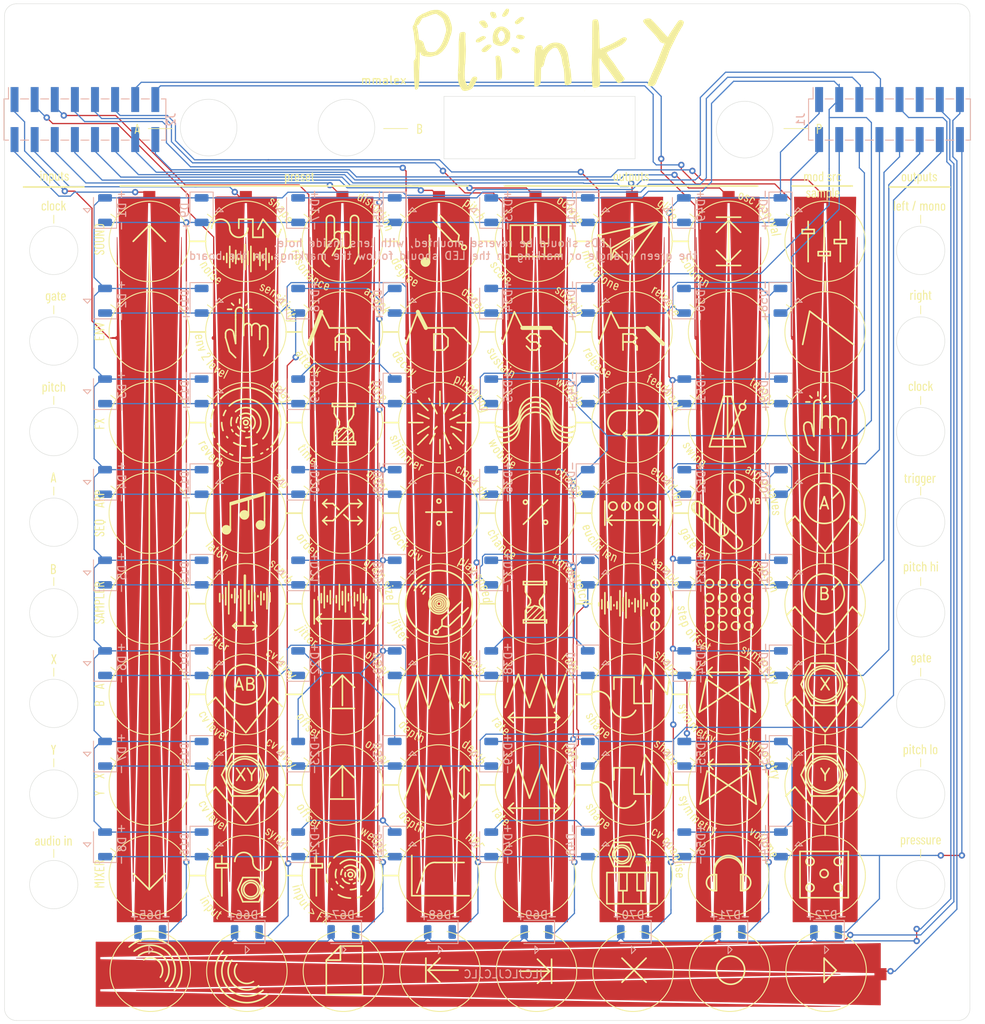
<source format=kicad_pcb>
(kicad_pcb (version 20171130) (host pcbnew "(5.1.6)-1")
  (layers (0 F.Cu signal) (31 B.Cu signal) (34 B.Paste user) (35 F.Paste user) (36 B.SilkS user) (37 F.SilkS user) (38 B.Mask user) (39 F.Mask user) (44 Edge.Cuts user))
  (net 0 "")
  (net 1 /Y1)
  (net 2 /X1)
  (net 3 /Y2)
  (net 4 /Y3)
  (net 5 /Y4)
  (net 6 /Y5)
  (net 7 /Y6)
  (net 8 /Y7)
  (net 9 /Y8)
  (net 10 /X2)
  (net 11 /X3)
  (net 12 /X4)
  (net 13 T16)
  (net 14 T15)
  (net 15 T14)
  (net 16 T13)
  (net 17 T12)
  (net 18 T11)
  (net 19 T10)
  (net 20 T9)
  (net 21 T8)
  (net 22 T7)
  (net 23 T6)
  (net 24 T5)
  (net 25 T4)
  (net 26 T3)
  (net 27 T2)
  (net 28 T1)
  (net 29 /X5)
  (net 30 "Net-(J1-Pad15)")
  (net 31 "Net-(J1-Pad13)")
  (module plinky:text (layer F.Cu) (at 69.977 69.977)
    (fp_text reference G*** hide)
    (fp_text value LOGO hide)
  )
  (module plinkyblackfront:led_reverse (layer B.Cu) (at 33.655 132.969 180)
    (fp_text reference D65 (at 0 2.145) (layer B.SilkS) (effects (justify mirror)))
    (fp_text value BLUE)
    (fp_text user - (at -2 2) (layer B.SilkS) (effects (justify mirror)))
    (fp_text user + (at 2 2) (layer B.SilkS) (effects (justify mirror)))
    (pad 1 smd roundrect (at -1.55 0 180) (size 0.95 1.75) (layers B.Cu B.Paste B.Mask) (roundrect_rratio 0.2) (net 1 /Y1))
    (pad 2 smd roundrect (at 1.55 0 180) (size 0.95 1.75) (layers B.Cu B.Paste B.Mask) (roundrect_rratio 0.2) (net 29 /X5))
  )
  (module plinkyblackfront:led_reverse (layer B.Cu) (at 118.999 132.969 180)
    (fp_text reference D72 (at 0 2.145) (layer B.SilkS) (effects (justify mirror)))
    (fp_text value BLUE)
    (fp_text user - (at -2 2) (layer B.SilkS) (effects (justify mirror)))
    (fp_text user + (at 2 2) (layer B.SilkS) (effects (justify mirror)))
    (pad 1 smd roundrect (at -1.55 0 180) (size 0.95 1.75) (layers B.Cu B.Paste B.Mask) (roundrect_rratio 0.2) (net 9 /Y8))
    (pad 2 smd roundrect (at 1.55 0 180) (size 0.95 1.75) (layers B.Cu B.Paste B.Mask) (roundrect_rratio 0.2) (net 29 /X5))
    (pad "" np_thru_hole oval (at 0 0 180) (size 1.7018 1.7018) (drill oval 1.7018) (layers *.Cu *.Mask))
  )
  (module plinkyblackfront:led_reverse (layer B.Cu) (at 106.807 132.969 180)
    (fp_text reference D71 (at 0 2.145) (layer B.SilkS) (effects (justify mirror)))
    (fp_text value BLUE)
    (fp_text user - (at -2 2) (layer B.SilkS) (effects (justify mirror)))
    (fp_text user + (at 2 2) (layer B.SilkS) (effects (justify mirror)))
    (pad 1 smd roundrect (at -1.55 0 180) (size 0.95 1.75) (layers B.Cu B.Paste B.Mask) (roundrect_rratio 0.2) (net 8 /Y7))
    (pad 2 smd roundrect (at 1.55 0 180) (size 0.95 1.75) (layers B.Cu B.Paste B.Mask) (roundrect_rratio 0.2) (net 29 /X5))
    (pad "" np_thru_hole oval (at 0 0 180) (size 1.7018 1.7018) (drill oval 1.7018) (layers *.Cu *.Mask))
  )
  (module plinkyblackfront:led_reverse (layer B.Cu) (at 94.615 132.969 180)
    (fp_text reference D70 (at 0 2.145) (layer B.SilkS) (effects (justify mirror)))
    (fp_text value BLUE)
    (fp_text user - (at -2 2) (layer B.SilkS) (effects (justify mirror)))
    (fp_text user + (at 2 2) (layer B.SilkS) (effects (justify mirror)))
    (pad 1 smd roundrect (at -1.55 0 180) (size 0.95 1.75) (layers B.Cu B.Paste B.Mask) (roundrect_rratio 0.2) (net 7 /Y6))
    (pad 2 smd roundrect (at 1.55 0 180) (size 0.95 1.75) (layers B.Cu B.Paste B.Mask) (roundrect_rratio 0.2) (net 29 /X5))
    (pad "" np_thru_hole oval (at 0 0 180) (size 1.7018 1.7018) (drill oval 1.7018) (layers *.Cu *.Mask))
  )
  (module plinkyblackfront:led_reverse (layer B.Cu) (at 82.423 132.969 180)
    (fp_text reference D69 (at 0 2.145) (layer B.SilkS) (effects (justify mirror)))
    (fp_text value BLUE)
    (fp_text user - (at -2 2) (layer B.SilkS) (effects (justify mirror)))
    (fp_text user + (at 2 2) (layer B.SilkS) (effects (justify mirror)))
    (pad 1 smd roundrect (at -1.55 0 180) (size 0.95 1.75) (layers B.Cu B.Paste B.Mask) (roundrect_rratio 0.2) (net 6 /Y5))
    (pad 2 smd roundrect (at 1.55 0 180) (size 0.95 1.75) (layers B.Cu B.Paste B.Mask) (roundrect_rratio 0.2) (net 29 /X5))
    (pad "" np_thru_hole oval (at 0 0 180) (size 1.7018 1.7018) (drill oval 1.7018) (layers *.Cu *.Mask))
  )
  (module plinkyblackfront:led_reverse (layer B.Cu) (at 70.231 132.969 180)
    (fp_text reference D68 (at 0 2.145) (layer B.SilkS) (effects (justify mirror)))
    (fp_text value BLUE)
    (fp_text user - (at -2 2) (layer B.SilkS) (effects (justify mirror)))
    (fp_text user + (at 2 2) (layer B.SilkS) (effects (justify mirror)))
    (pad 1 smd roundrect (at -1.55 0 180) (size 0.95 1.75) (layers B.Cu B.Paste B.Mask) (roundrect_rratio 0.2) (net 5 /Y4))
    (pad 2 smd roundrect (at 1.55 0 180) (size 0.95 1.75) (layers B.Cu B.Paste B.Mask) (roundrect_rratio 0.2) (net 29 /X5))
    (pad "" np_thru_hole oval (at 0 0 180) (size 1.7018 1.7018) (drill oval 1.7018) (layers *.Cu *.Mask))
  )
  (module plinkyblackfront:led_reverse (layer B.Cu) (at 58.039 132.969 180)
    (fp_text reference D67 (at 0 2.145) (layer B.SilkS) (effects (justify mirror)))
    (fp_text value BLUE)
    (fp_text user - (at -2 2) (layer B.SilkS) (effects (justify mirror)))
    (fp_text user + (at 2 2) (layer B.SilkS) (effects (justify mirror)))
    (pad 1 smd roundrect (at -1.55 0 180) (size 0.95 1.75) (layers B.Cu B.Paste B.Mask) (roundrect_rratio 0.2) (net 4 /Y3))
    (pad 2 smd roundrect (at 1.55 0 180) (size 0.95 1.75) (layers B.Cu B.Paste B.Mask) (roundrect_rratio 0.2) (net 29 /X5))
    (pad "" np_thru_hole oval (at 0 0 180) (size 1.7018 1.7018) (drill oval 1.7018) (layers *.Cu *.Mask))
  )
  (module plinkyblackfront:led_reverse (layer B.Cu) (at 45.847 132.969 180)
    (fp_text reference D66 (at 0 2.145) (layer B.SilkS) (effects (justify mirror)))
    (fp_text value BLUE)
    (fp_text user - (at -2 2) (layer B.SilkS) (effects (justify mirror)))
    (fp_text user + (at 2 2) (layer B.SilkS) (effects (justify mirror)))
    (pad 1 smd roundrect (at -1.55 0 180) (size 0.95 1.75) (layers B.Cu B.Paste B.Mask) (roundrect_rratio 0.2) (net 3 /Y2))
    (pad 2 smd roundrect (at 1.55 0 180) (size 0.95 1.75) (layers B.Cu B.Paste B.Mask) (roundrect_rratio 0.2) (net 29 /X5))
    (pad "" np_thru_hole oval (at 0 0 180) (size 1.7018 1.7018) (drill oval 1.7018) (layers *.Cu *.Mask))
  )
  (module plinkyblackfront:led_reverse (layer B.Cu) (at 113.284 121.92 270)
    (fp_text reference D64 (at 0 2.145 90) (layer B.SilkS) (effects (justify mirror)))
    (fp_text value LED)
    (fp_text user - (at -2 2 90) (layer B.SilkS) (effects (justify mirror)))
    (fp_text user + (at 2 2 90) (layer B.SilkS) (effects (justify mirror)))
    (pad 1 smd roundrect (at -1.55 0 270) (size 0.95 1.75) (layers B.Cu B.Paste B.Mask) (roundrect_rratio 0.2) (net 12 /X4))
    (pad 2 smd roundrect (at 1.55 0 270) (size 0.95 1.75) (layers B.Cu B.Paste B.Mask) (roundrect_rratio 0.2) (net 9 /Y8))
    (pad "" np_thru_hole oval (at 0 0 270) (size 1.7018 1.7018) (drill oval 1.7018) (layers *.Cu *.Mask))
  )
  (module plinkyblackfront:led_reverse (layer B.Cu) (at 113.284 110.49 270)
    (fp_text reference D63 (at 0 2.145 90) (layer B.SilkS) (effects (justify mirror)))
    (fp_text value LED)
    (fp_text user - (at -2 2 90) (layer B.SilkS) (effects (justify mirror)))
    (fp_text user + (at 2 2 90) (layer B.SilkS) (effects (justify mirror)))
    (pad 1 smd roundrect (at -1.55 0 270) (size 0.95 1.75) (layers B.Cu B.Paste B.Mask) (roundrect_rratio 0.2) (net 12 /X4))
    (pad 2 smd roundrect (at 1.55 0 270) (size 0.95 1.75) (layers B.Cu B.Paste B.Mask) (roundrect_rratio 0.2) (net 8 /Y7))
    (pad "" np_thru_hole oval (at 0 0 270) (size 1.7018 1.7018) (drill oval 1.7018) (layers *.Cu *.Mask))
  )
  (module plinkyblackfront:led_reverse (layer B.Cu) (at 113.284 99.06 270)
    (fp_text reference D62 (at 0 2.145 90) (layer B.SilkS) (effects (justify mirror)))
    (fp_text value LED)
    (fp_text user - (at -2 2 90) (layer B.SilkS) (effects (justify mirror)))
    (fp_text user + (at 2 2 90) (layer B.SilkS) (effects (justify mirror)))
    (pad 1 smd roundrect (at -1.55 0 270) (size 0.95 1.75) (layers B.Cu B.Paste B.Mask) (roundrect_rratio 0.2) (net 12 /X4))
    (pad 2 smd roundrect (at 1.55 0 270) (size 0.95 1.75) (layers B.Cu B.Paste B.Mask) (roundrect_rratio 0.2) (net 7 /Y6))
    (pad "" np_thru_hole oval (at 0 0 270) (size 1.7018 1.7018) (drill oval 1.7018) (layers *.Cu *.Mask))
  )
  (module plinkyblackfront:led_reverse (layer B.Cu) (at 113.284 87.63 270)
    (fp_text reference D61 (at 0 2.145 90) (layer B.SilkS) (effects (justify mirror)))
    (fp_text value LED)
    (fp_text user - (at -2 2 90) (layer B.SilkS) (effects (justify mirror)))
    (fp_text user + (at 2 2 90) (layer B.SilkS) (effects (justify mirror)))
    (pad 1 smd roundrect (at -1.55 0 270) (size 0.95 1.75) (layers B.Cu B.Paste B.Mask) (roundrect_rratio 0.2) (net 12 /X4))
    (pad 2 smd roundrect (at 1.55 0 270) (size 0.95 1.75) (layers B.Cu B.Paste B.Mask) (roundrect_rratio 0.2) (net 6 /Y5))
    (pad "" np_thru_hole oval (at 0 0 270) (size 1.7018 1.7018) (drill oval 1.7018) (layers *.Cu *.Mask))
  )
  (module plinkyblackfront:led_reverse (layer B.Cu) (at 113.284 76.2 270)
    (fp_text reference D60 (at 0 2.145 90) (layer B.SilkS) (effects (justify mirror)))
    (fp_text value LED)
    (fp_text user - (at -2 2 90) (layer B.SilkS) (effects (justify mirror)))
    (fp_text user + (at 2 2 90) (layer B.SilkS) (effects (justify mirror)))
    (pad 1 smd roundrect (at -1.55 0 270) (size 0.95 1.75) (layers B.Cu B.Paste B.Mask) (roundrect_rratio 0.2) (net 12 /X4))
    (pad 2 smd roundrect (at 1.55 0 270) (size 0.95 1.75) (layers B.Cu B.Paste B.Mask) (roundrect_rratio 0.2) (net 5 /Y4))
    (pad "" np_thru_hole oval (at 0 0 270) (size 1.7018 1.7018) (drill oval 1.7018) (layers *.Cu *.Mask))
  )
  (module plinkyblackfront:led_reverse (layer B.Cu) (at 113.284 64.77 270)
    (fp_text reference D59 (at 0 2.145 90) (layer B.SilkS) (effects (justify mirror)))
    (fp_text value LED)
    (fp_text user - (at -2 2 90) (layer B.SilkS) (effects (justify mirror)))
    (fp_text user + (at 2 2 90) (layer B.SilkS) (effects (justify mirror)))
    (pad 1 smd roundrect (at -1.55 0 270) (size 0.95 1.75) (layers B.Cu B.Paste B.Mask) (roundrect_rratio 0.2) (net 12 /X4))
    (pad 2 smd roundrect (at 1.55 0 270) (size 0.95 1.75) (layers B.Cu B.Paste B.Mask) (roundrect_rratio 0.2) (net 4 /Y3))
    (pad "" np_thru_hole oval (at 0 0 270) (size 1.7018 1.7018) (drill oval 1.7018) (layers *.Cu *.Mask))
  )
  (module plinkyblackfront:led_reverse (layer B.Cu) (at 113.233 53.34 270)
    (fp_text reference D58 (at 0 2.145 90) (layer B.SilkS) (effects (justify mirror)))
    (fp_text value LED)
    (fp_text user - (at -2 2 90) (layer B.SilkS) (effects (justify mirror)))
    (fp_text user + (at 2 2 90) (layer B.SilkS) (effects (justify mirror)))
    (pad 1 smd roundrect (at -1.55 0 270) (size 0.95 1.75) (layers B.Cu B.Paste B.Mask) (roundrect_rratio 0.2) (net 12 /X4))
    (pad 2 smd roundrect (at 1.55 0 270) (size 0.95 1.75) (layers B.Cu B.Paste B.Mask) (roundrect_rratio 0.2) (net 3 /Y2))
    (pad "" np_thru_hole oval (at 0 0 270) (size 1.7018 1.7018) (drill oval 1.7018) (layers *.Cu *.Mask))
  )
  (module plinkyblackfront:led_reverse (layer B.Cu) (at 113.233 41.91 270)
    (fp_text reference D57 (at 0 2.145 90) (layer B.SilkS) (effects (justify mirror)))
    (fp_text value LED)
    (fp_text user - (at -2 2 90) (layer B.SilkS) (effects (justify mirror)))
    (fp_text user + (at 2 2 90) (layer B.SilkS) (effects (justify mirror)))
    (pad 1 smd roundrect (at -1.55 0 270) (size 0.95 1.75) (layers B.Cu B.Paste B.Mask) (roundrect_rratio 0.2) (net 12 /X4))
    (pad 2 smd roundrect (at 1.55 0 270) (size 0.95 1.75) (layers B.Cu B.Paste B.Mask) (roundrect_rratio 0.2) (net 1 /Y1))
    (pad "" np_thru_hole oval (at 0 0 270) (size 1.7018 1.7018) (drill oval 1.7018) (layers *.Cu *.Mask))
  )
  (module plinkyblackfront:led_reverse (layer B.Cu) (at 101.092 121.92 90)
    (fp_text reference D56 (at 0 2.145 90) (layer B.SilkS) (effects (justify mirror)))
    (fp_text value LED)
    (fp_text user - (at -2 2 90) (layer B.SilkS) (effects (justify mirror)))
    (fp_text user + (at 2 2 90) (layer B.SilkS) (effects (justify mirror)))
    (pad 1 smd roundrect (at -1.55 0 90) (size 0.95 1.75) (layers B.Cu B.Paste B.Mask) (roundrect_rratio 0.2) (net 9 /Y8))
    (pad 2 smd roundrect (at 1.55 0 90) (size 0.95 1.75) (layers B.Cu B.Paste B.Mask) (roundrect_rratio 0.2) (net 12 /X4))
    (pad "" np_thru_hole oval (at 0 0 90) (size 1.7018 1.7018) (drill oval 1.7018) (layers *.Cu *.Mask))
  )
  (module plinkyblackfront:led_reverse (layer B.Cu) (at 101.092 110.49 90)
    (fp_text reference D55 (at 0 2.145 90) (layer B.SilkS) (effects (justify mirror)))
    (fp_text value LED)
    (fp_text user - (at -2 2 90) (layer B.SilkS) (effects (justify mirror)))
    (fp_text user + (at 2 2 90) (layer B.SilkS) (effects (justify mirror)))
    (pad 1 smd roundrect (at -1.55 0 90) (size 0.95 1.75) (layers B.Cu B.Paste B.Mask) (roundrect_rratio 0.2) (net 8 /Y7))
    (pad 2 smd roundrect (at 1.55 0 90) (size 0.95 1.75) (layers B.Cu B.Paste B.Mask) (roundrect_rratio 0.2) (net 12 /X4))
    (pad "" np_thru_hole oval (at 0 0 90) (size 1.7018 1.7018) (drill oval 1.7018) (layers *.Cu *.Mask))
  )
  (module plinkyblackfront:led_reverse (layer B.Cu) (at 101.092 99.06 90)
    (fp_text reference D54 (at 0 2.145 90) (layer B.SilkS) (effects (justify mirror)))
    (fp_text value LED)
    (fp_text user - (at -2 2 90) (layer B.SilkS) (effects (justify mirror)))
    (fp_text user + (at 2 2 90) (layer B.SilkS) (effects (justify mirror)))
    (pad 1 smd roundrect (at -1.55 0 90) (size 0.95 1.75) (layers B.Cu B.Paste B.Mask) (roundrect_rratio 0.2) (net 7 /Y6))
    (pad 2 smd roundrect (at 1.55 0 90) (size 0.95 1.75) (layers B.Cu B.Paste B.Mask) (roundrect_rratio 0.2) (net 12 /X4))
    (pad "" np_thru_hole oval (at 0 0 90) (size 1.7018 1.7018) (drill oval 1.7018) (layers *.Cu *.Mask))
  )
  (module plinkyblackfront:led_reverse (layer B.Cu) (at 101.092 87.63 90)
    (fp_text reference D53 (at 0 2.145 90) (layer B.SilkS) (effects (justify mirror)))
    (fp_text value LED)
    (fp_text user - (at -2 2 90) (layer B.SilkS) (effects (justify mirror)))
    (fp_text user + (at 2 2 90) (layer B.SilkS) (effects (justify mirror)))
    (pad 1 smd roundrect (at -1.55 0 90) (size 0.95 1.75) (layers B.Cu B.Paste B.Mask) (roundrect_rratio 0.2) (net 6 /Y5))
    (pad 2 smd roundrect (at 1.55 0 90) (size 0.95 1.75) (layers B.Cu B.Paste B.Mask) (roundrect_rratio 0.2) (net 12 /X4))
    (pad "" np_thru_hole oval (at 0 0 90) (size 1.7018 1.7018) (drill oval 1.7018) (layers *.Cu *.Mask))
  )
  (module plinkyblackfront:led_reverse (layer B.Cu) (at 101.092 76.2 90)
    (fp_text reference D52 (at 0 2.145 90) (layer B.SilkS) (effects (justify mirror)))
    (fp_text value LED)
    (fp_text user - (at -2 2 90) (layer B.SilkS) (effects (justify mirror)))
    (fp_text user + (at 2 2 90) (layer B.SilkS) (effects (justify mirror)))
    (pad 1 smd roundrect (at -1.55 0 90) (size 0.95 1.75) (layers B.Cu B.Paste B.Mask) (roundrect_rratio 0.2) (net 5 /Y4))
    (pad 2 smd roundrect (at 1.55 0 90) (size 0.95 1.75) (layers B.Cu B.Paste B.Mask) (roundrect_rratio 0.2) (net 12 /X4))
    (pad "" np_thru_hole oval (at 0 0 90) (size 1.7018 1.7018) (drill oval 1.7018) (layers *.Cu *.Mask))
  )
  (module plinkyblackfront:led_reverse (layer B.Cu) (at 101.092 64.77 90)
    (fp_text reference D51 (at 0 2.145 90) (layer B.SilkS) (effects (justify mirror)))
    (fp_text value LED)
    (fp_text user - (at -2 2 90) (layer B.SilkS) (effects (justify mirror)))
    (fp_text user + (at 2 2 90) (layer B.SilkS) (effects (justify mirror)))
    (pad 1 smd roundrect (at -1.55 0 90) (size 0.95 1.75) (layers B.Cu B.Paste B.Mask) (roundrect_rratio 0.2) (net 4 /Y3))
    (pad 2 smd roundrect (at 1.55 0 90) (size 0.95 1.75) (layers B.Cu B.Paste B.Mask) (roundrect_rratio 0.2) (net 12 /X4))
    (pad "" np_thru_hole oval (at 0 0 90) (size 1.7018 1.7018) (drill oval 1.7018) (layers *.Cu *.Mask))
  )
  (module plinkyblackfront:led_reverse (layer B.Cu) (at 101.041 53.34 90)
    (fp_text reference D50 (at 0 2.145 90) (layer B.SilkS) (effects (justify mirror)))
    (fp_text value LED)
    (fp_text user - (at -2 2 90) (layer B.SilkS) (effects (justify mirror)))
    (fp_text user + (at 2 2 90) (layer B.SilkS) (effects (justify mirror)))
    (pad 1 smd roundrect (at -1.55 0 90) (size 0.95 1.75) (layers B.Cu B.Paste B.Mask) (roundrect_rratio 0.2) (net 3 /Y2))
    (pad 2 smd roundrect (at 1.55 0 90) (size 0.95 1.75) (layers B.Cu B.Paste B.Mask) (roundrect_rratio 0.2) (net 12 /X4))
    (pad "" np_thru_hole oval (at 0 0 90) (size 1.7018 1.7018) (drill oval 1.7018) (layers *.Cu *.Mask))
  )
  (module plinkyblackfront:led_reverse (layer B.Cu) (at 101.041 41.91 90)
    (fp_text reference D49 (at 0 2.145 90) (layer B.SilkS) (effects (justify mirror)))
    (fp_text value LED)
    (fp_text user - (at -2 2 90) (layer B.SilkS) (effects (justify mirror)))
    (fp_text user + (at 2 2 90) (layer B.SilkS) (effects (justify mirror)))
    (pad 1 smd roundrect (at -1.55 0 90) (size 0.95 1.75) (layers B.Cu B.Paste B.Mask) (roundrect_rratio 0.2) (net 1 /Y1))
    (pad 2 smd roundrect (at 1.55 0 90) (size 0.95 1.75) (layers B.Cu B.Paste B.Mask) (roundrect_rratio 0.2) (net 12 /X4))
    (pad "" np_thru_hole oval (at 0 0 90) (size 1.7018 1.7018) (drill oval 1.7018) (layers *.Cu *.Mask))
  )
  (module plinkyblackfront:led_reverse (layer B.Cu) (at 88.9 121.92 270)
    (fp_text reference D48 (at 0 2.145 90) (layer B.SilkS) (effects (justify mirror)))
    (fp_text value LED)
    (fp_text user - (at -2 2 90) (layer B.SilkS) (effects (justify mirror)))
    (fp_text user + (at 2 2 90) (layer B.SilkS) (effects (justify mirror)))
    (pad 1 smd roundrect (at -1.55 0 270) (size 0.95 1.75) (layers B.Cu B.Paste B.Mask) (roundrect_rratio 0.2) (net 11 /X3))
    (pad 2 smd roundrect (at 1.55 0 270) (size 0.95 1.75) (layers B.Cu B.Paste B.Mask) (roundrect_rratio 0.2) (net 9 /Y8))
    (pad "" np_thru_hole oval (at 0 0 270) (size 1.7018 1.7018) (drill oval 1.7018) (layers *.Cu *.Mask))
  )
  (module plinkyblackfront:led_reverse (layer B.Cu) (at 88.9 110.49 270)
    (fp_text reference D47 (at 0 2.145 90) (layer B.SilkS) (effects (justify mirror)))
    (fp_text value LED)
    (fp_text user - (at -2 2 90) (layer B.SilkS) (effects (justify mirror)))
    (fp_text user + (at 2 2 90) (layer B.SilkS) (effects (justify mirror)))
    (pad 1 smd roundrect (at -1.55 0 270) (size 0.95 1.75) (layers B.Cu B.Paste B.Mask) (roundrect_rratio 0.2) (net 11 /X3))
    (pad 2 smd roundrect (at 1.55 0 270) (size 0.95 1.75) (layers B.Cu B.Paste B.Mask) (roundrect_rratio 0.2) (net 8 /Y7))
    (pad "" np_thru_hole oval (at 0 0 270) (size 1.7018 1.7018) (drill oval 1.7018) (layers *.Cu *.Mask))
  )
  (module plinkyblackfront:led_reverse (layer B.Cu) (at 88.9 99.06 270)
    (fp_text reference D46 (at 0 2.145 90) (layer B.SilkS) (effects (justify mirror)))
    (fp_text value LED)
    (fp_text user - (at -2 2 90) (layer B.SilkS) (effects (justify mirror)))
    (fp_text user + (at 2 2 90) (layer B.SilkS) (effects (justify mirror)))
    (pad 1 smd roundrect (at -1.55 0 270) (size 0.95 1.75) (layers B.Cu B.Paste B.Mask) (roundrect_rratio 0.2) (net 11 /X3))
    (pad 2 smd roundrect (at 1.55 0 270) (size 0.95 1.75) (layers B.Cu B.Paste B.Mask) (roundrect_rratio 0.2) (net 7 /Y6))
    (pad "" np_thru_hole oval (at 0 0 270) (size 1.7018 1.7018) (drill oval 1.7018) (layers *.Cu *.Mask))
  )
  (module plinkyblackfront:led_reverse (layer B.Cu) (at 88.9 87.63 270)
    (fp_text reference D45 (at 0 2.145 90) (layer B.SilkS) (effects (justify mirror)))
    (fp_text value LED)
    (fp_text user - (at -2 2 90) (layer B.SilkS) (effects (justify mirror)))
    (fp_text user + (at 2 2 90) (layer B.SilkS) (effects (justify mirror)))
    (pad 1 smd roundrect (at -1.55 0 270) (size 0.95 1.75) (layers B.Cu B.Paste B.Mask) (roundrect_rratio 0.2) (net 11 /X3))
    (pad 2 smd roundrect (at 1.55 0 270) (size 0.95 1.75) (layers B.Cu B.Paste B.Mask) (roundrect_rratio 0.2) (net 6 /Y5))
    (pad "" np_thru_hole oval (at 0 0 270) (size 1.7018 1.7018) (drill oval 1.7018) (layers *.Cu *.Mask))
  )
  (module plinkyblackfront:led_reverse (layer B.Cu) (at 88.9 76.2 270)
    (fp_text reference D44 (at 0 2.145 90) (layer B.SilkS) (effects (justify mirror)))
    (fp_text value LED)
    (fp_text user - (at -2 2 90) (layer B.SilkS) (effects (justify mirror)))
    (fp_text user + (at 2 2 90) (layer B.SilkS) (effects (justify mirror)))
    (pad 1 smd roundrect (at -1.55 0 270) (size 0.95 1.75) (layers B.Cu B.Paste B.Mask) (roundrect_rratio 0.2) (net 11 /X3))
    (pad 2 smd roundrect (at 1.55 0 270) (size 0.95 1.75) (layers B.Cu B.Paste B.Mask) (roundrect_rratio 0.2) (net 5 /Y4))
    (pad "" np_thru_hole oval (at 0 0 270) (size 1.7018 1.7018) (drill oval 1.7018) (layers *.Cu *.Mask))
  )
  (module plinkyblackfront:led_reverse (layer B.Cu) (at 88.9 64.77 270)
    (fp_text reference D43 (at 0 2.145 90) (layer B.SilkS) (effects (justify mirror)))
    (fp_text value LED)
    (fp_text user - (at -2 2 90) (layer B.SilkS) (effects (justify mirror)))
    (fp_text user + (at 2 2 90) (layer B.SilkS) (effects (justify mirror)))
    (pad 1 smd roundrect (at -1.55 0 270) (size 0.95 1.75) (layers B.Cu B.Paste B.Mask) (roundrect_rratio 0.2) (net 11 /X3))
    (pad 2 smd roundrect (at 1.55 0 270) (size 0.95 1.75) (layers B.Cu B.Paste B.Mask) (roundrect_rratio 0.2) (net 4 /Y3))
    (pad "" np_thru_hole oval (at 0 0 270) (size 1.7018 1.7018) (drill oval 1.7018) (layers *.Cu *.Mask))
  )
  (module plinkyblackfront:led_reverse (layer B.Cu) (at 88.9 53.34 270)
    (fp_text reference D42 (at 0 2.145 90) (layer B.SilkS) (effects (justify mirror)))
    (fp_text value LED)
    (fp_text user - (at -2 2 90) (layer B.SilkS) (effects (justify mirror)))
    (fp_text user + (at 2 2 90) (layer B.SilkS) (effects (justify mirror)))
    (pad 1 smd roundrect (at -1.55 0 270) (size 0.95 1.75) (layers B.Cu B.Paste B.Mask) (roundrect_rratio 0.2) (net 11 /X3))
    (pad 2 smd roundrect (at 1.55 0 270) (size 0.95 1.75) (layers B.Cu B.Paste B.Mask) (roundrect_rratio 0.2) (net 3 /Y2))
    (pad "" np_thru_hole oval (at 0 0 270) (size 1.7018 1.7018) (drill oval 1.7018) (layers *.Cu *.Mask))
  )
  (module plinkyblackfront:led_reverse (layer B.Cu) (at 88.9 41.91 270)
    (fp_text reference D41 (at 0 2.145 90) (layer B.SilkS) (effects (justify mirror)))
    (fp_text value LED)
    (fp_text user - (at -2 2 90) (layer B.SilkS) (effects (justify mirror)))
    (fp_text user + (at 2 2 90) (layer B.SilkS) (effects (justify mirror)))
    (pad 1 smd roundrect (at -1.55 0 270) (size 0.95 1.75) (layers B.Cu B.Paste B.Mask) (roundrect_rratio 0.2) (net 11 /X3))
    (pad 2 smd roundrect (at 1.55 0 270) (size 0.95 1.75) (layers B.Cu B.Paste B.Mask) (roundrect_rratio 0.2) (net 1 /Y1))
    (pad "" np_thru_hole oval (at 0 0 270) (size 1.7018 1.7018) (drill oval 1.7018) (layers *.Cu *.Mask))
  )
  (module plinkyblackfront:led_reverse (layer B.Cu) (at 76.708 121.92 90)
    (fp_text reference D40 (at 0 2.145 90) (layer B.SilkS) (effects (justify mirror)))
    (fp_text value LED)
    (fp_text user - (at -2 2 90) (layer B.SilkS) (effects (justify mirror)))
    (fp_text user + (at 2 2 90) (layer B.SilkS) (effects (justify mirror)))
    (pad 1 smd roundrect (at -1.55 0 90) (size 0.95 1.75) (layers B.Cu B.Paste B.Mask) (roundrect_rratio 0.2) (net 9 /Y8))
    (pad 2 smd roundrect (at 1.55 0 90) (size 0.95 1.75) (layers B.Cu B.Paste B.Mask) (roundrect_rratio 0.2) (net 11 /X3))
    (pad "" np_thru_hole oval (at 0 0 90) (size 1.7018 1.7018) (drill oval 1.7018) (layers *.Cu *.Mask))
  )
  (module plinkyblackfront:led_reverse (layer B.Cu) (at 76.708 110.49 90)
    (fp_text reference D39 (at 0 2.145 90) (layer B.SilkS) (effects (justify mirror)))
    (fp_text value LED)
    (fp_text user - (at -2 2 90) (layer B.SilkS) (effects (justify mirror)))
    (fp_text user + (at 2 2 90) (layer B.SilkS) (effects (justify mirror)))
    (pad 1 smd roundrect (at -1.55 0 90) (size 0.95 1.75) (layers B.Cu B.Paste B.Mask) (roundrect_rratio 0.2) (net 8 /Y7))
    (pad 2 smd roundrect (at 1.55 0 90) (size 0.95 1.75) (layers B.Cu B.Paste B.Mask) (roundrect_rratio 0.2) (net 11 /X3))
    (pad "" np_thru_hole oval (at 0 0 90) (size 1.7018 1.7018) (drill oval 1.7018) (layers *.Cu *.Mask))
  )
  (module plinkyblackfront:led_reverse (layer B.Cu) (at 76.708 99.06 90)
    (fp_text reference D38 (at 0 2.145 90) (layer B.SilkS) (effects (justify mirror)))
    (fp_text value LED)
    (fp_text user - (at -2 2 90) (layer B.SilkS) (effects (justify mirror)))
    (fp_text user + (at 2 2 90) (layer B.SilkS) (effects (justify mirror)))
    (pad 1 smd roundrect (at -1.55 0 90) (size 0.95 1.75) (layers B.Cu B.Paste B.Mask) (roundrect_rratio 0.2) (net 7 /Y6))
    (pad 2 smd roundrect (at 1.55 0 90) (size 0.95 1.75) (layers B.Cu B.Paste B.Mask) (roundrect_rratio 0.2) (net 11 /X3))
    (pad "" np_thru_hole oval (at 0 0 90) (size 1.7018 1.7018) (drill oval 1.7018) (layers *.Cu *.Mask))
  )
  (module plinkyblackfront:led_reverse (layer B.Cu) (at 76.708 87.63 90)
    (fp_text reference D37 (at 0 2.145 90) (layer B.SilkS) (effects (justify mirror)))
    (fp_text value LED)
    (fp_text user - (at -2 2 90) (layer B.SilkS) (effects (justify mirror)))
    (fp_text user + (at 2 2 90) (layer B.SilkS) (effects (justify mirror)))
    (pad 1 smd roundrect (at -1.55 0 90) (size 0.95 1.75) (layers B.Cu B.Paste B.Mask) (roundrect_rratio 0.2) (net 6 /Y5))
    (pad 2 smd roundrect (at 1.55 0 90) (size 0.95 1.75) (layers B.Cu B.Paste B.Mask) (roundrect_rratio 0.2) (net 11 /X3))
    (pad "" np_thru_hole oval (at 0 0 90) (size 1.7018 1.7018) (drill oval 1.7018) (layers *.Cu *.Mask))
  )
  (module plinkyblackfront:led_reverse (layer B.Cu) (at 76.708 76.2 90)
    (fp_text reference D36 (at 0 2.145 90) (layer B.SilkS) (effects (justify mirror)))
    (fp_text value LED)
    (fp_text user - (at -2 2 90) (layer B.SilkS) (effects (justify mirror)))
    (fp_text user + (at 2 2 90) (layer B.SilkS) (effects (justify mirror)))
    (pad 1 smd roundrect (at -1.55 0 90) (size 0.95 1.75) (layers B.Cu B.Paste B.Mask) (roundrect_rratio 0.2) (net 5 /Y4))
    (pad 2 smd roundrect (at 1.55 0 90) (size 0.95 1.75) (layers B.Cu B.Paste B.Mask) (roundrect_rratio 0.2) (net 11 /X3))
    (pad "" np_thru_hole oval (at 0 0 90) (size 1.7018 1.7018) (drill oval 1.7018) (layers *.Cu *.Mask))
  )
  (module plinkyblackfront:led_reverse (layer B.Cu) (at 76.708 64.77 90)
    (fp_text reference D35 (at 0 2.145 90) (layer B.SilkS) (effects (justify mirror)))
    (fp_text value LED)
    (fp_text user - (at -2 2 90) (layer B.SilkS) (effects (justify mirror)))
    (fp_text user + (at 2 2 90) (layer B.SilkS) (effects (justify mirror)))
    (pad 1 smd roundrect (at -1.55 0 90) (size 0.95 1.75) (layers B.Cu B.Paste B.Mask) (roundrect_rratio 0.2) (net 4 /Y3))
    (pad 2 smd roundrect (at 1.55 0 90) (size 0.95 1.75) (layers B.Cu B.Paste B.Mask) (roundrect_rratio 0.2) (net 11 /X3))
    (pad "" np_thru_hole oval (at 0 0 90) (size 1.7018 1.7018) (drill oval 1.7018) (layers *.Cu *.Mask))
  )
  (module plinkyblackfront:led_reverse (layer B.Cu) (at 76.708 53.34 90)
    (fp_text reference D34 (at 0 2.145 90) (layer B.SilkS) (effects (justify mirror)))
    (fp_text value LED)
    (fp_text user - (at -2 2 90) (layer B.SilkS) (effects (justify mirror)))
    (fp_text user + (at 2 2 90) (layer B.SilkS) (effects (justify mirror)))
    (pad 1 smd roundrect (at -1.55 0 90) (size 0.95 1.75) (layers B.Cu B.Paste B.Mask) (roundrect_rratio 0.2) (net 3 /Y2))
    (pad 2 smd roundrect (at 1.55 0 90) (size 0.95 1.75) (layers B.Cu B.Paste B.Mask) (roundrect_rratio 0.2) (net 11 /X3))
    (pad "" np_thru_hole oval (at 0 0 90) (size 1.7018 1.7018) (drill oval 1.7018) (layers *.Cu *.Mask))
  )
  (module plinkyblackfront:led_reverse (layer B.Cu) (at 76.708 41.91 90)
    (fp_text reference D33 (at 0 2.145 90) (layer B.SilkS) (effects (justify mirror)))
    (fp_text value LED)
    (fp_text user - (at -2 2 90) (layer B.SilkS) (effects (justify mirror)))
    (fp_text user + (at 2 2 90) (layer B.SilkS) (effects (justify mirror)))
    (pad 1 smd roundrect (at -1.55 0 90) (size 0.95 1.75) (layers B.Cu B.Paste B.Mask) (roundrect_rratio 0.2) (net 1 /Y1))
    (pad 2 smd roundrect (at 1.55 0 90) (size 0.95 1.75) (layers B.Cu B.Paste B.Mask) (roundrect_rratio 0.2) (net 11 /X3))
    (pad "" np_thru_hole oval (at 0 0 90) (size 1.7018 1.7018) (drill oval 1.7018) (layers *.Cu *.Mask))
  )
  (module plinkyblackfront:led_reverse (layer B.Cu) (at 64.516 121.92 270)
    (fp_text reference D32 (at 0 2.145 90) (layer B.SilkS) (effects (justify mirror)))
    (fp_text value LED)
    (fp_text user - (at -2 2 90) (layer B.SilkS) (effects (justify mirror)))
    (fp_text user + (at 2 2 90) (layer B.SilkS) (effects (justify mirror)))
    (pad 1 smd roundrect (at -1.55 0 270) (size 0.95 1.75) (layers B.Cu B.Paste B.Mask) (roundrect_rratio 0.2) (net 10 /X2))
    (pad 2 smd roundrect (at 1.55 0 270) (size 0.95 1.75) (layers B.Cu B.Paste B.Mask) (roundrect_rratio 0.2) (net 9 /Y8))
    (pad "" np_thru_hole oval (at 0 0 270) (size 1.7018 1.7018) (drill oval 1.7018) (layers *.Cu *.Mask))
  )
  (module plinkyblackfront:led_reverse (layer B.Cu) (at 64.516 110.49 270)
    (fp_text reference D31 (at 0 2.145 90) (layer B.SilkS) (effects (justify mirror)))
    (fp_text value LED)
    (fp_text user - (at -2 2 90) (layer B.SilkS) (effects (justify mirror)))
    (fp_text user + (at 2 2 90) (layer B.SilkS) (effects (justify mirror)))
    (pad 1 smd roundrect (at -1.55 0 270) (size 0.95 1.75) (layers B.Cu B.Paste B.Mask) (roundrect_rratio 0.2) (net 10 /X2))
    (pad 2 smd roundrect (at 1.55 0 270) (size 0.95 1.75) (layers B.Cu B.Paste B.Mask) (roundrect_rratio 0.2) (net 8 /Y7))
    (pad "" np_thru_hole oval (at 0 0 270) (size 1.7018 1.7018) (drill oval 1.7018) (layers *.Cu *.Mask))
  )
  (module plinkyblackfront:led_reverse (layer B.Cu) (at 64.516 99.06 270)
    (fp_text reference D30 (at 0 2.145 90) (layer B.SilkS) (effects (justify mirror)))
    (fp_text value LED)
    (fp_text user - (at -2 2 90) (layer B.SilkS) (effects (justify mirror)))
    (fp_text user + (at 2 2 90) (layer B.SilkS) (effects (justify mirror)))
    (pad 1 smd roundrect (at -1.55 0 270) (size 0.95 1.75) (layers B.Cu B.Paste B.Mask) (roundrect_rratio 0.2) (net 10 /X2))
    (pad 2 smd roundrect (at 1.55 0 270) (size 0.95 1.75) (layers B.Cu B.Paste B.Mask) (roundrect_rratio 0.2) (net 7 /Y6))
    (pad "" np_thru_hole oval (at 0 0 270) (size 1.7018 1.7018) (drill oval 1.7018) (layers *.Cu *.Mask))
  )
  (module plinkyblackfront:led_reverse (layer B.Cu) (at 64.516 87.63 270)
    (fp_text reference D29 (at 0 2.145 90) (layer B.SilkS) (effects (justify mirror)))
    (fp_text value LED)
    (fp_text user - (at -2 2 90) (layer B.SilkS) (effects (justify mirror)))
    (fp_text user + (at 2 2 90) (layer B.SilkS) (effects (justify mirror)))
    (pad 1 smd roundrect (at -1.55 0 270) (size 0.95 1.75) (layers B.Cu B.Paste B.Mask) (roundrect_rratio 0.2) (net 10 /X2))
    (pad 2 smd roundrect (at 1.55 0 270) (size 0.95 1.75) (layers B.Cu B.Paste B.Mask) (roundrect_rratio 0.2) (net 6 /Y5))
    (pad "" np_thru_hole oval (at 0 0 270) (size 1.7018 1.7018) (drill oval 1.7018) (layers *.Cu *.Mask))
  )
  (module plinkyblackfront:led_reverse (layer B.Cu) (at 64.516 76.2 270)
    (fp_text reference D28 (at 0 2.145 90) (layer B.SilkS) (effects (justify mirror)))
    (fp_text value LED)
    (fp_text user - (at -2 2 90) (layer B.SilkS) (effects (justify mirror)))
    (fp_text user + (at 2 2 90) (layer B.SilkS) (effects (justify mirror)))
    (pad 1 smd roundrect (at -1.55 0 270) (size 0.95 1.75) (layers B.Cu B.Paste B.Mask) (roundrect_rratio 0.2) (net 10 /X2))
    (pad 2 smd roundrect (at 1.55 0 270) (size 0.95 1.75) (layers B.Cu B.Paste B.Mask) (roundrect_rratio 0.2) (net 5 /Y4))
    (pad "" np_thru_hole oval (at 0 0 270) (size 1.7018 1.7018) (drill oval 1.7018) (layers *.Cu *.Mask))
  )
  (module plinkyblackfront:led_reverse (layer B.Cu) (at 64.516 64.77 270)
    (fp_text reference D27 (at 0 2.145 90) (layer B.SilkS) (effects (justify mirror)))
    (fp_text value LED)
    (fp_text user - (at -2 2 90) (layer B.SilkS) (effects (justify mirror)))
    (fp_text user + (at 2 2 90) (layer B.SilkS) (effects (justify mirror)))
    (pad 1 smd roundrect (at -1.55 0 270) (size 0.95 1.75) (layers B.Cu B.Paste B.Mask) (roundrect_rratio 0.2) (net 10 /X2))
    (pad 2 smd roundrect (at 1.55 0 270) (size 0.95 1.75) (layers B.Cu B.Paste B.Mask) (roundrect_rratio 0.2) (net 4 /Y3))
    (pad "" np_thru_hole oval (at 0 0 270) (size 1.7018 1.7018) (drill oval 1.7018) (layers *.Cu *.Mask))
  )
  (module plinkyblackfront:led_reverse (layer B.Cu) (at 64.516 53.34 270)
    (fp_text reference D26 (at 0 2.145 90) (layer B.SilkS) (effects (justify mirror)))
    (fp_text value LED)
    (fp_text user - (at -2 2 90) (layer B.SilkS) (effects (justify mirror)))
    (fp_text user + (at 2 2 90) (layer B.SilkS) (effects (justify mirror)))
    (pad 1 smd roundrect (at -1.55 0 270) (size 0.95 1.75) (layers B.Cu B.Paste B.Mask) (roundrect_rratio 0.2) (net 10 /X2))
    (pad 2 smd roundrect (at 1.55 0 270) (size 0.95 1.75) (layers B.Cu B.Paste B.Mask) (roundrect_rratio 0.2) (net 3 /Y2))
    (pad "" np_thru_hole oval (at 0 0 270) (size 1.7018 1.7018) (drill oval 1.7018) (layers *.Cu *.Mask))
  )
  (module plinkyblackfront:led_reverse (layer B.Cu) (at 64.516 41.91 270)
    (fp_text reference D25 (at 0 2.145 90) (layer B.SilkS) (effects (justify mirror)))
    (fp_text value LED)
    (fp_text user - (at -2 2 90) (layer B.SilkS) (effects (justify mirror)))
    (fp_text user + (at 2 2 90) (layer B.SilkS) (effects (justify mirror)))
    (pad 1 smd roundrect (at -1.55 0 270) (size 0.95 1.75) (layers B.Cu B.Paste B.Mask) (roundrect_rratio 0.2) (net 10 /X2))
    (pad 2 smd roundrect (at 1.55 0 270) (size 0.95 1.75) (layers B.Cu B.Paste B.Mask) (roundrect_rratio 0.2) (net 1 /Y1))
    (pad "" np_thru_hole oval (at 0 0 270) (size 1.7018 1.7018) (drill oval 1.7018) (layers *.Cu *.Mask))
  )
  (module plinkyblackfront:led_reverse (layer B.Cu) (at 52.324 121.92 90)
    (fp_text reference D24 (at 0 2.145 90) (layer B.SilkS) (effects (justify mirror)))
    (fp_text value LED)
    (fp_text user - (at -2 2 90) (layer B.SilkS) (effects (justify mirror)))
    (fp_text user + (at 2 2 90) (layer B.SilkS) (effects (justify mirror)))
    (pad 1 smd roundrect (at -1.55 0 90) (size 0.95 1.75) (layers B.Cu B.Paste B.Mask) (roundrect_rratio 0.2) (net 9 /Y8))
    (pad 2 smd roundrect (at 1.55 0 90) (size 0.95 1.75) (layers B.Cu B.Paste B.Mask) (roundrect_rratio 0.2) (net 10 /X2))
    (pad "" np_thru_hole oval (at 0 0 90) (size 1.7018 1.7018) (drill oval 1.7018) (layers *.Cu *.Mask))
  )
  (module plinkyblackfront:led_reverse (layer B.Cu) (at 52.324 110.49 90)
    (fp_text reference D23 (at 0 2.145 90) (layer B.SilkS) (effects (justify mirror)))
    (fp_text value LED)
    (fp_text user - (at -2 2 90) (layer B.SilkS) (effects (justify mirror)))
    (fp_text user + (at 2 2 90) (layer B.SilkS) (effects (justify mirror)))
    (pad 1 smd roundrect (at -1.55 0 90) (size 0.95 1.75) (layers B.Cu B.Paste B.Mask) (roundrect_rratio 0.2) (net 8 /Y7))
    (pad 2 smd roundrect (at 1.55 0 90) (size 0.95 1.75) (layers B.Cu B.Paste B.Mask) (roundrect_rratio 0.2) (net 10 /X2))
    (pad "" np_thru_hole oval (at 0 0 90) (size 1.7018 1.7018) (drill oval 1.7018) (layers *.Cu *.Mask))
  )
  (module plinkyblackfront:led_reverse (layer B.Cu) (at 52.324 99.06 90)
    (fp_text reference D22 (at 0 2.145 90) (layer B.SilkS) (effects (justify mirror)))
    (fp_text value LED)
    (fp_text user - (at -2 2 90) (layer B.SilkS) (effects (justify mirror)))
    (fp_text user + (at 2 2 90) (layer B.SilkS) (effects (justify mirror)))
    (pad 1 smd roundrect (at -1.55 0 90) (size 0.95 1.75) (layers B.Cu B.Paste B.Mask) (roundrect_rratio 0.2) (net 7 /Y6))
    (pad 2 smd roundrect (at 1.55 0 90) (size 0.95 1.75) (layers B.Cu B.Paste B.Mask) (roundrect_rratio 0.2) (net 10 /X2))
    (pad "" np_thru_hole oval (at 0 0 90) (size 1.7018 1.7018) (drill oval 1.7018) (layers *.Cu *.Mask))
  )
  (module plinkyblackfront:led_reverse (layer B.Cu) (at 52.324 87.63 90)
    (fp_text reference D21 (at 0 2.145 90) (layer B.SilkS) (effects (justify mirror)))
    (fp_text value LED)
    (fp_text user - (at -2 2 90) (layer B.SilkS) (effects (justify mirror)))
    (fp_text user + (at 2 2 90) (layer B.SilkS) (effects (justify mirror)))
    (pad 1 smd roundrect (at -1.55 0 90) (size 0.95 1.75) (layers B.Cu B.Paste B.Mask) (roundrect_rratio 0.2) (net 6 /Y5))
    (pad 2 smd roundrect (at 1.55 0 90) (size 0.95 1.75) (layers B.Cu B.Paste B.Mask) (roundrect_rratio 0.2) (net 10 /X2))
    (pad "" np_thru_hole oval (at 0 0 90) (size 1.7018 1.7018) (drill oval 1.7018) (layers *.Cu *.Mask))
  )
  (module plinkyblackfront:led_reverse (layer B.Cu) (at 52.324 76.2 90)
    (fp_text reference D20 (at 0 2.145 90) (layer B.SilkS) (effects (justify mirror)))
    (fp_text value LED)
    (fp_text user - (at -2 2 90) (layer B.SilkS) (effects (justify mirror)))
    (fp_text user + (at 2 2 90) (layer B.SilkS) (effects (justify mirror)))
    (pad 1 smd roundrect (at -1.55 0 90) (size 0.95 1.75) (layers B.Cu B.Paste B.Mask) (roundrect_rratio 0.2) (net 5 /Y4))
    (pad 2 smd roundrect (at 1.55 0 90) (size 0.95 1.75) (layers B.Cu B.Paste B.Mask) (roundrect_rratio 0.2) (net 10 /X2))
    (pad "" np_thru_hole oval (at 0 0 90) (size 1.7018 1.7018) (drill oval 1.7018) (layers *.Cu *.Mask))
  )
  (module plinkyblackfront:led_reverse (layer B.Cu) (at 52.324 64.77 90)
    (fp_text reference D19 (at 0 2.145 90) (layer B.SilkS) (effects (justify mirror)))
    (fp_text value LED)
    (fp_text user - (at -2 2 90) (layer B.SilkS) (effects (justify mirror)))
    (fp_text user + (at 2 2 90) (layer B.SilkS) (effects (justify mirror)))
    (pad 1 smd roundrect (at -1.55 0 90) (size 0.95 1.75) (layers B.Cu B.Paste B.Mask) (roundrect_rratio 0.2) (net 4 /Y3))
    (pad 2 smd roundrect (at 1.55 0 90) (size 0.95 1.75) (layers B.Cu B.Paste B.Mask) (roundrect_rratio 0.2) (net 10 /X2))
    (pad "" np_thru_hole oval (at 0 0 90) (size 1.7018 1.7018) (drill oval 1.7018) (layers *.Cu *.Mask))
  )
  (module plinkyblackfront:led_reverse (layer B.Cu) (at 52.324 53.34 90)
    (fp_text reference D18 (at 0 2.145 90) (layer B.SilkS) (effects (justify mirror)))
    (fp_text value LED)
    (fp_text user - (at -2 2 90) (layer B.SilkS) (effects (justify mirror)))
    (fp_text user + (at 2 2 90) (layer B.SilkS) (effects (justify mirror)))
    (pad 1 smd roundrect (at -1.55 0 90) (size 0.95 1.75) (layers B.Cu B.Paste B.Mask) (roundrect_rratio 0.2) (net 3 /Y2))
    (pad 2 smd roundrect (at 1.55 0 90) (size 0.95 1.75) (layers B.Cu B.Paste B.Mask) (roundrect_rratio 0.2) (net 10 /X2))
    (pad "" np_thru_hole oval (at 0 0 90) (size 1.7018 1.7018) (drill oval 1.7018) (layers *.Cu *.Mask))
  )
  (module plinkyblackfront:led_reverse (layer B.Cu) (at 52.324 41.91 90)
    (fp_text reference D17 (at 0 2.145 90) (layer B.SilkS) (effects (justify mirror)))
    (fp_text value LED)
    (fp_text user - (at -2 2 90) (layer B.SilkS) (effects (justify mirror)))
    (fp_text user + (at 2 2 90) (layer B.SilkS) (effects (justify mirror)))
    (pad 1 smd roundrect (at -1.55 0 90) (size 0.95 1.75) (layers B.Cu B.Paste B.Mask) (roundrect_rratio 0.2) (net 1 /Y1))
    (pad 2 smd roundrect (at 1.55 0 90) (size 0.95 1.75) (layers B.Cu B.Paste B.Mask) (roundrect_rratio 0.2) (net 10 /X2))
    (pad "" np_thru_hole oval (at 0 0 90) (size 1.7018 1.7018) (drill oval 1.7018) (layers *.Cu *.Mask))
  )
  (module plinkyblackfront:led_reverse (layer B.Cu) (at 40.132 121.92 270)
    (fp_text reference D16 (at 0 2.145 90) (layer B.SilkS) (effects (justify mirror)))
    (fp_text value LED)
    (fp_text user - (at -2 2 90) (layer B.SilkS) (effects (justify mirror)))
    (fp_text user + (at 2 2 90) (layer B.SilkS) (effects (justify mirror)))
    (pad 1 smd roundrect (at -1.55 0 270) (size 0.95 1.75) (layers B.Cu B.Paste B.Mask) (roundrect_rratio 0.2) (net 2 /X1))
    (pad 2 smd roundrect (at 1.55 0 270) (size 0.95 1.75) (layers B.Cu B.Paste B.Mask) (roundrect_rratio 0.2) (net 9 /Y8))
    (pad "" np_thru_hole oval (at 0 0 270) (size 1.7018 1.7018) (drill oval 1.7018) (layers *.Cu *.Mask))
  )
  (module plinkyblackfront:led_reverse (layer B.Cu) (at 40.132 110.49 270)
    (fp_text reference D15 (at 0 2.145 90) (layer B.SilkS) (effects (justify mirror)))
    (fp_text value LED)
    (fp_text user - (at -2 2 90) (layer B.SilkS) (effects (justify mirror)))
    (fp_text user + (at 2 2 90) (layer B.SilkS) (effects (justify mirror)))
    (pad 1 smd roundrect (at -1.55 0 270) (size 0.95 1.75) (layers B.Cu B.Paste B.Mask) (roundrect_rratio 0.2) (net 2 /X1))
    (pad 2 smd roundrect (at 1.55 0 270) (size 0.95 1.75) (layers B.Cu B.Paste B.Mask) (roundrect_rratio 0.2) (net 8 /Y7))
    (pad "" np_thru_hole oval (at 0 0 270) (size 1.7018 1.7018) (drill oval 1.7018) (layers *.Cu *.Mask))
  )
  (module plinkyblackfront:led_reverse (layer B.Cu) (at 40.132 99.06 270)
    (fp_text reference D14 (at 0 2.145 90) (layer B.SilkS) (effects (justify mirror)))
    (fp_text value LED)
    (fp_text user - (at -2 2 90) (layer B.SilkS) (effects (justify mirror)))
    (fp_text user + (at 2 2 90) (layer B.SilkS) (effects (justify mirror)))
    (pad 1 smd roundrect (at -1.55 0 270) (size 0.95 1.75) (layers B.Cu B.Paste B.Mask) (roundrect_rratio 0.2) (net 2 /X1))
    (pad 2 smd roundrect (at 1.55 0 270) (size 0.95 1.75) (layers B.Cu B.Paste B.Mask) (roundrect_rratio 0.2) (net 7 /Y6))
    (pad "" np_thru_hole oval (at 0 0 270) (size 1.7018 1.7018) (drill oval 1.7018) (layers *.Cu *.Mask))
  )
  (module plinkyblackfront:led_reverse (layer B.Cu) (at 40.132 87.63 270)
    (fp_text reference D13 (at 0 2.145 90) (layer B.SilkS) (effects (justify mirror)))
    (fp_text value LED)
    (fp_text user - (at -2 2 90) (layer B.SilkS) (effects (justify mirror)))
    (fp_text user + (at 2 2 90) (layer B.SilkS) (effects (justify mirror)))
    (pad 1 smd roundrect (at -1.55 0 270) (size 0.95 1.75) (layers B.Cu B.Paste B.Mask) (roundrect_rratio 0.2) (net 2 /X1))
    (pad 2 smd roundrect (at 1.55 0 270) (size 0.95 1.75) (layers B.Cu B.Paste B.Mask) (roundrect_rratio 0.2) (net 6 /Y5))
    (pad "" np_thru_hole oval (at 0 0 270) (size 1.7018 1.7018) (drill oval 1.7018) (layers *.Cu *.Mask))
  )
  (module plinkyblackfront:led_reverse (layer B.Cu) (at 40.132 76.2 270)
    (fp_text reference D12 (at 0 2.145 90) (layer B.SilkS) (effects (justify mirror)))
    (fp_text value LED)
    (fp_text user - (at -2 2 90) (layer B.SilkS) (effects (justify mirror)))
    (fp_text user + (at 2 2 90) (layer B.SilkS) (effects (justify mirror)))
    (pad 1 smd roundrect (at -1.55 0 270) (size 0.95 1.75) (layers B.Cu B.Paste B.Mask) (roundrect_rratio 0.2) (net 2 /X1))
    (pad 2 smd roundrect (at 1.55 0 270) (size 0.95 1.75) (layers B.Cu B.Paste B.Mask) (roundrect_rratio 0.2) (net 5 /Y4))
    (pad "" np_thru_hole oval (at 0 0 270) (size 1.7018 1.7018) (drill oval 1.7018) (layers *.Cu *.Mask))
  )
  (module plinkyblackfront:led_reverse (layer B.Cu) (at 40.132 64.77 270)
    (fp_text reference D11 (at 0 2.145 90) (layer B.SilkS) (effects (justify mirror)))
    (fp_text value LED)
    (fp_text user - (at -2 2 90) (layer B.SilkS) (effects (justify mirror)))
    (fp_text user + (at 2 2 90) (layer B.SilkS) (effects (justify mirror)))
    (pad 1 smd roundrect (at -1.55 0 270) (size 0.95 1.75) (layers B.Cu B.Paste B.Mask) (roundrect_rratio 0.2) (net 2 /X1))
    (pad 2 smd roundrect (at 1.55 0 270) (size 0.95 1.75) (layers B.Cu B.Paste B.Mask) (roundrect_rratio 0.2) (net 4 /Y3))
    (pad "" np_thru_hole oval (at 0 0 270) (size 1.7018 1.7018) (drill oval 1.7018) (layers *.Cu *.Mask))
  )
  (module plinkyblackfront:led_reverse (layer B.Cu) (at 40.132 53.34 270)
    (fp_text reference D10 (at 0 2.145 90) (layer B.SilkS) (effects (justify mirror)))
    (fp_text value LED)
    (fp_text user - (at -2 2 90) (layer B.SilkS) (effects (justify mirror)))
    (fp_text user + (at 2 2 90) (layer B.SilkS) (effects (justify mirror)))
    (pad 1 smd roundrect (at -1.55 0 270) (size 0.95 1.75) (layers B.Cu B.Paste B.Mask) (roundrect_rratio 0.2) (net 2 /X1))
    (pad 2 smd roundrect (at 1.55 0 270) (size 0.95 1.75) (layers B.Cu B.Paste B.Mask) (roundrect_rratio 0.2) (net 3 /Y2))
    (pad "" np_thru_hole oval (at 0 0 270) (size 1.7018 1.7018) (drill oval 1.7018) (layers *.Cu *.Mask))
  )
  (module plinkyblackfront:led_reverse (layer B.Cu) (at 40.132 41.91 270)
    (fp_text reference D9 (at 0 2.145 90) (layer B.SilkS) (effects (justify mirror)))
    (fp_text value LED)
    (fp_text user - (at -2 2 90) (layer B.SilkS) (effects (justify mirror)))
    (fp_text user + (at 2 2 90) (layer B.SilkS) (effects (justify mirror)))
    (pad 1 smd roundrect (at -1.55 0 270) (size 0.95 1.75) (layers B.Cu B.Paste B.Mask) (roundrect_rratio 0.2) (net 2 /X1))
    (pad 2 smd roundrect (at 1.55 0 270) (size 0.95 1.75) (layers B.Cu B.Paste B.Mask) (roundrect_rratio 0.2) (net 1 /Y1))
    (pad "" np_thru_hole oval (at 0 0 270) (size 1.7018 1.7018) (drill oval 1.7018) (layers *.Cu *.Mask))
  )
  (module plinkyblackfront:led_reverse (layer B.Cu) (at 27.94 121.92 90)
    (fp_text reference D8 (at 0 2.145 90) (layer B.SilkS) (effects (justify mirror)))
    (fp_text value LED)
    (fp_text user - (at -2 2 90) (layer B.SilkS) (effects (justify mirror)))
    (fp_text user + (at 2 2 90) (layer B.SilkS) (effects (justify mirror)))
    (pad 1 smd roundrect (at -1.55 0 90) (size 0.95 1.75) (layers B.Cu B.Paste B.Mask) (roundrect_rratio 0.2) (net 9 /Y8))
    (pad 2 smd roundrect (at 1.55 0 90) (size 0.95 1.75) (layers B.Cu B.Paste B.Mask) (roundrect_rratio 0.2) (net 2 /X1))
    (pad "" np_thru_hole oval (at 0 0 90) (size 1.7018 1.7018) (drill oval 1.7018) (layers *.Cu *.Mask))
  )
  (module plinkyblackfront:led_reverse (layer B.Cu) (at 27.94 110.49 90)
    (fp_text reference D7 (at 0 2.145 90) (layer B.SilkS) (effects (justify mirror)))
    (fp_text value LED)
    (fp_text user - (at -2 2 90) (layer B.SilkS) (effects (justify mirror)))
    (fp_text user + (at 2 2 90) (layer B.SilkS) (effects (justify mirror)))
    (pad 1 smd roundrect (at -1.55 0 90) (size 0.95 1.75) (layers B.Cu B.Paste B.Mask) (roundrect_rratio 0.2) (net 8 /Y7))
    (pad 2 smd roundrect (at 1.55 0 90) (size 0.95 1.75) (layers B.Cu B.Paste B.Mask) (roundrect_rratio 0.2) (net 2 /X1))
    (pad "" np_thru_hole oval (at 0 0 90) (size 1.7018 1.7018) (drill oval 1.7018) (layers *.Cu *.Mask))
  )
  (module plinkyblackfront:led_reverse (layer B.Cu) (at 27.94 99.06 90)
    (fp_text reference D6 (at 0 2.145 90) (layer B.SilkS) (effects (justify mirror)))
    (fp_text value LED)
    (fp_text user - (at -2 2 90) (layer B.SilkS) (effects (justify mirror)))
    (fp_text user + (at 2 2 90) (layer B.SilkS) (effects (justify mirror)))
    (pad 1 smd roundrect (at -1.55 0 90) (size 0.95 1.75) (layers B.Cu B.Paste B.Mask) (roundrect_rratio 0.2) (net 7 /Y6))
    (pad 2 smd roundrect (at 1.55 0 90) (size 0.95 1.75) (layers B.Cu B.Paste B.Mask) (roundrect_rratio 0.2) (net 2 /X1))
    (pad "" np_thru_hole oval (at 0 0 90) (size 1.7018 1.7018) (drill oval 1.7018) (layers *.Cu *.Mask))
  )
  (module plinkyblackfront:led_reverse (layer B.Cu) (at 27.94 87.63 90)
    (fp_text reference D5 (at 0 2.145 90) (layer B.SilkS) (effects (justify mirror)))
    (fp_text value LED)
    (fp_text user - (at -2 2 90) (layer B.SilkS) (effects (justify mirror)))
    (fp_text user + (at 2 2 90) (layer B.SilkS) (effects (justify mirror)))
    (pad 1 smd roundrect (at -1.55 0 90) (size 0.95 1.75) (layers B.Cu B.Paste B.Mask) (roundrect_rratio 0.2) (net 6 /Y5))
    (pad 2 smd roundrect (at 1.55 0 90) (size 0.95 1.75) (layers B.Cu B.Paste B.Mask) (roundrect_rratio 0.2) (net 2 /X1))
    (pad "" np_thru_hole oval (at 0 0 90) (size 1.7018 1.7018) (drill oval 1.7018) (layers *.Cu *.Mask))
  )
  (module plinkyblackfront:led_reverse (layer B.Cu) (at 27.94 76.2 90)
    (fp_text reference D4 (at 0 2.145 90) (layer B.SilkS) (effects (justify mirror)))
    (fp_text value LED)
    (fp_text user - (at -2 2 90) (layer B.SilkS) (effects (justify mirror)))
    (fp_text user + (at 2 2 90) (layer B.SilkS) (effects (justify mirror)))
    (pad 1 smd roundrect (at -1.55 0 90) (size 0.95 1.75) (layers B.Cu B.Paste B.Mask) (roundrect_rratio 0.2) (net 5 /Y4))
    (pad 2 smd roundrect (at 1.55 0 90) (size 0.95 1.75) (layers B.Cu B.Paste B.Mask) (roundrect_rratio 0.2) (net 2 /X1))
    (pad "" np_thru_hole oval (at 0 0 90) (size 1.7018 1.7018) (drill oval 1.7018) (layers *.Cu *.Mask))
  )
  (module plinkyblackfront:led_reverse (layer B.Cu) (at 27.94 64.77 90)
    (fp_text reference D3 (at 0 2.145 90) (layer B.SilkS) (effects (justify mirror)))
    (fp_text value LED)
    (fp_text user - (at -2 2 90) (layer B.SilkS) (effects (justify mirror)))
    (fp_text user + (at 2 2 90) (layer B.SilkS) (effects (justify mirror)))
    (pad 1 smd roundrect (at -1.55 0 90) (size 0.95 1.75) (layers B.Cu B.Paste B.Mask) (roundrect_rratio 0.2) (net 4 /Y3))
    (pad 2 smd roundrect (at 1.55 0 90) (size 0.95 1.75) (layers B.Cu B.Paste B.Mask) (roundrect_rratio 0.2) (net 2 /X1))
    (pad "" np_thru_hole oval (at 0 0 90) (size 1.7018 1.7018) (drill oval 1.7018) (layers *.Cu *.Mask))
  )
  (module plinkyblackfront:led_reverse (layer B.Cu) (at 27.94 53.34 90)
    (fp_text reference D2 (at 0 2.145 90) (layer B.SilkS) (effects (justify mirror)))
    (fp_text value LED)
    (fp_text user - (at -2 2 90) (layer B.SilkS) (effects (justify mirror)))
    (fp_text user + (at 2 2 90) (layer B.SilkS) (effects (justify mirror)))
    (pad 1 smd roundrect (at -1.55 0 90) (size 0.95 1.75) (layers B.Cu B.Paste B.Mask) (roundrect_rratio 0.2) (net 3 /Y2))
    (pad 2 smd roundrect (at 1.55 0 90) (size 0.95 1.75) (layers B.Cu B.Paste B.Mask) (roundrect_rratio 0.2) (net 2 /X1))
    (pad "" np_thru_hole oval (at 0 0 90) (size 1.7018 1.7018) (drill oval 1.7018) (layers *.Cu *.Mask))
  )
  (module plinkyblackfront:led_reverse (layer B.Cu) (at 27.94 41.91 90)
    (fp_text reference D1 (at 0 2.145 90) (layer B.SilkS) (effects (justify mirror)))
    (fp_text value LED)
    (fp_text user - (at -2 2 90) (layer B.SilkS) (effects (justify mirror)))
    (fp_text user + (at 2 2 90) (layer B.SilkS) (effects (justify mirror)))
    (pad 1 smd roundrect (at -1.55 0 90) (size 0.95 1.75) (layers B.Cu B.Paste B.Mask) (roundrect_rratio 0.2) (net 1 /Y1))
    (pad 2 smd roundrect (at 1.55 0 90) (size 0.95 1.75) (layers B.Cu B.Paste B.Mask) (roundrect_rratio 0.2) (net 2 /X1))
    (pad "" np_thru_hole oval (at 0 0 90) (size 1.7018 1.7018) (drill oval 1.7018) (layers *.Cu *.Mask))
  )
  (module cap:touchy7horiz (layer F.Cu) (at 76.327 140.208 270)
    (fp_text reference J4 hide)
    (fp_text value Conn_01x02)
    (pad 2 smd custom (at -5.969 -29.21 90) (size 0.508 0.508) (layers F.Cu) (net 31 "Net-(J1-Pad13)") (options (clearance outline) (anchor circle)) (primitives (gr_poly (pts (xy 0 -78.74) (xy 0 15.24) (xy -1.8542 -78.232) (xy -2.2098 -78.232) (xy -4.064 15.24) (xy -5.9182 -78.232) (xy -6.2738 -78.232) (xy -8.128 15.24) (xy -8.128 -78.74)) (width 0.0762))))
    (pad 1 smd custom (at -1.905 -49.53 90) (size 1.524 1.524) (layers F.Cu) (net 30 "Net-(J1-Pad15)") (options (clearance outline) (anchor rect)) (primitives (gr_poly (pts (xy 3.8862 0) (xy 2.032 -93.98) (xy 0.1778 -0.508) (xy -0.1778 -0.508) (xy -2.032 -93.98) (xy -3.8862 0)) (width 0.0762))))
  )
  (module cap:touchy7 (layer F.Cu) (at 77.978 85.725)
    (fp_text reference J3 hide)
    (fp_text value Conn_02x08_Top_Bottom)
    (pad 1 smd custom (at -44.45 -45.466 180) (size 1.524 1.524) (layers F.Cu) (net 28 T1) (options (clearance outline) (anchor rect)) (primitives (gr_poly (pts (xy 3.8862 0) (xy 2.032 -86.36) (xy 0.1778 -0.508) (xy -0.1778 -0.508) (xy -2.032 -86.36) (xy -3.8862 0)) (width 0.0762))))
    (pad 9 smd custom (at -48.514 -27.686 180) (size 0.508 0.508) (layers F.Cu) (net 20 T9) (options (clearance outline) (anchor circle)) (primitives (gr_poly (pts (xy 0 -73.66) (xy 0 12.7) (xy -1.8542 -73.152) (xy -2.2098 -73.152) (xy -4.064 12.7) (xy -5.9182 -73.152) (xy -6.2738 -73.152) (xy -8.128 12.7) (xy -8.128 -73.66)) (width 0.0762))))
    (pad 2 smd custom (at -32.258 -45.466 180) (size 1.524 1.524) (layers F.Cu) (net 27 T2) (options (clearance outline) (anchor rect)) (primitives (gr_poly (pts (xy 3.8862 0) (xy 2.032 -86.36) (xy 0.1778 -0.508) (xy -0.1778 -0.508) (xy -2.032 -86.36) (xy -3.8862 0)) (width 0.0762))))
    (pad 3 smd custom (at -20.066 -45.466 180) (size 1.524 1.524) (layers F.Cu) (net 26 T3) (options (clearance outline) (anchor rect)) (primitives (gr_poly (pts (xy 3.8862 0) (xy 2.032 -86.36) (xy 0.1778 -0.508) (xy -0.1778 -0.508) (xy -2.032 -86.36) (xy -3.8862 0)) (width 0.0762))))
    (pad 4 smd custom (at -7.874 -45.466 180) (size 1.524 1.524) (layers F.Cu) (net 25 T4) (options (clearance outline) (anchor rect)) (primitives (gr_poly (pts (xy 3.8862 0) (xy 2.032 -86.36) (xy 0.1778 -0.508) (xy -0.1778 -0.508) (xy -2.032 -86.36) (xy -3.8862 0)) (width 0.0762))))
    (pad 5 smd custom (at 4.318 -45.466 180) (size 1.524 1.524) (layers F.Cu) (net 24 T5) (options (clearance outline) (anchor rect)) (primitives (gr_poly (pts (xy 3.8862 0) (xy 2.032 -86.36) (xy 0.1778 -0.508) (xy -0.1778 -0.508) (xy -2.032 -86.36) (xy -3.8862 0)) (width 0.0762))))
    (pad 6 smd custom (at 16.51 -45.466 180) (size 1.524 1.524) (layers F.Cu) (net 23 T6) (options (clearance outline) (anchor rect)) (primitives (gr_poly (pts (xy 3.8862 0) (xy 2.032 -86.36) (xy 0.1778 -0.508) (xy -0.1778 -0.508) (xy -2.032 -86.36) (xy -3.8862 0)) (width 0.0762))))
    (pad 7 smd custom (at 28.702 -45.466 180) (size 1.524 1.524) (layers F.Cu) (net 22 T7) (options (clearance outline) (anchor rect)) (primitives (gr_poly (pts (xy 3.8862 0) (xy 2.032 -86.36) (xy 0.1778 -0.508) (xy -0.1778 -0.508) (xy -2.032 -86.36) (xy -3.8862 0)) (width 0.0762))))
    (pad 8 smd custom (at 40.894 -45.466 180) (size 1.524 1.524) (layers F.Cu) (net 21 T8) (options (clearance outline) (anchor rect)) (primitives (gr_poly (pts (xy 3.8862 0) (xy 2.032 -86.36) (xy 0.1778 -0.508) (xy -0.1778 -0.508) (xy -2.032 -86.36) (xy -3.8862 0)) (width 0.0762))))
    (pad 10 smd custom (at -36.322 -27.686 180) (size 0.508 0.508) (layers F.Cu) (net 19 T10) (options (clearance outline) (anchor circle)) (primitives (gr_poly (pts (xy 0 -73.66) (xy 0 12.7) (xy -1.8542 -73.152) (xy -2.2098 -73.152) (xy -4.064 12.7) (xy -5.9182 -73.152) (xy -6.2738 -73.152) (xy -8.128 12.7) (xy -8.128 -73.66)) (width 0.0762))))
    (pad 11 smd custom (at -24.13 -27.686 180) (size 0.508 0.508) (layers F.Cu) (net 18 T11) (options (clearance outline) (anchor circle)) (primitives (gr_poly (pts (xy 0 -73.66) (xy 0 12.7) (xy -1.8542 -73.152) (xy -2.2098 -73.152) (xy -4.064 12.7) (xy -5.9182 -73.152) (xy -6.2738 -73.152) (xy -8.128 12.7) (xy -8.128 -73.66)) (width 0.0762))))
    (pad 12 smd custom (at -11.938 -27.686 180) (size 0.508 0.508) (layers F.Cu) (net 17 T12) (options (clearance outline) (anchor circle)) (primitives (gr_poly (pts (xy 0 -73.66) (xy 0 12.7) (xy -1.8542 -73.152) (xy -2.2098 -73.152) (xy -4.064 12.7) (xy -5.9182 -73.152) (xy -6.2738 -73.152) (xy -8.128 12.7) (xy -8.128 -73.66)) (width 0.0762))))
    (pad 13 smd custom (at 0.254 -27.686 180) (size 0.508 0.508) (layers F.Cu) (net 16 T13) (options (clearance outline) (anchor circle)) (primitives (gr_poly (pts (xy 0 -73.66) (xy 0 12.7) (xy -1.8542 -73.152) (xy -2.2098 -73.152) (xy -4.064 12.7) (xy -5.9182 -73.152) (xy -6.2738 -73.152) (xy -8.128 12.7) (xy -8.128 -73.66)) (width 0.0762))))
    (pad 14 smd custom (at 12.446 -27.686 180) (size 0.508 0.508) (layers F.Cu) (net 15 T14) (options (clearance outline) (anchor circle)) (primitives (gr_poly (pts (xy 0 -73.66) (xy 0 12.7) (xy -1.8542 -73.152) (xy -2.2098 -73.152) (xy -4.064 12.7) (xy -5.9182 -73.152) (xy -6.2738 -73.152) (xy -8.128 12.7) (xy -8.128 -73.66)) (width 0.0762))))
    (pad 15 smd custom (at 24.638 -27.686 180) (size 0.508 0.508) (layers F.Cu) (net 14 T15) (options (clearance outline) (anchor circle)) (primitives (gr_poly (pts (xy 0 -73.66) (xy 0 12.7) (xy -1.8542 -73.152) (xy -2.2098 -73.152) (xy -4.064 12.7) (xy -5.9182 -73.152) (xy -6.2738 -73.152) (xy -8.128 12.7) (xy -8.128 -73.66)) (width 0.0762))))
    (pad 16 smd custom (at 36.83 -27.686 180) (size 0.508 0.508) (layers F.Cu) (net 13 T16) (options (clearance outline) (anchor circle)) (primitives (gr_poly (pts (xy 0 -73.66) (xy 0 12.7) (xy -1.8542 -73.152) (xy -2.2098 -73.152) (xy -4.064 12.7) (xy -5.9182 -73.152) (xy -6.2738 -73.152) (xy -8.128 12.7) (xy -8.128 -73.66)) (width 0.0762))))
  )
  (module cap:oled0.91hole (layer F.Cu) (at 82.804 31.496)
    (fp_text reference REF** hide)
    (fp_text value oled0.91hole)
  )
  (module plinky:plinky_no_underline (layer F.Cu) (at 82.423 22.225)
    (fp_text reference LOGO hide)
    (fp_text value LOGO hide)
  )
  (module MountingHole:MountingHole_3.2mm_M3 (layer F.Cu) (at 129.66 18.875)
    (fp_text reference M2 hide)
    (fp_text value MountingHole_3.2mm_M3)
    (pad 1 np_thru_hole circle (at 0 0) (size 3.2 3.2) (drill 3.2) (layers *.Cu *.Mask))
  )
  (module MountingHole:MountingHole_3.2mm_M3 (layer F.Cu) (at 129.66 141.145)
    (fp_text reference M3 hide)
    (fp_text value MountingHole_3.2mm_M3)
    (pad 1 np_thru_hole circle (at 0 0) (size 3.2 3.2) (drill 3.2) (layers *.Cu *.Mask))
  )
  (module MountingHole:MountingHole_3.2mm_M3 (layer F.Cu) (at 22.74 141.145)
    (fp_text reference M4 hide)
    (fp_text value MountingHole_3.2mm_M3)
    (pad 1 np_thru_hole circle (at 0 0) (size 3.2 3.2) (drill 3.2) (layers *.Cu *.Mask))
  )
  (module MountingHole:MountingHole_3.2mm_M3 (layer F.Cu) (at 22.74 18.875)
    (fp_text reference M1 hide)
    (fp_text value MountingHole_3.2mm_M3)
    (pad 1 np_thru_hole circle (at 0 0) (size 3.2 3.2) (drill 3.2) (layers *.Cu *.Mask))
  )
  (module Connector_PinHeader_2.54mm:PinHeader_2x08_P2.54mm_Vertical_SMD (layer B.Cu) (at 25.4 30.48 270)
    (fp_text reference J2 (at 0 -10.922 90) (layer B.SilkS) (effects (justify mirror)))
    (fp_text value Conn_02x08_Odd_Even)
    (pad 16 smd rect (at 2.525 -8.89 270) (size 3.15 1) (layers B.Cu B.Paste B.Mask) (net 21 T8))
    (pad 15 smd rect (at -2.525 -8.89 270) (size 3.15 1) (layers B.Cu B.Paste B.Mask) (net 13 T16))
    (pad 14 smd rect (at 2.525 -6.35 270) (size 3.15 1) (layers B.Cu B.Paste B.Mask) (net 22 T7))
    (pad 13 smd rect (at -2.525 -6.35 270) (size 3.15 1) (layers B.Cu B.Paste B.Mask) (net 14 T15))
    (pad 12 smd rect (at 2.525 -3.81 270) (size 3.15 1) (layers B.Cu B.Paste B.Mask) (net 23 T6))
    (pad 11 smd rect (at -2.525 -3.81 270) (size 3.15 1) (layers B.Cu B.Paste B.Mask) (net 15 T14))
    (pad 10 smd rect (at 2.525 -1.27 270) (size 3.15 1) (layers B.Cu B.Paste B.Mask) (net 24 T5))
    (pad 9 smd rect (at -2.525 -1.27 270) (size 3.15 1) (layers B.Cu B.Paste B.Mask) (net 16 T13))
    (pad 8 smd rect (at 2.525 1.27 270) (size 3.15 1) (layers B.Cu B.Paste B.Mask) (net 25 T4))
    (pad 7 smd rect (at -2.525 1.27 270) (size 3.15 1) (layers B.Cu B.Paste B.Mask) (net 17 T12))
    (pad 6 smd rect (at 2.525 3.81 270) (size 3.15 1) (layers B.Cu B.Paste B.Mask) (net 26 T3))
    (pad 5 smd rect (at -2.525 3.81 270) (size 3.15 1) (layers B.Cu B.Paste B.Mask) (net 18 T11))
    (pad 4 smd rect (at 2.525 6.35 270) (size 3.15 1) (layers B.Cu B.Paste B.Mask) (net 27 T2))
    (pad 3 smd rect (at -2.525 6.35 270) (size 3.15 1) (layers B.Cu B.Paste B.Mask) (net 19 T10))
    (pad 2 smd rect (at 2.525 8.89 270) (size 3.15 1) (layers B.Cu B.Paste B.Mask) (net 28 T1))
    (pad 1 smd rect (at -2.525 8.89 270) (size 3.15 1) (layers B.Cu B.Paste B.Mask) (net 20 T9))
  )
  (module Connector_PinHeader_2.54mm:PinHeader_2x08_P2.54mm_Vertical_SMD (layer B.Cu) (at 127 30.48 270)
    (fp_text reference J1 (at 0 11.22 90) (layer B.SilkS) (effects (justify mirror)))
    (fp_text value Conn_02x08_Odd_Even)
    (pad 16 smd rect (at 2.525 -8.89 270) (size 3.15 1) (layers B.Cu B.Paste B.Mask) (net 9 /Y8))
    (pad 15 smd rect (at -2.525 -8.89 270) (size 3.15 1) (layers B.Cu B.Paste B.Mask) (net 30 "Net-(J1-Pad15)"))
    (pad 14 smd rect (at 2.525 -6.35 270) (size 3.15 1) (layers B.Cu B.Paste B.Mask) (net 8 /Y7))
    (pad 13 smd rect (at -2.525 -6.35 270) (size 3.15 1) (layers B.Cu B.Paste B.Mask) (net 31 "Net-(J1-Pad13)"))
    (pad 12 smd rect (at 2.525 -3.81 270) (size 3.15 1) (layers B.Cu B.Paste B.Mask) (net 7 /Y6))
    (pad 11 smd rect (at -2.525 -3.81 270) (size 3.15 1) (layers B.Cu B.Paste B.Mask))
    (pad 10 smd rect (at 2.525 -1.27 270) (size 3.15 1) (layers B.Cu B.Paste B.Mask) (net 6 /Y5))
    (pad 9 smd rect (at -2.525 -1.27 270) (size 3.15 1) (layers B.Cu B.Paste B.Mask) (net 29 /X5))
    (pad 8 smd rect (at 2.525 1.27 270) (size 3.15 1) (layers B.Cu B.Paste B.Mask) (net 5 /Y4))
    (pad 7 smd rect (at -2.525 1.27 270) (size 3.15 1) (layers B.Cu B.Paste B.Mask) (net 2 /X1))
    (pad 6 smd rect (at 2.525 3.81 270) (size 3.15 1) (layers B.Cu B.Paste B.Mask) (net 4 /Y3))
    (pad 5 smd rect (at -2.525 3.81 270) (size 3.15 1) (layers B.Cu B.Paste B.Mask) (net 10 /X2))
    (pad 4 smd rect (at 2.525 6.35 270) (size 3.15 1) (layers B.Cu B.Paste B.Mask) (net 3 /Y2))
    (pad 3 smd rect (at -2.525 6.35 270) (size 3.15 1) (layers B.Cu B.Paste B.Mask) (net 11 /X3))
    (pad 2 smd rect (at 2.525 8.89 270) (size 3.15 1) (layers B.Cu B.Paste B.Mask) (net 1 /Y1))
    (pad 1 smd rect (at -2.525 8.89 270) (size 3.15 1) (layers B.Cu B.Paste B.Mask) (net 12 /X4))
  )
  (gr_text JLCJLCJLCJLC (at 78.359 138.303) (layer B.SilkS) (effects (font (size 1 1)) (justify mirror)))
  (gr_text "LEDs should be reverse mounted, with lens inside hole.\nthe green triangle or marking on the LED should follow the markings on the board" (at 70.612 46.863) (layer B.SilkS) (effects (font (size 1 1)) (justify mirror)))
  (gr_arc (start 16.764 17.399) (end 16.764 15.875) (angle -90) (layer Edge.Cuts) (width 0.05))
  (gr_arc (start 16.764 142.621) (end 15.24 142.621) (angle -90) (layer Edge.Cuts) (width 0.05))
  (gr_arc (start 135.636 142.621) (end 135.636 144.145) (angle -90) (layer Edge.Cuts) (width 0.05))
  (gr_arc (start 135.636 17.399) (end 137.16 17.399) (angle -90) (layer Edge.Cuts) (width 0.05))
  (gr_line (start 91.313 125.476) (end 97.663 125.476) (layer F.SilkS) (width 0.2032))
  (gr_line (start 118.872 119.507) (end 118.872 120.777) (layer F.SilkS) (width 0.2032))
  (gr_line (start 118.872 108.077) (end 118.872 109.347) (layer F.SilkS) (width 0.2032))
  (gr_line (start 118.872 96.647) (end 118.872 97.917) (layer F.SilkS) (width 0.2032))
  (gr_line (start 118.872 85.217) (end 118.872 86.487) (layer F.SilkS) (width 0.2032))
  (gr_line (start 118.872 73.787) (end 118.872 75.057) (layer F.SilkS) (width 0.2032))
  (gr_line (start 118.872 62.357) (end 118.872 63.627) (layer F.SilkS) (width 0.2032))
  (gr_line (start 118.872 50.927) (end 118.872 52.197) (layer F.SilkS) (width 0.2032))
  (gr_line (start 62.992 125.857) (end 65.024 125.857) (layer F.SilkS) (width 0.2032))
  (gr_line (start 50.8 125.857) (end 52.832 125.857) (layer F.SilkS) (width 0.2032))
  (gr_line (start 38.608 125.857) (end 40.64 125.857) (layer F.SilkS) (width 0.2032))
  (gr_line (start 99.568 114.427) (end 101.6 114.427) (layer F.SilkS) (width 0.2032))
  (gr_line (start 87.376 114.427) (end 89.408 114.427) (layer F.SilkS) (width 0.2032))
  (gr_line (start 75.184 114.427) (end 77.216 114.427) (layer F.SilkS) (width 0.2032))
  (gr_line (start 62.992 114.427) (end 65.024 114.427) (layer F.SilkS) (width 0.2032))
  (gr_line (start 50.8 114.427) (end 52.832 114.427) (layer F.SilkS) (width 0.2032))
  (gr_line (start 38.608 114.427) (end 40.64 114.427) (layer F.SilkS) (width 0.2032))
  (gr_line (start 99.568 102.997) (end 101.6 102.997) (layer F.SilkS) (width 0.2032))
  (gr_line (start 87.376 102.997) (end 89.408 102.997) (layer F.SilkS) (width 0.2032))
  (gr_line (start 75.184 102.997) (end 77.216 102.997) (layer F.SilkS) (width 0.2032))
  (gr_line (start 62.992 102.997) (end 65.024 102.997) (layer F.SilkS) (width 0.2032))
  (gr_line (start 50.8 102.997) (end 52.832 102.997) (layer F.SilkS) (width 0.2032))
  (gr_line (start 38.608 102.997) (end 40.64 102.997) (layer F.SilkS) (width 0.2032))
  (gr_line (start 87.376 91.567) (end 89.408 91.567) (layer F.SilkS) (width 0.2032))
  (gr_line (start 75.184 91.567) (end 77.216 91.567) (layer F.SilkS) (width 0.2032))
  (gr_line (start 62.992 91.567) (end 65.024 91.567) (layer F.SilkS) (width 0.2032))
  (gr_line (start 50.8 91.567) (end 52.832 91.567) (layer F.SilkS) (width 0.2032))
  (gr_line (start 38.608 91.567) (end 40.64 91.567) (layer F.SilkS) (width 0.2032))
  (gr_line (start 99.568 80.137) (end 101.6 80.137) (layer F.SilkS) (width 0.2032))
  (gr_line (start 87.376 80.137) (end 89.408 80.137) (layer F.SilkS) (width 0.2032))
  (gr_line (start 75.184 80.137) (end 77.216 80.137) (layer F.SilkS) (width 0.2032))
  (gr_line (start 62.992 80.137) (end 65.024 80.137) (layer F.SilkS) (width 0.2032))
  (gr_line (start 50.8 80.137) (end 52.832 80.137) (layer F.SilkS) (width 0.2032))
  (gr_line (start 38.608 80.137) (end 40.64 80.137) (layer F.SilkS) (width 0.2032))
  (gr_line (start 87.376 68.707) (end 89.408 68.707) (layer F.SilkS) (width 0.2032))
  (gr_line (start 75.184 68.707) (end 77.216 68.707) (layer F.SilkS) (width 0.2032))
  (gr_line (start 62.992 68.707) (end 65.024 68.707) (layer F.SilkS) (width 0.2032))
  (gr_line (start 50.8 68.707) (end 52.832 68.707) (layer F.SilkS) (width 0.2032))
  (gr_line (start 38.608 68.707) (end 40.64 68.707) (layer F.SilkS) (width 0.2032))
  (gr_line (start 87.376 57.277) (end 89.408 57.277) (layer F.SilkS) (width 0.2032))
  (gr_line (start 75.184 57.277) (end 77.216 57.277) (layer F.SilkS) (width 0.2032))
  (gr_line (start 62.992 57.277) (end 65.024 57.277) (layer F.SilkS) (width 0.2032))
  (gr_line (start 50.8 57.277) (end 52.832 57.277) (layer F.SilkS) (width 0.2032))
  (gr_line (start 38.608 57.277) (end 40.64 57.277) (layer F.SilkS) (width 0.2032))
  (gr_line (start 99.568 45.847) (end 101.6 45.847) (layer F.SilkS) (width 0.2032))
  (gr_line (start 87.376 45.847) (end 89.408 45.847) (layer F.SilkS) (width 0.2032))
  (gr_line (start 75.184 45.847) (end 77.216 45.847) (layer F.SilkS) (width 0.2032))
  (gr_line (start 62.992 45.847) (end 65.024 45.847) (layer F.SilkS) (width 0.2032))
  (gr_line (start 50.8 45.847) (end 52.832 45.847) (layer F.SilkS) (width 0.2032))
  (gr_line (start 38.608 45.847) (end 40.64 45.847) (layer F.SilkS) (width 0.2032))
  (gr_circle (center 68.34886 48.45558) (end 68.60286 48.45558) (layer F.SilkS) (width 0.508))
  (gr_line (start 68.90766 48.50638) (end 68.90766 45.05198) (layer F.SilkS) (width 0.2032))
  (gr_circle (center 68.39966 48.45558) (end 68.90766 48.45558) (layer F.SilkS) (width 0.2032))
  (gr_arc (start 45.847 137.922) (end 44.577001 137.033001) (angle -157.4632125) (layer F.SilkS) (width 0.2032))
  (gr_arc (start 45.847 137.922) (end 43.434001 135.890001) (angle -170.4654441) (layer F.SilkS) (width 0.2032))
  (gr_arc (start 45.847 137.922) (end 43.942001 136.525) (angle -165.3476992) (layer F.SilkS) (width 0.2032))
  (gr_arc (start 45.847 137.922) (end 42.799 135.382) (angle -172.2030089) (layer F.SilkS) (width 0.2032))
  (gr_arc (start 33.655 137.795) (end 34.924999 138.683999) (angle -157.4632125) (layer F.SilkS) (width 0.2032))
  (gr_arc (start 33.655 137.795) (end 35.559999 139.192) (angle -165.3476992) (layer F.SilkS) (width 0.2032))
  (gr_arc (start 33.655 137.795) (end 36.067999 139.826999) (angle -170.4654441) (layer F.SilkS) (width 0.2032))
  (gr_arc (start 33.655 137.795) (end 36.703 140.335) (angle -172.2030089) (layer F.SilkS) (width 0.2032))
  (gr_line (start 72.263 124.206) (end 73.279 124.206) (layer F.SilkS) (width 0.2032))
  (gr_line (start 69.723 124.206) (end 72.263 124.206) (layer F.SilkS) (width 0.2032))
  (gr_arc (start 69.596 125.603) (end 69.723 124.206) (angle -79.93930304) (layer F.SilkS) (width 0.2032))
  (gr_line (start 67.31 128.016) (end 68.242667 125.233909) (layer F.SilkS) (width 0.2032))
  (gr_line (start 66.675 128.397) (end 73.914 128.397) (layer F.SilkS) (width 0.2032))
  (gr_line (start 66.675 123.317) (end 66.675 128.397) (layer F.SilkS) (width 0.2032))
  (gr_line (start 95.503223 123.196991) (end 95.25 123.19) (layer F.SilkS) (width 0.2032))
  (gr_line (start 96.52 124.587) (end 96.266 124.079) (layer F.SilkS) (width 0.2032))
  (gr_line (start 96.52 124.587) (end 96.774 124.079) (layer F.SilkS) (width 0.2032))
  (gr_line (start 96.52 124.333) (end 96.52 124.587) (layer F.SilkS) (width 0.2032))
  (gr_arc (start 95.377 124.333) (end 96.52 124.333) (angle -83.65980825) (layer F.SilkS) (width 0.2032))
  (gr_line (start 92.202 121.666) (end 94.234 121.666) (layer F.SilkS) (width 0.2032))
  (gr_circle (center 93.218 123.19) (end 93.345 124.079) (layer F.SilkS) (width 0.2032))
  (gr_line (start 94.234 124.714) (end 92.202 124.714) (layer F.SilkS) (width 0.2032))
  (gr_line (start 92.202 124.714) (end 91.567 123.19) (layer F.SilkS) (width 0.2032))
  (gr_line (start 94.869 123.19) (end 94.234 124.714) (layer F.SilkS) (width 0.2032))
  (gr_line (start 94.234 121.666) (end 94.869 123.19) (layer F.SilkS) (width 0.2032))
  (gr_line (start 91.567 123.19) (end 92.202 121.666) (layer F.SilkS) (width 0.2032))
  (gr_circle (center 93.218 123.19) (end 93.472 124.333) (layer F.SilkS) (width 0.2032))
  (gr_line (start 95.631 127.889) (end 95.631 129.413) (layer F.SilkS) (width 0.2032))
  (gr_line (start 93.345 127.889) (end 93.345 129.413) (layer F.SilkS) (width 0.2032))
  (gr_line (start 92.837 127.762) (end 93.853 127.762) (layer F.SilkS) (width 0.2032))
  (gr_line (start 97.663 125.476) (end 97.663 129.413) (layer F.SilkS) (width 0.2032))
  (gr_line (start 95.123 127.762) (end 96.139 127.762) (layer F.SilkS) (width 0.2032))
  (gr_line (start 97.663 129.413) (end 91.313 129.413) (layer F.SilkS) (width 0.2032))
  (gr_line (start 96.139 127.762) (end 96.139 125.476) (layer F.SilkS) (width 0.2032))
  (gr_line (start 93.853 127.762) (end 93.853 125.476) (layer F.SilkS) (width 0.2032))
  (gr_line (start 95.123 125.476) (end 95.123 127.762) (layer F.SilkS) (width 0.2032))
  (gr_line (start 92.837 125.476) (end 92.837 127.762) (layer F.SilkS) (width 0.2032))
  (gr_line (start 91.313 129.413) (end 91.313 125.476) (layer F.SilkS) (width 0.2032))
  (gr_line (start 90.297 91.821) (end 90.297 91.44) (layer F.SilkS) (width 0.2032))
  (gr_line (start 92.202 91.821) (end 92.202 91.694) (layer F.SilkS) (width 0.2032))
  (gr_line (start 92.583 92.202) (end 92.583 91.313) (layer F.SilkS) (width 0.2032))
  (gr_line (start 96.012 91.059) (end 96.012 92.202) (layer F.SilkS) (width 0.2032))
  (gr_line (start 90.678 92.202) (end 90.678 91.059) (layer F.SilkS) (width 0.2032))
  (gr_line (start 91.059 90.17) (end 91.059 92.837) (layer F.SilkS) (width 0.2032))
  (gr_line (start 91.821 90.678) (end 91.821 92.329) (layer F.SilkS) (width 0.2032))
  (gr_line (start 94.107 91.059) (end 94.107 91.948) (layer F.SilkS) (width 0.2032))
  (gr_line (start 95.25 91.948) (end 95.25 91.186) (layer F.SilkS) (width 0.2032))
  (gr_line (start 92.964 93.091) (end 92.964 89.916) (layer F.SilkS) (width 0.2032))
  (gr_line (start 93.345 92.456) (end 93.345 90.805) (layer F.SilkS) (width 0.2032))
  (gr_line (start 94.488 91.44) (end 94.488 91.567) (layer F.SilkS) (width 0.2032))
  (gr_line (start 96.393 91.44) (end 96.393 91.821) (layer F.SilkS) (width 0.2032))
  (gr_line (start 91.44 91.313) (end 91.44 92.075) (layer F.SilkS) (width 0.2032))
  (gr_line (start 95.631 93.091) (end 95.631 90.424) (layer F.SilkS) (width 0.2032))
  (gr_line (start 93.726 90.17) (end 93.726 93.345) (layer F.SilkS) (width 0.2032))
  (gr_line (start 94.869 92.583) (end 94.869 90.932) (layer F.SilkS) (width 0.2032))
  (gr_line (start 93.345 90.805) (end 93.345 92.456) (layer F.SilkS) (width 0.2032))
  (gr_circle (center 97.409 90.805) (end 97.282 91.313) (layer F.SilkS) (width 0.2032))
  (gr_circle (center 97.409 89.027) (end 97.282 89.535) (layer F.SilkS) (width 0.2032))
  (gr_circle (center 97.409 92.583) (end 97.282 93.091) (layer F.SilkS) (width 0.2032))
  (gr_circle (center 97.409 94.361) (end 97.282 94.869) (layer F.SilkS) (width 0.2032))
  (gr_circle (center 105.918 94.361) (end 105.791 94.869) (layer F.SilkS) (width 0.2032))
  (gr_circle (center 109.22 94.361) (end 109.093 94.869) (layer F.SilkS) (width 0.2032))
  (gr_circle (center 107.569 92.583) (end 107.442 93.091) (layer F.SilkS) (width 0.2032))
  (gr_circle (center 104.267 94.361) (end 104.14 94.869) (layer F.SilkS) (width 0.2032))
  (gr_circle (center 105.918 92.583) (end 105.791 93.091) (layer F.SilkS) (width 0.2032))
  (gr_circle (center 107.569 94.361) (end 107.442 94.869) (layer F.SilkS) (width 0.2032))
  (gr_circle (center 109.22 92.583) (end 109.093 93.091) (layer F.SilkS) (width 0.2032))
  (gr_circle (center 104.267 92.583) (end 104.14 93.091) (layer F.SilkS) (width 0.2032))
  (gr_circle (center 107.569 90.805) (end 107.442 91.313) (layer F.SilkS) (width 0.2032))
  (gr_circle (center 105.918 90.805) (end 105.791 91.313) (layer F.SilkS) (width 0.2032))
  (gr_circle (center 109.22 90.805) (end 109.093 91.313) (layer F.SilkS) (width 0.2032))
  (gr_circle (center 104.267 90.805) (end 104.14 91.313) (layer F.SilkS) (width 0.2032))
  (gr_circle (center 104.267 89.027) (end 104.14 89.535) (layer F.SilkS) (width 0.2032))
  (gr_circle (center 105.918 89.027) (end 105.791 89.535) (layer F.SilkS) (width 0.2032))
  (gr_circle (center 107.569 89.027) (end 107.442 89.535) (layer F.SilkS) (width 0.2032))
  (gr_circle (center 109.22 89.027) (end 109.093 89.535) (layer F.SilkS) (width 0.2032))
  (gr_circle (center 69.723 95.123) (end 69.85 95.377) (layer F.SilkS) (width 0.2032))
  (gr_line (start 70.485 94.361) (end 69.977 94.869) (layer F.SilkS) (width 0.2032))
  (gr_line (start 70.485 93.599) (end 70.485 94.361) (layer F.SilkS) (width 0.2032))
  (gr_line (start 73.025 91.186) (end 70.485 93.599) (layer F.SilkS) (width 0.2032))
  (gr_line (start 73.787 92.075) (end 71.247 94.488) (layer F.SilkS) (width 0.2032))
  (gr_line (start 70.485 94.361) (end 71.247 94.488) (layer F.SilkS) (width 0.2032))
  (gr_arc (start 70.104 91.567) (end 68.326001 90.043001) (angle -8.595911437) (layer F.SilkS) (width 0.2032))
  (gr_arc (start 70.104 91.567) (end 68.453001 89.408001) (angle -16.75699041) (layer F.SilkS) (width 0.2032))
  (gr_arc (start 70.104 91.567) (end 67.945001 89.281001) (angle -5.003037705) (layer F.SilkS) (width 0.2032))
  (gr_arc (start 70.104 91.567) (end 68.326001 88.519001) (angle -31.30063421) (layer F.SilkS) (width 0.2032))
  (gr_circle (center 70.104 91.567) (end 70.104 91.821) (layer F.SilkS) (width 0.2032))
  (gr_circle (center 70.104 91.567) (end 70.104 92.075) (layer F.SilkS) (width 0.2032))
  (gr_circle (center 70.104 91.567) (end 70.104 92.329) (layer F.SilkS) (width 0.2032))
  (gr_circle (center 70.104 91.567) (end 70.104 92.583) (layer F.SilkS) (width 0.2032))
  (gr_circle (center 70.104 91.567) (end 70.231 92.837) (layer F.SilkS) (width 0.2032))
  (gr_circle (center 70.104 91.567) (end 70.104 95.758) (layer F.SilkS) (width 0.2032))
  (gr_circle (center 46.355 127.635) (end 46.482 128.524) (layer F.SilkS) (width 0.2032))
  (gr_line (start 45.339 126.111) (end 47.371 126.111) (layer F.SilkS) (width 0.2032))
  (gr_line (start 44.704 127.635) (end 45.339 126.111) (layer F.SilkS) (width 0.2032))
  (gr_line (start 45.339 129.159) (end 44.704 127.635) (layer F.SilkS) (width 0.2032))
  (gr_line (start 47.371 129.159) (end 45.339 129.159) (layer F.SilkS) (width 0.2032))
  (gr_line (start 48.006 127.635) (end 47.371 129.159) (layer F.SilkS) (width 0.2032))
  (gr_line (start 47.371 126.111) (end 48.006 127.635) (layer F.SilkS) (width 0.2032))
  (gr_circle (center 46.355 127.635) (end 46.609 128.778) (layer F.SilkS) (width 0.2032))
  (gr_arc (start 58.928 125.73) (end 57.150001 126.618999) (angle -8.130102354) (layer F.SilkS) (width 0.2032))
  (gr_arc (start 58.928 125.73) (end 59.816999 128.650999) (angle -10.7184623) (layer F.SilkS) (width 0.2032))
  (gr_arc (start 58.928 125.73) (end 57.404 128.27) (angle -30.96375653) (layer F.SilkS) (width 0.2032))
  (gr_arc (start 58.928 125.73) (end 56.515001 127.507999) (angle -3.421219276) (layer F.SilkS) (width 0.2032))
  (gr_arc (start 58.928 125.73) (end 59.308999 126.872999) (angle -10.61965528) (layer F.SilkS) (width 0.2032))
  (gr_arc (start 58.928 125.73) (end 58.801001 126.364999) (angle -33.11134196) (layer F.SilkS) (width 0.2032))
  (gr_arc (start 58.928 125.73) (end 57.912001 125.095001) (angle -32.00538321) (layer F.SilkS) (width 0.2032))
  (gr_arc (start 58.928 125.73) (end 57.150001 125.095001) (angle -31.74858114) (layer F.SilkS) (width 0.2032))
  (gr_arc (start 58.928 125.73) (end 57.658001 127.126999) (angle -13.97293324) (layer F.SilkS) (width 0.2032))
  (gr_arc (start 58.928 125.73) (end 57.912001 126.237999) (angle -57.09475708) (layer F.SilkS) (width 0.2032))
  (gr_arc (start 58.928 125.73) (end 55.88 125.73) (angle -19.17900803) (layer F.SilkS) (width 0.2032))
  (gr_arc (start 58.928 125.73) (end 56.388001 124.206001) (angle -13.31363231) (layer F.SilkS) (width 0.2032))
  (gr_arc (start 58.928 125.73) (end 58.928 127.635) (angle -21.80140949) (layer F.SilkS) (width 0.2032))
  (gr_arc (start 58.928 125.73) (end 58.293 125.476) (angle -43.60274119) (layer F.SilkS) (width 0.2032))
  (gr_arc (start 58.928 125.73) (end 61.086999 127.761999) (angle -178.2642954) (layer F.SilkS) (width 0.2032))
  (gr_arc (start 58.928 125.73) (end 60.324999 126.999999) (angle -175.4260787) (layer F.SilkS) (width 0.2032))
  (gr_circle (center 58.928 125.73) (end 58.801 125.476) (layer F.SilkS) (width 0.2032))
  (gr_arc (start 58.928 125.73) (end 59.816999 126.491999) (angle -171.7872198) (layer F.SilkS) (width 0.2032))
  (gr_arc (start 58.928 125.73) (end 59.436 126.110999) (angle -166.6754687) (layer F.SilkS) (width 0.2032))
  (gr_line (start 53.8607 124.8664) (end 55.3847 124.8664) (layer F.SilkS) (width 0.2032))
  (gr_line (start 54.6227 124.3584) (end 54.6227 123.3424) (layer F.SilkS) (width 0.2032))
  (gr_line (start 53.8607 124.3584) (end 53.8607 124.8664) (layer F.SilkS) (width 0.2032))
  (gr_line (start 55.3847 124.8664) (end 55.3847 124.3584) (layer F.SilkS) (width 0.2032))
  (gr_line (start 53.8607 124.3584) (end 55.3847 124.3584) (layer F.SilkS) (width 0.2032))
  (gr_line (start 54.6227 124.8664) (end 54.6227 128.4224) (layer F.SilkS) (width 0.2032))
  (gr_arc (start 45.466 124.079) (end 46.609 124.079) (angle -180) (layer F.SilkS) (width 0.2032))
  (gr_arc (start 47.752 124.079) (end 46.609 124.079) (angle -180) (layer F.SilkS) (width 0.2032))
  (gr_line (start 42.6847 124.3584) (end 42.6847 123.3424) (layer F.SilkS) (width 0.2032))
  (gr_line (start 41.9227 124.3584) (end 43.4467 124.3584) (layer F.SilkS) (width 0.2032))
  (gr_line (start 41.9227 124.3584) (end 41.9227 124.8664) (layer F.SilkS) (width 0.2032))
  (gr_line (start 42.6847 124.8664) (end 42.6847 128.4224) (layer F.SilkS) (width 0.2032))
  (gr_line (start 41.9227 124.8664) (end 43.4467 124.8664) (layer F.SilkS) (width 0.2032))
  (gr_line (start 43.4467 124.8664) (end 43.4467 124.3584) (layer F.SilkS) (width 0.2032))
  (gr_arc (start 102.743 79.375) (end 103.250999 78.867001) (angle -186.3401917) (layer F.SilkS) (width 0.2032))
  (gr_line (start 103.251 78.867) (end 108.204 83.439) (layer F.SilkS) (width 0.2032))
  (gr_arc (start 107.696 83.947) (end 107.188001 84.454999) (angle -186.3401917) (layer F.SilkS) (width 0.2032))
  (gr_line (start 102.235 79.883) (end 107.188 84.455) (layer F.SilkS) (width 0.2032))
  (gr_line (start 104.902 80.391) (end 104.902 82.296) (layer F.SilkS) (width 0.2032))
  (gr_arc (start 105.918 82.296) (end 105.410001 82.803999) (angle -186.3401917) (layer F.SilkS) (width 0.2032))
  (gr_line (start 105.537 81.026) (end 105.537 82.931) (layer F.SilkS) (width 0.2032))
  (gr_line (start 106.172 81.661) (end 106.172 82.931) (layer F.SilkS) (width 0.2032))
  (gr_line (start 104.267 79.883) (end 104.267 81.788) (layer F.SilkS) (width 0.2032))
  (gr_line (start 102.997 78.74) (end 102.997 80.518) (layer F.SilkS) (width 0.2032))
  (gr_line (start 102.362 78.867) (end 102.362 80.01) (layer F.SilkS) (width 0.2032))
  (gr_line (start 103.632 79.248) (end 103.632 81.153) (layer F.SilkS) (width 0.2032))
  (gr_arc (start 78.232 67.31) (end 77.216 69.088) (angle -116.565031) (layer F.SilkS) (width 0.2032))
  (gr_arc (start 86.361656 67.310001) (end 84.329657 67.437) (angle -111.3996836) (layer F.SilkS) (width 0.2032))
  (gr_arc (start 82.297658 67.535872) (end 84.329657 67.408873) (angle -173.2438355) (layer F.SilkS) (width 0.2032))
  (gr_arc (start 78.232 67.945) (end 77.343 69.723) (angle -113.3851891) (layer F.SilkS) (width 0.2032))
  (gr_arc (start 82.297658 68.170872) (end 84.329657 68.043873) (angle -173.2438355) (layer F.SilkS) (width 0.2032))
  (gr_arc (start 86.361656 67.945001) (end 84.329657 68.072) (angle -112.9460486) (layer F.SilkS) (width 0.2032))
  (gr_arc (start 86.361656 68.580001) (end 84.329657 68.707) (angle -104.813812) (layer F.SilkS) (width 0.2032))
  (gr_arc (start 78.232 68.58) (end 77.597 70.485) (angle -105.2551013) (layer F.SilkS) (width 0.2032))
  (gr_arc (start 82.297658 68.805872) (end 84.329657 68.678873) (angle -173.2438355) (layer F.SilkS) (width 0.2032))
  (gr_arc (start 86.361656 69.215001) (end 84.329657 69.342) (angle -93.50273171) (layer F.SilkS) (width 0.2032))
  (gr_arc (start 82.297658 69.440872) (end 84.329657 69.313873) (angle -173.2438355) (layer F.SilkS) (width 0.2032))
  (gr_arc (start 78.232 69.215) (end 77.978 71.247) (angle -93.94516605) (layer F.SilkS) (width 0.2032))
  (gr_arc (start 45.72 68.707) (end 42.037001 66.294001) (angle -3.692928808) (layer F.SilkS) (width 0.2032))
  (gr_arc (start 45.72 68.707) (end 48.386999 72.135999) (angle -2.361374658) (layer F.SilkS) (width 0.2032))
  (gr_arc (start 45.72 68.707) (end 43.942001 69.595999) (angle -8.130102354) (layer F.SilkS) (width 0.2032))
  (gr_arc (start 45.72 68.707) (end 47.624999 72.643999) (angle -2.918803317) (layer F.SilkS) (width 0.2032))
  (gr_arc (start 45.72 68.707) (end 41.275001 68.833999) (angle -4.88322471) (layer F.SilkS) (width 0.2032))
  (gr_arc (start 45.72 68.707) (end 43.307001 70.484999) (angle -3.421219276) (layer F.SilkS) (width 0.2032))
  (gr_arc (start 45.72 68.707) (end 45.339001 73.151999) (angle -17.77409401) (layer F.SilkS) (width 0.2032))
  (gr_arc (start 45.72 68.707) (end 43.688001 72.643999) (angle -5.190123868) (layer F.SilkS) (width 0.2032))
  (gr_arc (start 45.72 68.707) (end 42.164 71.374) (angle -20.39487608) (layer F.SilkS) (width 0.2032))
  (gr_arc (start 45.72 68.707) (end 41.529001 69.976999) (angle -8.256436118) (layer F.SilkS) (width 0.2032))
  (gr_arc (start 45.72 68.707) (end 41.656001 67.056001) (angle -15.39961154) (layer F.SilkS) (width 0.2032))
  (gr_arc (start 45.72 68.707) (end 46.608999 71.627999) (angle -10.7184623) (layer F.SilkS) (width 0.2032))
  (gr_arc (start 45.72 68.707) (end 44.196 71.247) (angle -30.96375653) (layer F.SilkS) (width 0.2032))
  (gr_arc (start 45.72 68.707) (end 42.672 68.707) (angle -19.17900803) (layer F.SilkS) (width 0.2032))
  (gr_arc (start 45.72 68.707) (end 43.180001 67.183001) (angle -13.31363231) (layer F.SilkS) (width 0.2032))
  (gr_arc (start 45.72 68.707) (end 45.72 70.612) (angle -21.80140949) (layer F.SilkS) (width 0.2032))
  (gr_arc (start 45.72 68.707) (end 44.450001 70.103999) (angle -13.97293324) (layer F.SilkS) (width 0.2032))
  (gr_arc (start 45.72 68.707) (end 43.942001 68.072001) (angle -31.74858114) (layer F.SilkS) (width 0.2032))
  (gr_arc (start 45.72 68.707) (end 46.100999 69.849999) (angle -10.61965528) (layer F.SilkS) (width 0.2032))
  (gr_arc (start 45.72 68.707) (end 44.704001 69.214999) (angle -57.09475708) (layer F.SilkS) (width 0.2032))
  (gr_arc (start 45.72 68.707) (end 44.704001 68.072001) (angle -32.00538321) (layer F.SilkS) (width 0.2032))
  (gr_arc (start 45.72 68.707) (end 45.593001 69.341999) (angle -33.11134196) (layer F.SilkS) (width 0.2032))
  (gr_arc (start 45.72 68.707) (end 45.085 68.453) (angle -43.60274119) (layer F.SilkS) (width 0.2032))
  (gr_arc (start 45.72 68.707) (end 47.878999 70.738999) (angle -178.2642954) (layer F.SilkS) (width 0.2032))
  (gr_circle (center 45.72 68.707) (end 45.593 68.453) (layer F.SilkS) (width 0.2032))
  (gr_arc (start 45.72 68.707) (end 48.894999 71.754999) (angle -180.1038907) (layer F.SilkS) (width 0.2032))
  (gr_arc (start 45.72 68.707) (end 47.116999 69.976999) (angle -175.4260787) (layer F.SilkS) (width 0.2032))
  (gr_arc (start 45.72 68.707) (end 46.608999 69.468999) (angle -171.7872198) (layer F.SilkS) (width 0.2032))
  (gr_arc (start 45.72 68.707) (end 46.228 69.087999) (angle -166.6754687) (layer F.SilkS) (width 0.2032))
  (gr_line (start 98.933 114.427) (end 99.187 112.649) (layer F.SilkS) (width 0.2032))
  (gr_line (start 96.139 110.617) (end 98.933 114.427) (layer F.SilkS) (width 0.2032))
  (gr_line (start 95.631 113.157) (end 96.139 110.617) (layer F.SilkS) (width 0.2032))
  (gr_line (start 96.901 115.57) (end 96.901 113.919) (layer F.SilkS) (width 0.2032))
  (gr_line (start 92.202 113.792) (end 92.202 112.268) (layer F.SilkS) (width 0.2032))
  (gr_line (start 94.742 112.268) (end 94.742 115.57) (layer F.SilkS) (width 0.2032))
  (gr_arc (start 93.472 115.697) (end 91.821 115.697) (angle -153.4349488) (layer F.SilkS) (width 0.2032))
  (gr_line (start 92.202 112.268) (end 94.742 112.268) (layer F.SilkS) (width 0.2032))
  (gr_arc (start 90.17 115.697) (end 91.821 115.697) (angle -116.5650512) (layer F.SilkS) (width 0.2032))
  (gr_line (start 94.742 115.57) (end 96.901 115.57) (layer F.SilkS) (width 0.2032))
  (gr_line (start 98.933 102.997) (end 99.187 101.219) (layer F.SilkS) (width 0.2032))
  (gr_line (start 96.139 99.187) (end 98.933 102.997) (layer F.SilkS) (width 0.2032))
  (gr_line (start 95.631 101.727) (end 96.139 99.187) (layer F.SilkS) (width 0.2032))
  (gr_line (start 96.901 104.14) (end 96.901 102.489) (layer F.SilkS) (width 0.2032))
  (gr_line (start 94.742 104.14) (end 96.901 104.14) (layer F.SilkS) (width 0.2032))
  (gr_line (start 94.742 100.838) (end 94.742 104.14) (layer F.SilkS) (width 0.2032))
  (gr_line (start 92.202 100.838) (end 94.742 100.838) (layer F.SilkS) (width 0.2032))
  (gr_line (start 92.202 102.362) (end 92.202 100.838) (layer F.SilkS) (width 0.2032))
  (gr_arc (start 93.472 104.267) (end 91.821 104.267) (angle -153.4349488) (layer F.SilkS) (width 0.2032))
  (gr_arc (start 90.17 104.267) (end 91.821 104.267) (angle -116.5650512) (layer F.SilkS) (width 0.2032))
  (gr_line (start 42.926 48.133) (end 42.926 47.752) (layer F.SilkS) (width 0.2032))
  (gr_line (start 44.831 48.133) (end 44.831 48.006) (layer F.SilkS) (width 0.2032))
  (gr_line (start 45.212 48.514) (end 45.212 47.625) (layer F.SilkS) (width 0.2032))
  (gr_line (start 48.641 47.371) (end 48.641 48.514) (layer F.SilkS) (width 0.2032))
  (gr_line (start 43.307 48.514) (end 43.307 47.371) (layer F.SilkS) (width 0.2032))
  (gr_line (start 43.688 46.482) (end 43.688 49.149) (layer F.SilkS) (width 0.2032))
  (gr_line (start 44.45 46.99) (end 44.45 48.641) (layer F.SilkS) (width 0.2032))
  (gr_line (start 46.736 47.371) (end 46.736 48.26) (layer F.SilkS) (width 0.2032))
  (gr_line (start 47.879 48.26) (end 47.879 47.498) (layer F.SilkS) (width 0.2032))
  (gr_line (start 45.593 49.403) (end 45.593 46.228) (layer F.SilkS) (width 0.2032))
  (gr_line (start 45.974 48.768) (end 45.974 47.117) (layer F.SilkS) (width 0.2032))
  (gr_line (start 47.117 47.752) (end 47.117 47.879) (layer F.SilkS) (width 0.2032))
  (gr_line (start 49.022 47.752) (end 49.022 48.133) (layer F.SilkS) (width 0.2032))
  (gr_line (start 44.069 47.625) (end 44.069 48.387) (layer F.SilkS) (width 0.2032))
  (gr_line (start 48.26 49.403) (end 48.26 46.736) (layer F.SilkS) (width 0.2032))
  (gr_line (start 46.355 46.482) (end 46.355 49.657) (layer F.SilkS) (width 0.2032))
  (gr_line (start 47.498 48.895) (end 47.498 47.244) (layer F.SilkS) (width 0.2032))
  (gr_line (start 45.974 47.117) (end 45.974 48.768) (layer F.SilkS) (width 0.2032))
  (gr_line (start 49.784 45.339) (end 50.165 44.323) (layer F.SilkS) (width 0.2032))
  (gr_line (start 47.879 43.053) (end 49.784 45.339) (layer F.SilkS) (width 0.2032))
  (gr_line (start 47.244 44.323) (end 47.879 43.053) (layer F.SilkS) (width 0.2032))
  (gr_line (start 47.879 45.339) (end 47.879 44.323) (layer F.SilkS) (width 0.2032))
  (gr_line (start 46.609 45.339) (end 47.879 45.339) (layer F.SilkS) (width 0.2032))
  (gr_line (start 46.609 43.053) (end 46.609 45.339) (layer F.SilkS) (width 0.2032))
  (gr_line (start 44.831 43.053) (end 46.609 43.053) (layer F.SilkS) (width 0.2032))
  (gr_line (start 44.831 44.196) (end 44.831 43.053) (layer F.SilkS) (width 0.2032))
  (gr_arc (start 44.831 44.196) (end 43.688 44.196) (angle -180) (layer F.SilkS) (width 0.2032))
  (gr_arc (start 42.545 44.196) (end 43.688 44.196) (angle -180) (layer F.SilkS) (width 0.2032))
  (gr_circle (center 73.279 46.609) (end 73.533 46.482) (layer F.SilkS) (width 0.2032))
  (gr_line (start 72.517 45.847) (end 72.644 45.085) (layer F.SilkS) (width 0.2032))
  (gr_line (start 70.231 42.545) (end 72.644 45.085) (layer F.SilkS) (width 0.2032))
  (gr_line (start 72.517 45.847) (end 73.025 46.355) (layer F.SilkS) (width 0.2032))
  (gr_line (start 71.755 45.847) (end 72.517 45.847) (layer F.SilkS) (width 0.2032))
  (gr_line (start 69.342 43.307) (end 71.755 45.847) (layer F.SilkS) (width 0.2032))
  (gr_line (start 92.964 67.183) (end 95.885 67.183) (layer F.SilkS) (width 0.2032))
  (gr_arc (start 92.964 68.707) (end 92.964 67.183) (angle -180) (layer F.SilkS) (width 0.2032))
  (gr_line (start 95.885 67.183) (end 95.377 67.691) (layer F.SilkS) (width 0.2032))
  (gr_line (start 93.345 70.231) (end 93.853 69.723) (layer F.SilkS) (width 0.2032))
  (gr_line (start 93.345 70.231) (end 93.853 70.739) (layer F.SilkS) (width 0.2032))
  (gr_arc (start 96.266 68.707) (end 96.266 70.231) (angle -180) (layer F.SilkS) (width 0.2032))
  (gr_line (start 95.885 67.183) (end 95.377 66.675) (layer F.SilkS) (width 0.2032))
  (gr_line (start 96.266 70.231) (end 93.345 70.231) (layer F.SilkS) (width 0.2032))
  (gr_line (start 69.469 69.596) (end 69.85 69.215) (layer F.SilkS) (width 0.2032))
  (gr_line (start 71.501 71.755) (end 71.628 72.009) (layer F.SilkS) (width 0.2032))
  (gr_line (start 73.279 67.564) (end 73.533 67.437) (layer F.SilkS) (width 0.2032))
  (gr_line (start 68.961 65.913) (end 68.834 65.659) (layer F.SilkS) (width 0.2032))
  (gr_line (start 69.596 70.104) (end 68.961 71.374) (layer F.SilkS) (width 0.2032))
  (gr_line (start 70.739 69.977) (end 71.374 71.374) (layer F.SilkS) (width 0.2032))
  (gr_line (start 71.628 69.215) (end 72.898 69.723) (layer F.SilkS) (width 0.2032))
  (gr_line (start 71.501 68.326) (end 72.771 67.691) (layer F.SilkS) (width 0.2032))
  (gr_line (start 70.739 67.564) (end 71.374 66.294) (layer F.SilkS) (width 0.2032))
  (gr_line (start 69.85 67.564) (end 69.215 66.294) (layer F.SilkS) (width 0.2032))
  (gr_line (start 68.834 69.215) (end 67.437 70.104) (layer F.SilkS) (width 0.2032))
  (gr_line (start 67.437 67.564) (end 68.834 68.199) (layer F.SilkS) (width 0.2032))
  (gr_line (start 68.707 70.231) (end 67.437 71.501) (layer F.SilkS) (width 0.2032))
  (gr_line (start 71.882 70.104) (end 73.152 71.374) (layer F.SilkS) (width 0.2032))
  (gr_line (start 71.882 67.183) (end 73.152 66.04) (layer F.SilkS) (width 0.2032))
  (gr_line (start 68.707 67.183) (end 67.437 65.913) (layer F.SilkS) (width 0.2032))
  (gr_line (start 68.068268 68.707) (end 66.294 68.707) (layer F.SilkS) (width 0.2032))
  (gr_line (start 72.393732 68.707) (end 74.168 68.707) (layer F.SilkS) (width 0.2032))
  (gr_line (start 70.231 70.869732) (end 70.231 72.644) (layer F.SilkS) (width 0.2032))
  (gr_line (start 70.231 64.77) (end 70.231 66.548) (layer F.SilkS) (width 0.2032))
  (gr_line (start 70.231 66.548) (end 70.231 66.544268) (layer F.SilkS) (width 0.2032))
  (gr_line (start 116.713 31.623) (end 113.665 31.623) (layer F.SilkS) (width 0.1016))
  (gr_circle (center 58.42 31.496) (end 61.996352 31.496) (layer Edge.Cuts) (width 0.05))
  (gr_line (start 44.069 94.361) (end 44.577 94.869) (layer F.SilkS) (width 0.2032))
  (gr_line (start 44.069 94.361) (end 44.577 93.853) (layer F.SilkS) (width 0.2032))
  (gr_line (start 47.117 94.361) (end 46.609 94.869) (layer F.SilkS) (width 0.2032))
  (gr_line (start 47.117 94.361) (end 46.609 93.853) (layer F.SilkS) (width 0.2032))
  (gr_line (start 44.069 94.361) (end 46.863 94.361) (layer F.SilkS) (width 0.2032))
  (gr_line (start 46.101 89.916) (end 46.101 91.567) (layer F.SilkS) (width 0.2032))
  (gr_line (start 42.418 90.297) (end 42.418 91.313) (layer F.SilkS) (width 0.2032))
  (gr_line (start 48.387 92.202) (end 48.387 89.535) (layer F.SilkS) (width 0.2032))
  (gr_line (start 46.482 89.281) (end 46.482 92.456) (layer F.SilkS) (width 0.2032))
  (gr_line (start 48.768 90.17) (end 48.768 91.313) (layer F.SilkS) (width 0.2032))
  (gr_line (start 47.244 90.551) (end 47.244 90.678) (layer F.SilkS) (width 0.2032))
  (gr_line (start 45.593 88.011) (end 45.593 94.234) (layer F.SilkS) (width 0.3048))
  (gr_line (start 43.561 88.773) (end 43.561 92.837) (layer F.SilkS) (width 0.2032))
  (gr_line (start 44.323 89.662) (end 44.323 91.44) (layer F.SilkS) (width 0.2032))
  (gr_line (start 44.704 90.805) (end 44.704 90.551) (layer F.SilkS) (width 0.2032))
  (gr_line (start 48.006 91.059) (end 48.006 90.297) (layer F.SilkS) (width 0.2032))
  (gr_line (start 47.625 91.694) (end 47.625 90.043) (layer F.SilkS) (width 0.2032))
  (gr_line (start 42.799 90.932) (end 42.799 90.424) (layer F.SilkS) (width 0.2032))
  (gr_line (start 43.18 91.694) (end 43.18 89.535) (layer F.SilkS) (width 0.2032))
  (gr_line (start 46.863 90.17) (end 46.863 91.059) (layer F.SilkS) (width 0.2032))
  (gr_line (start 43.942 90.424) (end 43.942 90.805) (layer F.SilkS) (width 0.2032))
  (gr_line (start 45.085 89.789) (end 45.085 92.456) (layer F.SilkS) (width 0.2032))
  (gr_line (start 116.921 54.659) (end 122.435 58.85) (layer F.SilkS) (width 0.2032))
  (gr_line (start 116.032 58.85) (end 116.921 54.659) (layer F.SilkS) (width 0.2032))
  (gr_arc (start 117.96268 66.36004) (end 118.47068 66.36004) (angle -180) (layer F.SilkS) (width 0.2032))
  (gr_line (start 117.96268 65.34404) (end 117.96268 64.83604) (layer F.SilkS) (width 0.2032))
  (gr_line (start 116.18468 69.66204) (end 116.69268 71.44004) (layer F.SilkS) (width 0.2032))
  (gr_arc (start 121.01068 68.64604) (end 121.51868 68.64604) (angle -180) (layer F.SilkS) (width 0.2032))
  (gr_line (start 116.94668 66.10604) (end 116.43868 66.10604) (layer F.SilkS) (width 0.2032))
  (gr_line (start 118.47068 68.39204) (end 118.47068 69.40804) (layer F.SilkS) (width 0.2032))
  (gr_line (start 118.72468 65.59804) (end 118.97868 65.34404) (layer F.SilkS) (width 0.2032))
  (gr_line (start 119.48668 68.39204) (end 119.48668 68.90004) (layer F.SilkS) (width 0.2032))
  (gr_line (start 117.45468 66.86804) (end 117.45468 66.36004) (layer F.SilkS) (width 0.2032))
  (gr_arc (start 116.69268 69.15404) (end 117.20068 69.15404) (angle -180) (layer F.SilkS) (width 0.2032))
  (gr_line (start 120.50268 68.39204) (end 120.50268 68.90004) (layer F.SilkS) (width 0.2032))
  (gr_line (start 117.45468 68.90004) (end 117.45468 67.37604) (layer F.SilkS) (width 0.2032))
  (gr_line (start 121.51868 70.93204) (end 121.01068 71.94804) (layer F.SilkS) (width 0.2032))
  (gr_line (start 117.20068 65.59804) (end 116.94668 65.34404) (layer F.SilkS) (width 0.2032))
  (gr_line (start 121.51868 68.64604) (end 121.51868 70.42404) (layer F.SilkS) (width 0.2032))
  (gr_line (start 119.48668 68.90004) (end 119.48668 69.40804) (layer F.SilkS) (width 0.2032))
  (gr_line (start 121.51868 70.42404) (end 121.51868 70.93204) (layer F.SilkS) (width 0.2032))
  (gr_line (start 117.45468 68.90004) (end 117.45468 69.40804) (layer F.SilkS) (width 0.2032))
  (gr_line (start 117.45468 70.42404) (end 117.45468 69.40804) (layer F.SilkS) (width 0.2032))
  (gr_line (start 118.97868 66.10604) (end 119.48668 66.10604) (layer F.SilkS) (width 0.2032))
  (gr_line (start 118.47068 66.36004) (end 118.47068 68.39204) (layer F.SilkS) (width 0.2032))
  (gr_line (start 116.18468 69.15404) (end 116.18468 69.66204) (layer F.SilkS) (width 0.2032))
  (gr_line (start 120.50268 68.90004) (end 120.50268 69.91604) (layer F.SilkS) (width 0.2032))
  (gr_line (start 117.20068 69.15404) (end 117.45468 70.42404) (layer F.SilkS) (width 0.2032))
  (gr_line (start 117.45468 67.37604) (end 117.45468 66.86804) (layer F.SilkS) (width 0.2032))
  (gr_line (start 116.69268 71.44004) (end 117.45468 72.20204) (layer F.SilkS) (width 0.2032))
  (gr_arc (start 118.97868 68.39204) (end 119.48668 68.39204) (angle -180) (layer F.SilkS) (width 0.2032))
  (gr_arc (start 119.99468 68.39204) (end 120.50268 68.39204) (angle -180) (layer F.SilkS) (width 0.2032))
  (gr_line (start 55.626 89.408) (end 55.626 92.075) (layer F.SilkS) (width 0.2032))
  (gr_line (start 55.245 91.44) (end 55.245 90.297) (layer F.SilkS) (width 0.2032))
  (gr_line (start 56.388 89.916) (end 56.388 91.567) (layer F.SilkS) (width 0.2032))
  (gr_line (start 57.912 91.694) (end 57.912 90.043) (layer F.SilkS) (width 0.2032))
  (gr_line (start 56.769 91.059) (end 56.769 90.932) (layer F.SilkS) (width 0.2032))
  (gr_line (start 57.15 91.44) (end 57.15 90.551) (layer F.SilkS) (width 0.2032))
  (gr_line (start 54.864 91.059) (end 54.864 90.678) (layer F.SilkS) (width 0.2032))
  (gr_line (start 57.531 92.329) (end 57.531 89.154) (layer F.SilkS) (width 0.2032))
  (gr_line (start 56.007 90.551) (end 56.007 91.313) (layer F.SilkS) (width 0.2032))
  (gr_line (start 57.912 90.043) (end 57.912 91.694) (layer F.SilkS) (width 0.2032))
  (gr_line (start 59.055 90.678) (end 59.055 90.805) (layer F.SilkS) (width 0.2032))
  (gr_line (start 58.674 90.297) (end 58.674 91.186) (layer F.SilkS) (width 0.2032))
  (gr_line (start 59.436 91.821) (end 59.436 90.17) (layer F.SilkS) (width 0.2032))
  (gr_line (start 60.198 92.329) (end 60.198 89.662) (layer F.SilkS) (width 0.2032))
  (gr_line (start 60.579 90.297) (end 60.579 91.44) (layer F.SilkS) (width 0.2032))
  (gr_line (start 60.96 90.678) (end 60.96 91.059) (layer F.SilkS) (width 0.2032))
  (gr_line (start 59.817 91.186) (end 59.817 90.424) (layer F.SilkS) (width 0.2032))
  (gr_line (start 58.293 89.408) (end 58.293 92.583) (layer F.SilkS) (width 0.2032))
  (gr_line (start 54.356 94.107) (end 54.356 91.059) (layer F.SilkS) (width 0.2032))
  (gr_line (start 54.61 93.472) (end 55.245 92.837) (layer F.SilkS) (width 0.2032))
  (gr_line (start 54.61 93.472) (end 55.245 94.107) (layer F.SilkS) (width 0.2032))
  (gr_line (start 61.087 93.472) (end 60.452 94.107) (layer F.SilkS) (width 0.2032))
  (gr_line (start 61.341 94.107) (end 61.341 91.059) (layer F.SilkS) (width 0.2032))
  (gr_line (start 54.61 93.472) (end 61.087 93.472) (layer F.SilkS) (width 0.2032))
  (gr_line (start 61.087 93.472) (end 60.452 92.837) (layer F.SilkS) (width 0.2032))
  (gr_arc (start 106.68 125.349) (end 108.458 125.349) (angle -180) (layer F.SilkS) (width 0.2032))
  (gr_line (start 108.458 125.095) (end 108.458 125.73) (layer F.SilkS) (width 0.2032))
  (gr_line (start 104.902 125.095) (end 104.902 125.73) (layer F.SilkS) (width 0.2032))
  (gr_line (start 108.204 125.73) (end 108.458 125.73) (layer F.SilkS) (width 0.2032))
  (gr_line (start 108.204 127.762) (end 108.204 125.73) (layer F.SilkS) (width 0.2032))
  (gr_line (start 108.458 127.762) (end 108.204 127.762) (layer F.SilkS) (width 0.2032))
  (gr_line (start 105.156 125.73) (end 104.902 125.73) (layer F.SilkS) (width 0.2032))
  (gr_line (start 105.156 127.762) (end 105.156 125.73) (layer F.SilkS) (width 0.2032))
  (gr_line (start 104.902 127.762) (end 105.156 127.762) (layer F.SilkS) (width 0.2032))
  (gr_line (start 108.458 125.73) (end 108.458 127.762) (layer F.SilkS) (width 0.2032))
  (gr_line (start 104.902 125.73) (end 104.902 127.762) (layer F.SilkS) (width 0.2032))
  (gr_arc (start 108.458 126.746) (end 108.458 127.762) (angle -180) (layer F.SilkS) (width 0.2032))
  (gr_arc (start 106.68 125.095) (end 108.458 125.095) (angle -180) (layer F.SilkS) (width 0.2032))
  (gr_arc (start 104.902 126.746) (end 104.902 125.73) (angle -180) (layer F.SilkS) (width 0.2032))
  (gr_line (start 127 38.989) (end 134.62 38.989) (layer F.SilkS) (width 0.2032))
  (gr_line (start 17.653 38.989) (end 25.273 38.989) (layer F.SilkS) (width 0.2032))
  (gr_line (start 114.681 38.862) (end 122.301 38.862) (layer F.SilkS) (width 0.2032))
  (gr_line (start 110.363 38.862) (end 109.982 38.862) (layer F.SilkS) (width 0.2032))
  (gr_line (start 78.359 38.862) (end 109.982 38.862) (layer F.SilkS) (width 0.2032))
  (gr_line (start 73.787 38.862) (end 66.421 38.862) (layer F.SilkS) (width 0.2032))
  (gr_line (start 29.845 38.862) (end 66.675 38.862) (layer F.SilkS) (width 0.2032))
  (gr_line (start 33.528 125.73) (end 33.528 45.72) (layer F.SilkS) (width 0.2032))
  (gr_line (start 33.528 127.635) (end 35.56 125.603) (layer F.SilkS) (width 0.2032))
  (gr_line (start 33.528 127.635) (end 31.496 125.603) (layer F.SilkS) (width 0.2032))
  (gr_line (start 33.528 125.73) (end 33.528 127.635) (layer F.SilkS) (width 0.2032))
  (gr_line (start 33.528 43.815) (end 31.496 45.847) (layer F.SilkS) (width 0.2032))
  (gr_line (start 33.528 43.815) (end 35.56 45.847) (layer F.SilkS) (width 0.2032))
  (gr_line (start 33.528 45.72) (end 33.528 43.815) (layer F.SilkS) (width 0.2032))
  (gr_line (start 104.067 111.818) (end 109.373 111.803) (layer F.SilkS) (width 0.2032))
  (gr_line (start 109.444 111.818) (end 108.809 111.183) (layer F.SilkS) (width 0.2032))
  (gr_line (start 103.07 116.848) (end 103.959 112.657) (layer F.SilkS) (width 0.2032))
  (gr_line (start 104.067 111.818) (end 104.702 111.183) (layer F.SilkS) (width 0.2032))
  (gr_line (start 103.959 112.657) (end 110.182 116.848) (layer F.SilkS) (width 0.2032))
  (gr_line (start 109.444 111.818) (end 108.809 112.453) (layer F.SilkS) (width 0.2032))
  (gr_line (start 104.067 111.818) (end 104.702 112.453) (layer F.SilkS) (width 0.2032))
  (gr_line (start 110.184 116.848) (end 109.373 112.657) (layer F.SilkS) (width 0.2032))
  (gr_line (start 103.07 116.848) (end 109.359 112.657) (layer F.SilkS) (width 0.2032))
  (gr_line (start 103.967 100.218) (end 104.602 100.853) (layer F.SilkS) (width 0.2032))
  (gr_line (start 103.967 100.218) (end 104.602 99.583) (layer F.SilkS) (width 0.2032))
  (gr_line (start 103.967 100.218) (end 109.273 100.203) (layer F.SilkS) (width 0.2032))
  (gr_line (start 109.344 100.218) (end 108.709 99.583) (layer F.SilkS) (width 0.2032))
  (gr_line (start 109.344 100.218) (end 108.709 100.853) (layer F.SilkS) (width 0.2032))
  (gr_line (start 110.084 105.248) (end 109.273 101.057) (layer F.SilkS) (width 0.2032))
  (gr_line (start 102.97 105.248) (end 109.259 101.057) (layer F.SilkS) (width 0.2032))
  (gr_line (start 103.859 101.057) (end 110.082 105.248) (layer F.SilkS) (width 0.2032))
  (gr_line (start 102.97 105.248) (end 103.859 101.057) (layer F.SilkS) (width 0.2032))
  (gr_line (start 49.149 114.681) (end 50.419 115.951) (layer F.SilkS) (width 0.2032))
  (gr_line (start 47.244 115.824) (end 48.514 113.157) (layer F.SilkS) (width 0.2032))
  (gr_line (start 47.244 110.49) (end 45.593 110.49) (layer F.SilkS) (width 0.2032))
  (gr_line (start 42.672 113.157) (end 43.942 115.824) (layer F.SilkS) (width 0.2032))
  (gr_line (start 48.514 113.157) (end 47.244 110.49) (layer F.SilkS) (width 0.2032))
  (gr_line (start 43.942 115.824) (end 45.593 115.824) (layer F.SilkS) (width 0.2032))
  (gr_line (start 43.942 110.49) (end 42.672 113.157) (layer F.SilkS) (width 0.2032))
  (gr_line (start 45.72 107.823) (end 41.91 103.378) (layer F.SilkS) (width 0.2032))
  (gr_line (start 45.593 115.824) (end 47.244 115.824) (layer F.SilkS) (width 0.2032))
  (gr_line (start 47.117 100.711) (end 47.625 100.203) (layer F.SilkS) (width 0.2032))
  (gr_line (start 45.593 110.49) (end 43.942 110.49) (layer F.SilkS) (width 0.2032))
  (gr_line (start 49.149 103.378) (end 50.292 104.521) (layer F.SilkS) (width 0.2032))
  (gr_line (start 45.72 119.126) (end 41.91 114.681) (layer F.SilkS) (width 0.2032))
  (gr_line (start 41.91 103.378) (end 40.894 104.394) (layer F.SilkS) (width 0.2032))
  (gr_circle (center 45.593 113.157) (end 45.212 115.443) (layer F.SilkS) (width 0.2032))
  (gr_line (start 45.72 119.126) (end 49.149 114.681) (layer F.SilkS) (width 0.2032))
  (gr_circle (center 45.593 113.157) (end 47.625 113.157) (layer F.SilkS) (width 0.2032))
  (gr_circle (center 45.60316 101.75748) (end 48.14316 101.75748) (layer F.SilkS) (width 0.2032))
  (gr_line (start 45.72 107.823) (end 49.149 103.378) (layer F.SilkS) (width 0.2032))
  (gr_line (start 41.91 114.681) (end 40.767 115.824) (layer F.SilkS) (width 0.2032))
  (gr_text AB (at 45.61332 101.7524) (layer F.SilkS) (effects (font (size 1.524 1.524) (thickness 0.2032))))
  (gr_text XY (at 45.72 113.157) (layer F.SilkS) (effects (font (size 1.524 1.524) (thickness 0.2032))))
  (gr_line (start 119.761 78.359) (end 120.777 77.343) (layer F.SilkS) (width 0.2032))
  (gr_line (start 119.761 89.789) (end 120.777 88.773) (layer F.SilkS) (width 0.2032))
  (gr_text X (at 118.872 101.727) (layer F.SilkS) (effects (font (size 1.524 1.524) (thickness 0.2032))))
  (gr_line (start 118.872 107.696) (end 115.062 103.251) (layer F.SilkS) (width 0.2032))
  (gr_line (start 118.872 107.696) (end 122.301 103.251) (layer F.SilkS) (width 0.2032))
  (gr_line (start 115.062 103.251) (end 113.919 104.394) (layer F.SilkS) (width 0.2032))
  (gr_line (start 122.301 103.251) (end 123.571 104.521) (layer F.SilkS) (width 0.2032))
  (gr_line (start 117.094 104.394) (end 118.745 104.394) (layer F.SilkS) (width 0.2032))
  (gr_circle (center 118.745 101.727) (end 118.364 104.013) (layer F.SilkS) (width 0.2032))
  (gr_line (start 115.824 101.727) (end 117.094 104.394) (layer F.SilkS) (width 0.2032))
  (gr_line (start 118.745 104.394) (end 120.396 104.394) (layer F.SilkS) (width 0.2032))
  (gr_line (start 120.396 99.06) (end 118.745 99.06) (layer F.SilkS) (width 0.2032))
  (gr_line (start 118.745 99.06) (end 117.094 99.06) (layer F.SilkS) (width 0.2032))
  (gr_line (start 121.666 101.727) (end 120.396 99.06) (layer F.SilkS) (width 0.2032))
  (gr_line (start 117.094 99.06) (end 115.824 101.727) (layer F.SilkS) (width 0.2032))
  (gr_line (start 120.396 104.394) (end 121.666 101.727) (layer F.SilkS) (width 0.2032))
  (gr_circle (center 118.745 101.727) (end 120.777 101.727) (layer F.SilkS) (width 0.2032))
  (gr_text B (at 118.76532 90.3224) (layer F.SilkS) (effects (font (size 1.524 1.524) (thickness 0.2032))))
  (gr_line (start 118.872 96.393) (end 115.062 91.948) (layer F.SilkS) (width 0.2032))
  (gr_line (start 115.062 91.948) (end 114.046 92.964) (layer F.SilkS) (width 0.2032))
  (gr_line (start 122.301 91.948) (end 123.444 93.091) (layer F.SilkS) (width 0.2032))
  (gr_line (start 118.872 96.393) (end 122.301 91.948) (layer F.SilkS) (width 0.2032))
  (gr_circle (center 118.75516 90.32748) (end 121.29516 90.32748) (layer F.SilkS) (width 0.2032))
  (gr_line (start 83.439 90.17) (end 83.185 90.678) (layer F.SilkS) (width 0.2032))
  (gr_line (start 80.772 88.773) (end 83.566 88.773) (layer F.SilkS) (width 0.2032))
  (gr_line (start 81.661 91.44) (end 81.661 91.059) (layer F.SilkS) (width 0.2032))
  (gr_line (start 81.026 93.599) (end 81.026 92.456) (layer F.SilkS) (width 0.2032))
  (gr_line (start 80.899 89.154) (end 80.772 89.154) (layer F.SilkS) (width 0.2032))
  (gr_line (start 83.185 90.678) (end 82.931 90.932) (layer F.SilkS) (width 0.2032))
  (gr_line (start 81.28 90.551) (end 81.026 90.043) (layer F.SilkS) (width 0.2032))
  (gr_line (start 81.026 90.043) (end 81.026 89.154) (layer F.SilkS) (width 0.2032))
  (gr_line (start 83.439 89.154) (end 83.439 90.17) (layer F.SilkS) (width 0.2032))
  (gr_line (start 81.026 92.456) (end 81.28 91.948) (layer F.SilkS) (width 0.2032))
  (gr_line (start 81.28 91.948) (end 81.534 91.694) (layer F.SilkS) (width 0.2032))
  (gr_line (start 81.661 91.059) (end 81.534 90.805) (layer F.SilkS) (width 0.2032))
  (gr_line (start 81.534 91.694) (end 81.661 91.44) (layer F.SilkS) (width 0.2032))
  (gr_line (start 81.534 90.805) (end 81.28 90.551) (layer F.SilkS) (width 0.2032))
  (gr_line (start 81.026 89.154) (end 80.899 89.154) (layer F.SilkS) (width 0.2032))
  (gr_line (start 80.772 89.154) (end 80.772 88.773) (layer F.SilkS) (width 0.2032))
  (gr_line (start 82.931 90.932) (end 82.804 91.186) (layer F.SilkS) (width 0.2032))
  (gr_line (start 82.804 91.186) (end 82.804 91.567) (layer F.SilkS) (width 0.2032))
  (gr_line (start 83.439 93.599) (end 81.026 93.599) (layer F.SilkS) (width 0.2032))
  (gr_line (start 82.804 91.567) (end 82.931 91.821) (layer F.SilkS) (width 0.2032))
  (gr_line (start 83.185 92.075) (end 83.439 92.583) (layer F.SilkS) (width 0.2032))
  (gr_line (start 81.026 89.154) (end 83.439 89.154) (layer F.SilkS) (width 0.2032))
  (gr_line (start 82.931 91.821) (end 83.185 92.075) (layer F.SilkS) (width 0.2032))
  (gr_line (start 83.439 92.583) (end 83.439 93.599) (layer F.SilkS) (width 0.2032))
  (gr_line (start 81.026 93.599) (end 80.772 93.599) (layer F.SilkS) (width 0.2032))
  (gr_line (start 80.772 93.599) (end 80.772 93.98) (layer F.SilkS) (width 0.2032))
  (gr_line (start 81.915 91.948) (end 82.169 91.821) (layer F.SilkS) (width 0.2032))
  (gr_line (start 83.693 93.599) (end 83.439 93.599) (layer F.SilkS) (width 0.2032))
  (gr_line (start 82.169 91.821) (end 82.677 91.948) (layer F.SilkS) (width 0.2032))
  (gr_line (start 80.772 93.98) (end 83.693 93.98) (layer F.SilkS) (width 0.2032))
  (gr_line (start 83.693 93.98) (end 83.693 93.599) (layer F.SilkS) (width 0.2032))
  (gr_line (start 81.28 92.075) (end 81.915 91.948) (layer F.SilkS) (width 0.2032))
  (gr_line (start 82.677 91.948) (end 83.312 92.329) (layer F.SilkS) (width 0.2032))
  (gr_line (start 81.153 93.599) (end 82.677 92.075) (layer F.SilkS) (width 0.1524))
  (gr_line (start 81.026 92.964) (end 82.169 91.821) (layer F.SilkS) (width 0.1524))
  (gr_line (start 82.677 93.599) (end 83.439 92.837) (layer F.SilkS) (width 0.1524))
  (gr_line (start 81.915 93.599) (end 83.185 92.329) (layer F.SilkS) (width 0.1524))
  (gr_line (start 83.566 88.773) (end 83.693 88.773) (layer F.SilkS) (width 0.2032))
  (gr_line (start 83.693 89.154) (end 83.439 89.154) (layer F.SilkS) (width 0.2032))
  (gr_line (start 83.693 88.773) (end 83.693 89.154) (layer F.SilkS) (width 0.2032))
  (gr_circle (center 118.745 125.603) (end 119.253 125.603) (layer F.SilkS) (width 0.2032))
  (gr_circle (center 120.523 124.079) (end 121.031 124.079) (layer F.SilkS) (width 0.2032))
  (gr_circle (center 120.523 127.381) (end 121.031 127.381) (layer F.SilkS) (width 0.2032))
  (gr_circle (center 116.967 127.381) (end 117.475 127.381) (layer F.SilkS) (width 0.2032))
  (gr_circle (center 116.967 124.079) (end 117.475 124.079) (layer F.SilkS) (width 0.2032))
  (gr_arc (start 57.39892 46.3296) (end 57.15 46.736) (angle -121.4874694) (layer F.SilkS) (width 0.2032))
  (gr_arc (start 58.41492 46.2026) (end 57.90692 46.2026) (angle -180) (layer F.SilkS) (width 0.2032))
  (gr_line (start 56.896 70.485) (end 58.039 69.342) (layer F.SilkS) (width 0.1524))
  (gr_line (start 57.023 71.12) (end 58.547 69.596) (layer F.SilkS) (width 0.1524))
  (gr_line (start 57.785 71.12) (end 59.055 69.85) (layer F.SilkS) (width 0.1524))
  (gr_line (start 58.547 71.12) (end 59.309 70.358) (layer F.SilkS) (width 0.1524))
  (gr_line (start 118.745 115.824) (end 120.396 115.824) (layer F.SilkS) (width 0.2032))
  (gr_line (start 120.396 110.49) (end 118.745 110.49) (layer F.SilkS) (width 0.2032))
  (gr_line (start 120.396 115.824) (end 121.666 113.157) (layer F.SilkS) (width 0.2032))
  (gr_line (start 121.666 113.157) (end 120.396 110.49) (layer F.SilkS) (width 0.2032))
  (gr_line (start 117.094 115.824) (end 118.745 115.824) (layer F.SilkS) (width 0.2032))
  (gr_line (start 115.824 113.157) (end 117.094 115.824) (layer F.SilkS) (width 0.2032))
  (gr_line (start 117.094 110.49) (end 115.824 113.157) (layer F.SilkS) (width 0.2032))
  (gr_line (start 118.745 110.49) (end 117.094 110.49) (layer F.SilkS) (width 0.2032))
  (gr_text A (at 118.76532 78.8924) (layer F.SilkS) (effects (font (size 1.524 1.524) (thickness 0.2032))))
  (gr_text Y (at 118.872 113.157) (layer F.SilkS) (effects (font (size 1.524 1.524) (thickness 0.2032))))
  (gr_circle (center 118.745 113.157) (end 118.364 115.443) (layer F.SilkS) (width 0.2032))
  (gr_circle (center 118.745 113.157) (end 120.777 113.157) (layer F.SilkS) (width 0.2032))
  (gr_circle (center 118.75516 78.89748) (end 121.29516 78.89748) (layer F.SilkS) (width 0.2032))
  (gr_line (start 130.937 77.853) (end 130.937 76.837) (layer F.SilkS) (width 0.1016))
  (gr_line (start 130.937 54.993) (end 130.937 53.977) (layer F.SilkS) (width 0.1016))
  (gr_line (start 130.937 89.283) (end 130.937 88.267) (layer F.SilkS) (width 0.1016))
  (gr_line (start 130.937 100.713) (end 130.937 99.697) (layer F.SilkS) (width 0.1016))
  (gr_line (start 130.937 66.423) (end 130.937 65.407) (layer F.SilkS) (width 0.1016))
  (gr_line (start 130.937 123.573) (end 130.937 122.557) (layer F.SilkS) (width 0.1016))
  (gr_line (start 130.937 43.563) (end 130.937 42.547) (layer F.SilkS) (width 0.1016))
  (gr_line (start 130.937 112.143) (end 130.937 111.127) (layer F.SilkS) (width 0.1016))
  (gr_line (start 21.463 123.571) (end 21.463 122.555) (layer F.SilkS) (width 0.1016))
  (gr_line (start 21.463 112.141) (end 21.463 111.125) (layer F.SilkS) (width 0.1016))
  (gr_line (start 21.463 100.711) (end 21.463 99.695) (layer F.SilkS) (width 0.1016))
  (gr_line (start 21.463 89.281) (end 21.463 88.265) (layer F.SilkS) (width 0.1016))
  (gr_line (start 21.463 77.851) (end 21.463 76.835) (layer F.SilkS) (width 0.1016))
  (gr_line (start 21.463 66.421) (end 21.463 65.405) (layer F.SilkS) (width 0.1016))
  (gr_line (start 21.463 54.991) (end 21.463 53.975) (layer F.SilkS) (width 0.1016))
  (gr_line (start 21.463 43.561) (end 21.463 42.545) (layer F.SilkS) (width 0.1016))
  (gr_line (start 55.4355 81.0895) (end 55.9435 80.5815) (layer F.SilkS) (width 0.2032))
  (gr_line (start 55.4355 81.0895) (end 55.9435 81.5975) (layer F.SilkS) (width 0.2032))
  (gr_line (start 55.4355 78.9305) (end 55.9435 78.4225) (layer F.SilkS) (width 0.2032))
  (gr_line (start 55.4355 78.9305) (end 55.9435 79.4385) (layer F.SilkS) (width 0.2032))
  (gr_line (start 56.7055 78.9305) (end 55.4355 78.9305) (layer F.SilkS) (width 0.2032))
  (gr_line (start 57.4675 79.6925) (end 56.7055 78.9305) (layer F.SilkS) (width 0.2032))
  (gr_line (start 58.8645 81.0895) (end 58.1025 80.3275) (layer F.SilkS) (width 0.2032))
  (gr_line (start 60.3885 81.0895) (end 58.8645 81.0895) (layer F.SilkS) (width 0.2032))
  (gr_line (start 56.7055 81.0895) (end 55.4355 81.0895) (layer F.SilkS) (width 0.2032))
  (gr_line (start 58.8645 78.9305) (end 56.7055 81.0895) (layer F.SilkS) (width 0.2032))
  (gr_line (start 60.3885 78.9305) (end 58.8645 78.9305) (layer F.SilkS) (width 0.2032))
  (gr_line (start 60.3885 81.0895) (end 59.8805 81.5975) (layer F.SilkS) (width 0.2032))
  (gr_line (start 60.3885 81.0895) (end 59.8805 80.5815) (layer F.SilkS) (width 0.2032))
  (gr_line (start 60.3885 78.9305) (end 59.8805 79.4385) (layer F.SilkS) (width 0.2032))
  (gr_line (start 60.3885 78.9305) (end 59.8805 78.4225) (layer F.SilkS) (width 0.2032))
  (gr_line (start 58.547 69.469) (end 59.182 69.85) (layer F.SilkS) (width 0.2032))
  (gr_line (start 58.039 69.342) (end 58.547 69.469) (layer F.SilkS) (width 0.2032))
  (gr_line (start 57.785 69.469) (end 58.039 69.342) (layer F.SilkS) (width 0.2032))
  (gr_line (start 57.15 69.596) (end 57.785 69.469) (layer F.SilkS) (width 0.2032))
  (gr_line (start 59.563 71.12) (end 59.309 71.12) (layer F.SilkS) (width 0.2032))
  (gr_line (start 59.563 71.501) (end 59.563 71.12) (layer F.SilkS) (width 0.2032))
  (gr_line (start 56.642 71.501) (end 59.563 71.501) (layer F.SilkS) (width 0.2032))
  (gr_line (start 56.642 71.12) (end 56.642 71.501) (layer F.SilkS) (width 0.2032))
  (gr_line (start 56.896 71.12) (end 56.642 71.12) (layer F.SilkS) (width 0.2032))
  (gr_line (start 59.563 66.675) (end 59.309 66.675) (layer F.SilkS) (width 0.2032))
  (gr_line (start 59.563 66.294) (end 59.563 66.675) (layer F.SilkS) (width 0.2032))
  (gr_line (start 59.436 66.294) (end 59.563 66.294) (layer F.SilkS) (width 0.2032))
  (gr_line (start 56.642 66.294) (end 59.436 66.294) (layer F.SilkS) (width 0.2032))
  (gr_line (start 56.642 66.675) (end 56.642 66.294) (layer F.SilkS) (width 0.2032))
  (gr_line (start 56.769 66.675) (end 56.642 66.675) (layer F.SilkS) (width 0.2032))
  (gr_line (start 56.896 66.675) (end 56.769 66.675) (layer F.SilkS) (width 0.2032))
  (gr_line (start 57.15 68.072) (end 56.896 67.564) (layer F.SilkS) (width 0.2032))
  (gr_line (start 57.404 68.326) (end 57.15 68.072) (layer F.SilkS) (width 0.2032))
  (gr_line (start 57.531 68.961) (end 57.531 68.58) (layer F.SilkS) (width 0.2032))
  (gr_line (start 56.896 67.564) (end 56.896 66.675) (layer F.SilkS) (width 0.2032))
  (gr_line (start 57.404 69.215) (end 57.531 68.961) (layer F.SilkS) (width 0.2032))
  (gr_line (start 56.896 71.12) (end 56.896 69.977) (layer F.SilkS) (width 0.2032))
  (gr_line (start 57.531 68.58) (end 57.404 68.326) (layer F.SilkS) (width 0.2032))
  (gr_line (start 57.15 69.469) (end 57.404 69.215) (layer F.SilkS) (width 0.2032))
  (gr_line (start 56.896 69.977) (end 57.15 69.469) (layer F.SilkS) (width 0.2032))
  (gr_line (start 59.309 67.691) (end 59.055 68.199) (layer F.SilkS) (width 0.2032))
  (gr_line (start 59.055 68.199) (end 58.801 68.453) (layer F.SilkS) (width 0.2032))
  (gr_line (start 59.309 66.675) (end 59.309 67.691) (layer F.SilkS) (width 0.2032))
  (gr_line (start 58.801 68.453) (end 58.674 68.707) (layer F.SilkS) (width 0.2032))
  (gr_line (start 59.309 71.12) (end 56.896 71.12) (layer F.SilkS) (width 0.2032))
  (gr_line (start 59.309 70.104) (end 59.309 71.12) (layer F.SilkS) (width 0.2032))
  (gr_line (start 59.055 69.596) (end 59.309 70.104) (layer F.SilkS) (width 0.2032))
  (gr_line (start 58.801 69.342) (end 59.055 69.596) (layer F.SilkS) (width 0.2032))
  (gr_line (start 58.674 69.088) (end 58.801 69.342) (layer F.SilkS) (width 0.2032))
  (gr_line (start 58.674 68.707) (end 58.674 69.088) (layer F.SilkS) (width 0.2032))
  (gr_line (start 56.896 66.675) (end 59.309 66.675) (layer F.SilkS) (width 0.2032))
  (gr_line (start 55.753 48.641) (end 56.261 49.022) (layer F.SilkS) (width 0.2032))
  (gr_line (start 55.88508 46.1264) (end 55.88 46.736) (layer F.SilkS) (width 0.2032))
  (gr_line (start 57.15 46.736) (end 56.642 47.625) (layer F.SilkS) (width 0.2032))
  (gr_line (start 55.372 48.133) (end 55.753 48.641) (layer F.SilkS) (width 0.2032))
  (gr_line (start 55.372 47.498) (end 55.372 48.133) (layer F.SilkS) (width 0.2032))
  (gr_line (start 56.613437 45.769219) (end 55.372 47.498) (layer F.SilkS) (width 0.2032))
  (gr_line (start 57.404 46.228) (end 57.15 46.736) (layer F.SilkS) (width 0.2032))
  (gr_arc (start 57.023 45.974) (end 57.404 46.228) (angle -187.1250163) (layer F.SilkS) (width 0.2032))
  (gr_line (start 66.167 31.623) (end 63.119 31.623) (layer F.SilkS) (width 0.1016))
  (gr_line (start 36.449 31.623) (end 33.401 31.623) (layer F.SilkS) (width 0.1016))
  (gr_line (start 106.553 65.405) (end 106.553 70.739) (layer F.SilkS) (width 0.2032))
  (gr_line (start 108.585 66.421) (end 108.839 65.913) (layer F.SilkS) (width 0.2032))
  (gr_line (start 106.553 70.739) (end 108.2675 67.1195) (layer F.SilkS) (width 0.2032))
  (gr_circle (center 108.437391 66.7385) (end 108.310391 67.1195) (layer F.SilkS) (width 0.2032))
  (gr_line (start 104.521 70.739) (end 108.585 70.739) (layer F.SilkS) (width 0.2032))
  (gr_line (start 108.839 71.755) (end 107.061 65.405) (layer F.SilkS) (width 0.2032))
  (gr_line (start 104.267 71.755) (end 108.839 71.755) (layer F.SilkS) (width 0.2032))
  (gr_line (start 106.045 65.405) (end 104.267 71.755) (layer F.SilkS) (width 0.2032))
  (gr_line (start 107.061 65.405) (end 106.045 65.405) (layer F.SilkS) (width 0.2032))
  (gr_circle (center 107.696 76.835) (end 107.569 77.724) (layer F.SilkS) (width 0.2032))
  (gr_circle (center 107.696 78.974927) (end 107.442 80.108902) (layer F.SilkS) (width 0.2032))
  (gr_text va (at 109.982 78.486) (layer F.SilkS) (effects (font (size 1 1))))
  (gr_line (start 98.044 81.661) (end 98.044 78.613) (layer F.SilkS) (width 0.2032))
  (gr_line (start 91.059 81.661) (end 91.059 78.613) (layer F.SilkS) (width 0.2032))
  (gr_line (start 91.313 81.026) (end 91.948 81.661) (layer F.SilkS) (width 0.2032))
  (gr_line (start 97.79 81.026) (end 97.155 80.391) (layer F.SilkS) (width 0.2032))
  (gr_line (start 91.313 81.026) (end 97.79 81.026) (layer F.SilkS) (width 0.2032))
  (gr_line (start 97.79 81.026) (end 97.155 81.661) (layer F.SilkS) (width 0.2032))
  (gr_line (start 91.313 81.026) (end 91.948 80.391) (layer F.SilkS) (width 0.2032))
  (gr_circle (center 97.028 79.248) (end 96.901 79.756) (layer F.SilkS) (width 0.2032))
  (gr_circle (center 92.075 79.248) (end 91.948 79.756) (layer F.SilkS) (width 0.2032))
  (gr_circle (center 93.726 79.248) (end 93.599 79.756) (layer F.SilkS) (width 0.2032))
  (gr_circle (center 95.377 79.248) (end 95.25 79.756) (layer F.SilkS) (width 0.2032))
  (gr_circle (center 83.566 81.28) (end 83.566 81.534) (layer F.SilkS) (width 0.2032))
  (gr_circle (center 81.026 78.74) (end 81.026 78.994) (layer F.SilkS) (width 0.2032))
  (gr_line (start 82.296 80.01) (end 83.82 78.486) (layer F.SilkS) (width 0.2032))
  (gr_line (start 82.296 80.01) (end 80.772 81.534) (layer F.SilkS) (width 0.2032))
  (gr_circle (center 70.104 81.407) (end 70.104 81.661) (layer F.SilkS) (width 0.2032))
  (gr_circle (center 70.104 78.613) (end 70.104 78.867) (layer F.SilkS) (width 0.2032))
  (gr_line (start 70.104 80.01) (end 71.755 80.01) (layer F.SilkS) (width 0.2032))
  (gr_line (start 70.104 80.01) (end 68.453 80.01) (layer F.SilkS) (width 0.2032))
  (gr_line (start 82.931 46.101) (end 83.947 46.101) (layer F.SilkS) (width 0.2032))
  (gr_line (start 83.947 46.101) (end 83.947 43.815) (layer F.SilkS) (width 0.2032))
  (gr_line (start 82.931 43.815) (end 82.931 46.101) (layer F.SilkS) (width 0.2032))
  (gr_line (start 81.661 46.101) (end 81.661 43.815) (layer F.SilkS) (width 0.2032))
  (gr_line (start 80.645 46.101) (end 81.661 46.101) (layer F.SilkS) (width 0.2032))
  (gr_line (start 80.645 43.815) (end 80.645 46.101) (layer F.SilkS) (width 0.2032))
  (gr_line (start 83.439 46.228) (end 83.439 47.752) (layer F.SilkS) (width 0.2032))
  (gr_line (start 81.153 46.228) (end 81.153 47.752) (layer F.SilkS) (width 0.2032))
  (gr_line (start 79.121 47.752) (end 79.121 43.815) (layer F.SilkS) (width 0.2032))
  (gr_line (start 85.471 47.752) (end 79.121 47.752) (layer F.SilkS) (width 0.2032))
  (gr_line (start 85.471 43.815) (end 85.471 47.752) (layer F.SilkS) (width 0.2032))
  (gr_line (start 79.121 43.815) (end 85.471 43.815) (layer F.SilkS) (width 0.2032))
  (gr_line (start 106.68 42.799) (end 105.156 42.799) (layer F.SilkS) (width 0.2032))
  (gr_line (start 106.68 42.799) (end 108.204 42.799) (layer F.SilkS) (width 0.2032))
  (gr_line (start 106.68 48.514) (end 108.204 46.99) (layer F.SilkS) (width 0.2032))
  (gr_line (start 105.41 47.244) (end 105.156 46.99) (layer F.SilkS) (width 0.2032))
  (gr_line (start 106.68 48.514) (end 105.41 47.244) (layer F.SilkS) (width 0.2032))
  (gr_line (start 106.68 48.514) (end 106.68 43.18) (layer F.SilkS) (width 0.2032))
  (gr_line (start 106.68 48.895) (end 108.204 48.895) (layer F.SilkS) (width 0.2032))
  (gr_line (start 107.95 44.45) (end 108.204 44.704) (layer F.SilkS) (width 0.2032))
  (gr_line (start 106.68 48.895) (end 105.156 48.895) (layer F.SilkS) (width 0.2032))
  (gr_line (start 106.68 43.18) (end 105.156 44.704) (layer F.SilkS) (width 0.2032))
  (gr_line (start 106.68 43.18) (end 107.95 44.45) (layer F.SilkS) (width 0.2032))
  (gr_line (start 91.821 48.133) (end 92.583 47.371) (layer F.SilkS) (width 0.2032))
  (gr_line (start 91.821 48.133) (end 92.202 46.99) (layer F.SilkS) (width 0.2032))
  (gr_line (start 91.821 46.736) (end 91.821 48.133) (layer F.SilkS) (width 0.2032))
  (gr_line (start 97.663 43.434) (end 91.821 46.736) (layer F.SilkS) (width 0.2032))
  (gr_line (start 92.202 46.99) (end 97.663 43.434) (layer F.SilkS) (width 0.2032))
  (gr_line (start 93.98 48.768) (end 97.663 43.434) (layer F.SilkS) (width 0.2032))
  (gr_line (start 92.202 46.99) (end 93.98 48.768) (layer F.SilkS) (width 0.2032))
  (gr_line (start 90.17 45.085) (end 91.821 46.736) (layer F.SilkS) (width 0.2032))
  (gr_line (start 97.663 43.434) (end 90.17 45.085) (layer F.SilkS) (width 0.2032))
  (gr_line (start 84.582 116.078) (end 86.106 111.887) (layer F.SilkS) (width 0.2032))
  (gr_line (start 67.437 112.014) (end 68.834 116.205) (layer F.SilkS) (width 0.2032))
  (gr_line (start 73.279 112.014) (end 73.279 116.078) (layer F.SilkS) (width 0.2032))
  (gr_line (start 73.279 116.078) (end 73.914 115.443) (layer F.SilkS) (width 0.2032))
  (gr_line (start 65.786 116.205) (end 67.437 112.014) (layer F.SilkS) (width 0.2032))
  (gr_line (start 78.867 117.348) (end 79.502 117.983) (layer F.SilkS) (width 0.2032))
  (gr_line (start 78.867 117.348) (end 85.344 117.348) (layer F.SilkS) (width 0.2032))
  (gr_line (start 81.534 116.078) (end 83.058 111.887) (layer F.SilkS) (width 0.2032))
  (gr_line (start 78.486 116.078) (end 80.137 111.887) (layer F.SilkS) (width 0.2032))
  (gr_line (start 85.344 117.348) (end 84.709 116.713) (layer F.SilkS) (width 0.2032))
  (gr_line (start 73.279 112.014) (end 72.644 112.649) (layer F.SilkS) (width 0.2032))
  (gr_line (start 70.358 112.014) (end 71.882 116.205) (layer F.SilkS) (width 0.2032))
  (gr_line (start 83.058 111.887) (end 84.582 116.078) (layer F.SilkS) (width 0.2032))
  (gr_line (start 85.344 117.348) (end 84.709 117.983) (layer F.SilkS) (width 0.2032))
  (gr_line (start 73.279 112.014) (end 73.914 112.649) (layer F.SilkS) (width 0.2032))
  (gr_line (start 68.834 116.205) (end 70.358 112.014) (layer F.SilkS) (width 0.2032))
  (gr_line (start 80.137 111.887) (end 81.534 116.078) (layer F.SilkS) (width 0.2032))
  (gr_line (start 78.867 117.348) (end 79.502 116.713) (layer F.SilkS) (width 0.2032))
  (gr_line (start 73.279 116.078) (end 72.644 115.443) (layer F.SilkS) (width 0.2032))
  (gr_line (start 57.912 115.824) (end 57.912 112.014) (layer F.SilkS) (width 0.2032))
  (gr_line (start 57.912 116.205) (end 56.388 116.205) (layer F.SilkS) (width 0.2032))
  (gr_line (start 57.912 116.205) (end 59.436 116.205) (layer F.SilkS) (width 0.2032))
  (gr_line (start 59.182 113.284) (end 59.436 113.538) (layer F.SilkS) (width 0.2032))
  (gr_line (start 57.912 112.014) (end 56.388 113.538) (layer F.SilkS) (width 0.2032))
  (gr_line (start 57.912 112.014) (end 59.182 113.284) (layer F.SilkS) (width 0.2032))
  (gr_line (start 84.582 104.648) (end 86.106 100.457) (layer F.SilkS) (width 0.2032))
  (gr_line (start 80.137 100.457) (end 81.534 104.648) (layer F.SilkS) (width 0.2032))
  (gr_line (start 78.867 105.918) (end 85.344 105.918) (layer F.SilkS) (width 0.2032))
  (gr_line (start 85.344 105.918) (end 84.709 105.283) (layer F.SilkS) (width 0.2032))
  (gr_line (start 78.486 104.648) (end 80.137 100.457) (layer F.SilkS) (width 0.2032))
  (gr_line (start 78.867 105.918) (end 79.502 106.553) (layer F.SilkS) (width 0.2032))
  (gr_line (start 83.058 100.457) (end 84.582 104.648) (layer F.SilkS) (width 0.2032))
  (gr_line (start 78.867 105.918) (end 79.502 105.283) (layer F.SilkS) (width 0.2032))
  (gr_line (start 81.534 104.648) (end 83.058 100.457) (layer F.SilkS) (width 0.2032))
  (gr_line (start 85.344 105.918) (end 84.709 106.553) (layer F.SilkS) (width 0.2032))
  (gr_line (start 73.279 104.648) (end 73.914 104.013) (layer F.SilkS) (width 0.2032))
  (gr_line (start 73.279 104.648) (end 72.644 104.013) (layer F.SilkS) (width 0.2032))
  (gr_line (start 73.279 100.584) (end 73.279 104.648) (layer F.SilkS) (width 0.2032))
  (gr_line (start 73.279 100.584) (end 73.914 101.219) (layer F.SilkS) (width 0.2032))
  (gr_line (start 73.279 100.584) (end 72.644 101.219) (layer F.SilkS) (width 0.2032))
  (gr_line (start 70.358 100.584) (end 71.882 104.775) (layer F.SilkS) (width 0.2032))
  (gr_line (start 68.834 104.775) (end 70.358 100.584) (layer F.SilkS) (width 0.2032))
  (gr_line (start 67.437 100.584) (end 68.834 104.775) (layer F.SilkS) (width 0.2032))
  (gr_line (start 65.786 104.775) (end 67.437 100.584) (layer F.SilkS) (width 0.2032))
  (gr_line (start 57.912 104.394) (end 57.912 100.584) (layer F.SilkS) (width 0.2032))
  (gr_line (start 57.912 104.775) (end 56.388 104.775) (layer F.SilkS) (width 0.2032))
  (gr_line (start 57.912 104.775) (end 59.436 104.775) (layer F.SilkS) (width 0.2032))
  (gr_line (start 59.182 101.854) (end 59.436 102.108) (layer F.SilkS) (width 0.2032))
  (gr_line (start 57.912 100.584) (end 56.388 102.108) (layer F.SilkS) (width 0.2032))
  (gr_line (start 57.912 100.584) (end 59.182 101.854) (layer F.SilkS) (width 0.2032))
  (gr_line (start 57.658 136.525) (end 55.88 136.525) (layer F.SilkS) (width 0.2032))
  (gr_line (start 57.658 136.398) (end 57.658 136.525) (layer F.SilkS) (width 0.2032))
  (gr_line (start 57.658 134.747) (end 57.658 136.398) (layer F.SilkS) (width 0.2032))
  (gr_line (start 55.88 136.525) (end 57.658 134.747) (layer F.SilkS) (width 0.2032))
  (gr_line (start 55.88 140.843) (end 55.88 136.525) (layer F.SilkS) (width 0.2032))
  (gr_line (start 60.452 140.843) (end 55.88 140.843) (layer F.SilkS) (width 0.2032))
  (gr_line (start 60.452 134.747) (end 60.452 140.843) (layer F.SilkS) (width 0.2032))
  (gr_line (start 57.658 134.747) (end 60.452 134.747) (layer F.SilkS) (width 0.2032))
  (gr_line (start 94.742 137.795) (end 93.218 139.319) (layer F.SilkS) (width 0.2032))
  (gr_line (start 94.742 137.795) (end 93.218 136.271) (layer F.SilkS) (width 0.2032))
  (gr_line (start 94.742 137.795) (end 96.266 136.271) (layer F.SilkS) (width 0.2032))
  (gr_line (start 94.742 137.795) (end 96.266 139.319) (layer F.SilkS) (width 0.2032))
  (gr_circle (center 106.934 137.795) (end 106.934 139.573) (layer F.SilkS) (width 0.2032))
  (gr_line (start 118.745 137.795) (end 118.745 136.271) (layer F.SilkS) (width 0.2032))
  (gr_line (start 118.745 137.795) (end 118.745 139.319) (layer F.SilkS) (width 0.2032))
  (gr_line (start 118.999 139.065) (end 118.745 139.319) (layer F.SilkS) (width 0.2032))
  (gr_line (start 120.269 137.795) (end 118.745 136.271) (layer F.SilkS) (width 0.2032))
  (gr_line (start 120.269 137.795) (end 118.999 139.065) (layer F.SilkS) (width 0.2032))
  (gr_line (start 80.264 137.922) (end 84.074 137.922) (layer F.SilkS) (width 0.2032))
  (gr_line (start 84.328 137.922) (end 84.328 136.398) (layer F.SilkS) (width 0.2032))
  (gr_line (start 84.328 137.922) (end 84.328 139.446) (layer F.SilkS) (width 0.2032))
  (gr_line (start 82.804 139.192) (end 82.55 139.446) (layer F.SilkS) (width 0.2032))
  (gr_line (start 84.074 137.922) (end 82.55 136.398) (layer F.SilkS) (width 0.2032))
  (gr_line (start 84.074 137.922) (end 82.804 139.192) (layer F.SilkS) (width 0.2032))
  (gr_line (start 68.453 137.795) (end 68.453 139.319) (layer F.SilkS) (width 0.2032))
  (gr_line (start 68.453 137.795) (end 68.453 136.271) (layer F.SilkS) (width 0.2032))
  (gr_line (start 68.707 137.795) (end 70.231 139.319) (layer F.SilkS) (width 0.2032))
  (gr_line (start 69.977 136.525) (end 70.231 136.271) (layer F.SilkS) (width 0.2032))
  (gr_line (start 68.707 137.795) (end 69.977 136.525) (layer F.SilkS) (width 0.2032))
  (gr_line (start 72.517 137.795) (end 68.707 137.795) (layer F.SilkS) (width 0.2032))
  (gr_line (start 115.062 80.518) (end 114.046 81.534) (layer F.SilkS) (width 0.2032))
  (gr_line (start 118.872 84.963) (end 115.062 80.518) (layer F.SilkS) (width 0.2032))
  (gr_line (start 122.301 80.518) (end 123.444 81.661) (layer F.SilkS) (width 0.2032))
  (gr_line (start 118.872 84.963) (end 122.301 80.518) (layer F.SilkS) (width 0.2032))
  (gr_line (start 122.301 114.681) (end 123.571 115.951) (layer F.SilkS) (width 0.2032))
  (gr_line (start 118.872 119.126) (end 122.301 114.681) (layer F.SilkS) (width 0.2032))
  (gr_line (start 115.062 114.681) (end 113.919 115.824) (layer F.SilkS) (width 0.2032))
  (gr_line (start 118.872 119.126) (end 115.062 114.681) (layer F.SilkS) (width 0.2032))
  (gr_line (start 115.697 128.651) (end 115.697 122.809) (layer F.SilkS) (width 0.2032))
  (gr_line (start 121.793 128.651) (end 115.697 128.651) (layer F.SilkS) (width 0.2032))
  (gr_line (start 121.793 122.809) (end 121.793 128.651) (layer F.SilkS) (width 0.2032))
  (gr_line (start 115.697 122.809) (end 121.793 122.809) (layer F.SilkS) (width 0.2032))
  (gr_line (start 43.76674 78.94574) (end 48.08474 77.67574) (layer F.SilkS) (width 0.2032))
  (gr_circle (center 47.57166 81.62798) (end 47.82566 81.62798) (layer F.SilkS) (width 0.508))
  (gr_circle (center 45.53966 80.35798) (end 45.79366 80.35798) (layer F.SilkS) (width 0.508))
  (gr_circle (center 43.20286 82.23758) (end 43.45686 82.23758) (layer F.SilkS) (width 0.508))
  (gr_line (start 48.07966 81.62798) (end 48.07966 80.86598) (layer F.SilkS) (width 0.2032))
  (gr_circle (center 47.57166 81.62798) (end 48.07966 81.62798) (layer F.SilkS) (width 0.2032))
  (gr_circle (center 45.53966 80.35798) (end 46.04766 80.35798) (layer F.SilkS) (width 0.2032))
  (gr_line (start 43.76166 78.83398) (end 48.07966 77.56398) (layer F.SilkS) (width 0.2032))
  (gr_line (start 43.76166 79.08798) (end 48.07966 77.81798) (layer F.SilkS) (width 0.2032))
  (gr_circle (center 43.25366 82.23758) (end 43.76166 82.23758) (layer F.SilkS) (width 0.2032))
  (gr_line (start 46.04766 78.32598) (end 46.04766 80.35798) (layer F.SilkS) (width 0.2032))
  (gr_line (start 48.07966 77.56398) (end 48.07966 80.86598) (layer F.SilkS) (width 0.2032))
  (gr_line (start 43.76166 82.28838) (end 43.76166 78.83398) (layer F.SilkS) (width 0.2032))
  (gr_line (start 120.7897 43.3324) (end 120.7897 45.6184) (layer F.SilkS) (width 0.2032))
  (gr_line (start 120.7897 46.1264) (end 120.7897 48.4124) (layer F.SilkS) (width 0.2032))
  (gr_line (start 118.7577 47.6504) (end 118.7577 48.4124) (layer F.SilkS) (width 0.2032))
  (gr_line (start 118.7577 45.9994) (end 118.7577 47.1424) (layer F.SilkS) (width 0.2032))
  (gr_line (start 121.5517 46.1264) (end 120.7897 46.1264) (layer F.SilkS) (width 0.2032))
  (gr_line (start 121.5517 45.6184) (end 121.5517 46.1264) (layer F.SilkS) (width 0.2032))
  (gr_line (start 120.0277 45.6184) (end 121.5517 45.6184) (layer F.SilkS) (width 0.2032))
  (gr_line (start 120.0277 46.1264) (end 120.0277 45.6184) (layer F.SilkS) (width 0.2032))
  (gr_line (start 120.7897 46.1264) (end 120.0277 46.1264) (layer F.SilkS) (width 0.2032))
  (gr_line (start 119.5197 47.6504) (end 118.7577 47.6504) (layer F.SilkS) (width 0.2032))
  (gr_line (start 119.5197 47.1424) (end 119.5197 47.6504) (layer F.SilkS) (width 0.2032))
  (gr_line (start 117.9957 47.1424) (end 119.5197 47.1424) (layer F.SilkS) (width 0.2032))
  (gr_line (start 117.9957 47.6504) (end 117.9957 47.1424) (layer F.SilkS) (width 0.2032))
  (gr_line (start 118.7577 47.6504) (end 117.9957 47.6504) (layer F.SilkS) (width 0.2032))
  (gr_line (start 116.7257 44.8564) (end 116.7257 48.4124) (layer F.SilkS) (width 0.2032))
  (gr_line (start 116.7257 44.3484) (end 116.7257 43.3324) (layer F.SilkS) (width 0.2032))
  (gr_line (start 117.4877 44.8564) (end 117.4877 44.3484) (layer F.SilkS) (width 0.2032))
  (gr_line (start 115.9637 44.8564) (end 117.4877 44.8564) (layer F.SilkS) (width 0.2032))
  (gr_line (start 115.9637 44.3484) (end 115.9637 44.8564) (layer F.SilkS) (width 0.2032))
  (gr_line (start 115.9637 44.3484) (end 117.4877 44.3484) (layer F.SilkS) (width 0.2032))
  (gr_line (start 118.7577 45.9994) (end 118.7577 43.3324) (layer F.SilkS) (width 0.2032))
  (gr_line (start 55.88508 45.6184) (end 55.88508 46.1264) (layer F.SilkS) (width 0.2032))
  (gr_line (start 55.88508 45.6184) (end 55.88508 44.0944) (layer F.SilkS) (width 0.2032))
  (gr_line (start 59.94908 47.1424) (end 59.94908 47.6504) (layer F.SilkS) (width 0.2032))
  (gr_line (start 55.88508 44.0944) (end 55.88508 43.5864) (layer F.SilkS) (width 0.2032))
  (gr_line (start 55.88508 43.5864) (end 55.88508 43.0784) (layer F.SilkS) (width 0.2032))
  (gr_line (start 59.94908 47.6504) (end 59.44108 48.6664) (layer F.SilkS) (width 0.2032))
  (gr_line (start 59.94908 43.0784) (end 59.94908 47.1424) (layer F.SilkS) (width 0.2032))
  (gr_line (start 57.91708 45.1104) (end 57.91708 45.6184) (layer F.SilkS) (width 0.2032))
  (gr_line (start 56.90108 43.0784) (end 56.90108 45.1104) (layer F.SilkS) (width 0.2032))
  (gr_line (start 58.93308 43.0784) (end 58.93308 45.6184) (layer F.SilkS) (width 0.2032))
  (gr_arc (start 57.40908 45.1104) (end 57.91708 45.1104) (angle -180) (layer F.SilkS) (width 0.2032))
  (gr_arc (start 58.42508 45.1104) (end 58.93308 45.1104) (angle -180) (layer F.SilkS) (width 0.2032))
  (gr_arc (start 59.44108 43.0784) (end 59.94908 43.0784) (angle -180) (layer F.SilkS) (width 0.2032))
  (gr_arc (start 56.39308 43.0784) (end 56.90108 43.0784) (angle -180) (layer F.SilkS) (width 0.2032))
  (gr_line (start 58.93308 45.6184) (end 58.93308 46.6344) (layer F.SilkS) (width 0.2032))
  (gr_line (start 57.91708 45.6184) (end 57.91708 46.1264) (layer F.SilkS) (width 0.2032))
  (gr_line (start 56.90108 45.1104) (end 56.90108 45.466) (layer F.SilkS) (width 0.2032))
  (gr_line (start 43.66768 59.75604) (end 44.42968 60.51804) (layer F.SilkS) (width 0.2032))
  (gr_line (start 43.15968 57.97804) (end 43.66768 59.75604) (layer F.SilkS) (width 0.2032))
  (gr_line (start 43.15968 57.47004) (end 43.15968 57.97804) (layer F.SilkS) (width 0.2032))
  (gr_line (start 44.42968 58.74004) (end 44.42968 57.72404) (layer F.SilkS) (width 0.2032))
  (gr_line (start 44.17568 57.47004) (end 44.42968 58.74004) (layer F.SilkS) (width 0.2032))
  (gr_arc (start 47.98568 56.96204) (end 48.49368 56.96204) (angle -180) (layer F.SilkS) (width 0.2032))
  (gr_arc (start 45.95368 56.70804) (end 46.46168 56.70804) (angle -180) (layer F.SilkS) (width 0.2032))
  (gr_arc (start 46.96968 56.70804) (end 47.47768 56.70804) (angle -180) (layer F.SilkS) (width 0.2032))
  (gr_arc (start 43.66768 57.47004) (end 44.17568 57.47004) (angle -180) (layer F.SilkS) (width 0.2032))
  (gr_line (start 47.47768 56.70804) (end 47.47768 57.21604) (layer F.SilkS) (width 0.2032))
  (gr_line (start 46.46168 56.70804) (end 46.46168 57.21604) (layer F.SilkS) (width 0.2032))
  (gr_arc (start 44.93768 54.67604) (end 45.44568 54.67604) (angle -180) (layer F.SilkS) (width 0.2032))
  (gr_line (start 95.123 59.055) (end 95.123 59.563) (layer F.SilkS) (width 0.2032))
  (gr_line (start 94.615 58.547) (end 95.123 59.055) (layer F.SilkS) (width 0.2032))
  (gr_line (start 93.345 58.547) (end 94.615 58.547) (layer F.SilkS) (width 0.2032))
  (gr_line (start 94.615 58.547) (end 93.345 58.547) (layer F.SilkS) (width 0.2032))
  (gr_line (start 95.123 58.039) (end 94.615 58.547) (layer F.SilkS) (width 0.2032))
  (gr_line (start 94.615 57.531) (end 95.123 58.039) (layer F.SilkS) (width 0.2032))
  (gr_line (start 93.345 57.531) (end 94.615 57.531) (layer F.SilkS) (width 0.2032))
  (gr_line (start 93.345 57.531) (end 93.345 59.563) (layer F.SilkS) (width 0.2032))
  (gr_line (start 92.837 56.769) (end 96.393 56.769) (layer F.SilkS) (width 0.2032))
  (gr_line (start 96.393 56.769) (end 98.425 58.801) (layer F.SilkS) (width 0.508))
  (gr_line (start 90.297 58.801) (end 91.821 54.737) (layer F.SilkS) (width 0.2032))
  (gr_line (start 91.821 54.737) (end 92.837 56.769) (layer F.SilkS) (width 0.2032))
  (gr_line (start 82.423 57.531) (end 82.931 58.039) (layer F.SilkS) (width 0.2032))
  (gr_line (start 81.661 57.531) (end 82.423 57.531) (layer F.SilkS) (width 0.2032))
  (gr_line (start 81.661 59.563) (end 81.153 59.055) (layer F.SilkS) (width 0.2032))
  (gr_line (start 82.423 59.563) (end 81.661 59.563) (layer F.SilkS) (width 0.2032))
  (gr_line (start 82.931 59.055) (end 82.423 59.563) (layer F.SilkS) (width 0.2032))
  (gr_line (start 82.423 58.547) (end 82.931 59.055) (layer F.SilkS) (width 0.2032))
  (gr_line (start 81.661 58.547) (end 82.423 58.547) (layer F.SilkS) (width 0.2032))
  (gr_line (start 81.153 58.039) (end 81.661 58.547) (layer F.SilkS) (width 0.2032))
  (gr_line (start 81.661 57.531) (end 81.153 58.039) (layer F.SilkS) (width 0.2032))
  (gr_line (start 70.739 57.531) (end 69.469 57.531) (layer F.SilkS) (width 0.2032))
  (gr_line (start 71.247 58.039) (end 70.739 57.531) (layer F.SilkS) (width 0.2032))
  (gr_line (start 71.247 59.055) (end 71.247 58.039) (layer F.SilkS) (width 0.2032))
  (gr_line (start 70.739 59.563) (end 71.247 59.055) (layer F.SilkS) (width 0.2032))
  (gr_line (start 69.469 59.563) (end 70.739 59.563) (layer F.SilkS) (width 0.2032))
  (gr_line (start 69.469 57.531) (end 69.469 59.563) (layer F.SilkS) (width 0.2032))
  (gr_line (start 57.023 58.547) (end 58.801 58.547) (layer F.SilkS) (width 0.2032))
  (gr_line (start 57.023 58.039) (end 57.023 59.563) (layer F.SilkS) (width 0.2032))
  (gr_line (start 57.531 57.531) (end 57.023 58.039) (layer F.SilkS) (width 0.2032))
  (gr_line (start 58.801 59.309) (end 58.801 59.563) (layer F.SilkS) (width 0.2032))
  (gr_line (start 58.801 58.039) (end 58.801 59.309) (layer F.SilkS) (width 0.2032))
  (gr_line (start 58.547 57.785) (end 58.801 58.039) (layer F.SilkS) (width 0.2032))
  (gr_line (start 58.293 57.531) (end 58.547 57.785) (layer F.SilkS) (width 0.2032))
  (gr_line (start 57.531 57.531) (end 58.293 57.531) (layer F.SilkS) (width 0.2032))
  (gr_line (start 45.95368 54.42204) (end 46.46168 54.42204) (layer F.SilkS) (width 0.2032))
  (gr_line (start 43.92168 54.42204) (end 43.41368 54.42204) (layer F.SilkS) (width 0.2032))
  (gr_line (start 44.17568 53.91404) (end 43.92168 53.66004) (layer F.SilkS) (width 0.2032))
  (gr_line (start 45.69968 53.91404) (end 45.95368 53.66004) (layer F.SilkS) (width 0.2032))
  (gr_line (start 44.93768 53.66004) (end 44.93768 53.15204) (layer F.SilkS) (width 0.2032))
  (gr_line (start 47.47768 57.21604) (end 47.47768 58.23204) (layer F.SilkS) (width 0.2032))
  (gr_line (start 46.46168 57.21604) (end 46.46168 57.72404) (layer F.SilkS) (width 0.2032))
  (gr_line (start 45.44568 56.70804) (end 45.44568 57.72404) (layer F.SilkS) (width 0.2032))
  (gr_line (start 44.42968 57.21604) (end 44.42968 57.72404) (layer F.SilkS) (width 0.2032))
  (gr_line (start 48.49368 59.24804) (end 47.98568 60.26404) (layer F.SilkS) (width 0.2032))
  (gr_line (start 48.49368 58.74004) (end 48.49368 59.24804) (layer F.SilkS) (width 0.2032))
  (gr_line (start 48.49368 56.96204) (end 48.49368 58.74004) (layer F.SilkS) (width 0.2032))
  (gr_line (start 45.44568 54.67604) (end 45.44568 56.70804) (layer F.SilkS) (width 0.2032))
  (gr_line (start 44.42968 55.18404) (end 44.42968 54.67604) (layer F.SilkS) (width 0.2032))
  (gr_line (start 44.42968 55.69204) (end 44.42968 55.18404) (layer F.SilkS) (width 0.2032))
  (gr_line (start 44.42968 57.21604) (end 44.42968 55.69204) (layer F.SilkS) (width 0.2032))
  (gr_line (start 80.645 56.769) (end 84.201 56.769) (layer F.SilkS) (width 0.508))
  (gr_line (start 84.201 56.769) (end 86.233 58.801) (layer F.SilkS) (width 0.2032))
  (gr_line (start 78.105 58.801) (end 79.629 54.737) (layer F.SilkS) (width 0.2032))
  (gr_line (start 79.629 54.737) (end 80.645 56.769) (layer F.SilkS) (width 0.2032))
  (gr_line (start 68.453 56.769) (end 72.009 56.769) (layer F.SilkS) (width 0.2032))
  (gr_line (start 72.009 56.769) (end 74.041 58.801) (layer F.SilkS) (width 0.2032))
  (gr_line (start 65.913 58.801) (end 67.437 54.737) (layer F.SilkS) (width 0.2032))
  (gr_line (start 67.437 54.737) (end 68.453 56.769) (layer F.SilkS) (width 0.508))
  (gr_line (start 56.261 56.769) (end 59.817 56.769) (layer F.SilkS) (width 0.2032))
  (gr_line (start 59.817 56.769) (end 61.849 58.801) (layer F.SilkS) (width 0.2032))
  (gr_line (start 53.721 58.801) (end 55.245 54.737) (layer F.SilkS) (width 0.508))
  (gr_line (start 55.245 54.737) (end 56.261 56.769) (layer F.SilkS) (width 0.2032))
  (gr_line (start 94.869 35.433) (end 70.739 35.433) (layer Edge.Cuts) (width 0.05))
  (gr_line (start 94.869 27.559) (end 94.869 35.433) (layer Edge.Cuts) (width 0.05))
  (gr_line (start 70.739 27.559) (end 94.869 27.559) (layer Edge.Cuts) (width 0.05))
  (gr_line (start 70.739 35.433) (end 70.739 27.559) (layer Edge.Cuts) (width 0.05))
  (gr_circle (center 130.937 115.57) (end 133.987 115.57) (layer Edge.Cuts) (width 0.05))
  (gr_circle (center 130.937 81.28) (end 133.987 81.28) (layer Edge.Cuts) (width 0.05))
  (gr_circle (center 130.937 104.14) (end 133.987 104.14) (layer Edge.Cuts) (width 0.05))
  (gr_circle (center 130.937 127) (end 133.987 127) (layer Edge.Cuts) (width 0.05))
  (gr_circle (center 130.937 46.99) (end 133.987 46.99) (layer Edge.Cuts) (width 0.05))
  (gr_circle (center 130.937 58.42) (end 133.987 58.42) (layer Edge.Cuts) (width 0.05))
  (gr_circle (center 130.937 92.71) (end 133.987 92.71) (layer Edge.Cuts) (width 0.05))
  (gr_circle (center 130.937 69.85) (end 133.987 69.85) (layer Edge.Cuts) (width 0.05))
  (gr_circle (center 21.463 127) (end 24.513 127) (layer Edge.Cuts) (width 0.05))
  (gr_circle (center 21.463 115.57) (end 24.513 115.57) (layer Edge.Cuts) (width 0.05))
  (gr_circle (center 21.463 104.14) (end 24.513 104.14) (layer Edge.Cuts) (width 0.05))
  (gr_circle (center 21.463 92.71) (end 24.513 92.71) (layer Edge.Cuts) (width 0.05))
  (gr_circle (center 21.463 81.28) (end 24.513 81.28) (layer Edge.Cuts) (width 0.05))
  (gr_circle (center 21.463 69.85) (end 24.513 69.85) (layer Edge.Cuts) (width 0.05))
  (gr_circle (center 21.463 58.42) (end 24.513 58.42) (layer Edge.Cuts) (width 0.05))
  (gr_circle (center 21.463 46.99) (end 24.513 46.99) (layer Edge.Cuts) (width 0.05))
  (gr_text mmalex (at 63.119 25.527) (layer F.SilkS) (effects (font (size 1 1))))
  (gr_circle (center 108.712 31.75) (end 112.288352 31.75) (layer Edge.Cuts) (width 0.05))
  (gr_circle (center 41.021 31.496) (end 44.597352 31.496) (layer Edge.Cuts) (width 0.05))
  (gr_line (start 135.636 144.145) (end 16.764 144.145) (layer Edge.Cuts) (width 0.05))
  (gr_line (start 137.16 17.399) (end 137.16 142.621) (layer Edge.Cuts) (width 0.05))
  (gr_line (start 16.764 15.875) (end 135.636 15.875) (layer Edge.Cuts) (width 0.05))
  (gr_line (start 15.24 17.399) (end 15.24 142.621) (layer Edge.Cuts) (width 0.05))
  (segment (start 101.041 43.46) (end 88.9 43.46) (width 0.1524) (layer B.Cu) (net 1))
  (segment (start 113.233 43.46) (end 101.041 43.46) (width 0.1524) (layer B.Cu) (net 1))
  (segment (start 38.2033 124.1628) (end 38.2033 43.46) (width 0.1524) (layer F.Cu) (net 1))
  (segment (start 38.2033 43.46) (end 40.132 43.46) (width 0.1524) (layer B.Cu) (net 1))
  (segment (start 27.94 43.46) (end 38.2033 43.46) (width 0.1524) (layer B.Cu) (net 1))
  (segment (start 38.2033 124.1628) (end 38.2033 130.4787) (width 0.1524) (layer B.Cu) (net 1))
  (segment (start 76.708 43.46) (end 88.9 43.46) (width 0.1524) (layer B.Cu) (net 1))
  (segment (start 64.516 43.46) (end 76.708 43.46) (width 0.1524) (layer B.Cu) (net 1))
  (segment (start 40.132 43.46) (end 52.324 43.46) (width 0.1524) (layer B.Cu) (net 1))
  (segment (start 52.324 43.46) (end 64.516 43.46) (width 0.1524) (layer B.Cu) (net 1))
  (via (at 38.2033 124.1628) (size 0.8) (layers F.Cu B.Cu) (net 1))
  (via (at 38.2033 43.46) (size 0.8) (layers F.Cu B.Cu) (net 1))
  (segment (start 36.094 132.969) (end 35.179 132.969) (width 0.1524) (layer B.Cu) (net 1))
  (segment (start 38.2033 130.429) (end 38.2033 130.8597) (width 0.1524) (layer B.Cu) (net 1))
  (segment (start 38.2033 130.8597) (end 36.094 132.969) (width 0.1524) (layer B.Cu) (net 1))
  (segment (start 113.6921 43.46) (end 113.233 43.46) (width 0.1524) (layer B.Cu) (net 1))
  (segment (start 114.554 42.5981) (end 113.6921 43.46) (width 0.1524) (layer B.Cu) (net 1))
  (segment (start 114.554 37.973) (end 114.554 42.5981) (width 0.1524) (layer B.Cu) (net 1))
  (segment (start 118.11 32.639) (end 118.11 34.417) (width 0.1524) (layer B.Cu) (net 1))
  (segment (start 118.11 34.417) (end 114.554 37.973) (width 0.1524) (layer B.Cu) (net 1))
  (segment (start 27.7365 97.3064) (end 27.94 97.51) (width 0.1524) (layer B.Cu) (net 2))
  (segment (start 27.7365 85.8764) (end 26.561 87.0519) (width 0.1524) (layer B.Cu) (net 2))
  (segment (start 26.561 87.0519) (end 26.561 96.131) (width 0.1524) (layer B.Cu) (net 2))
  (segment (start 26.561 96.131) (end 27.7365 97.3064) (width 0.1524) (layer B.Cu) (net 2))
  (segment (start 27.7365 97.3064) (end 26.561 98.4819) (width 0.1524) (layer B.Cu) (net 2))
  (segment (start 26.561 98.4819) (end 26.561 107.561) (width 0.1524) (layer B.Cu) (net 2))
  (segment (start 26.561 107.561) (end 27.6942 108.6942) (width 0.1524) (layer B.Cu) (net 2))
  (segment (start 27.6942 108.6942) (end 27.94 108.94) (width 0.1524) (layer B.Cu) (net 2))
  (segment (start 27.94 120.37) (end 26.5567 118.9867) (width 0.1524) (layer B.Cu) (net 2))
  (segment (start 26.5567 118.9867) (end 26.5567 109.8317) (width 0.1524) (layer B.Cu) (net 2))
  (segment (start 26.5567 109.8317) (end 27.6942 108.6942) (width 0.1524) (layer B.Cu) (net 2))
  (segment (start 27.7365 85.8764) (end 27.94 86.08) (width 0.1524) (layer B.Cu) (net 2))
  (segment (start 27.7365 74.4464) (end 26.561 75.6219) (width 0.1524) (layer B.Cu) (net 2))
  (segment (start 26.561 75.6219) (end 26.561 84.701) (width 0.1524) (layer B.Cu) (net 2))
  (segment (start 26.561 84.701) (end 27.7365 85.8764) (width 0.1524) (layer B.Cu) (net 2))
  (segment (start 27.7365 74.4464) (end 27.94 74.65) (width 0.1524) (layer B.Cu) (net 2))
  (segment (start 27.7365 63.0164) (end 26.561 64.1919) (width 0.1524) (layer B.Cu) (net 2))
  (segment (start 26.561 64.1919) (end 26.561 73.271) (width 0.1524) (layer B.Cu) (net 2))
  (segment (start 26.561 73.271) (end 27.7365 74.4464) (width 0.1524) (layer B.Cu) (net 2))
  (segment (start 40.132 120.37) (end 27.94 120.37) (width 0.1524) (layer B.Cu) (net 2))
  (segment (start 27.94 51.79) (end 40.132 51.79) (width 0.1524) (layer B.Cu) (net 2))
  (segment (start 27.7358 51.5858) (end 27.94 51.79) (width 0.1524) (layer B.Cu) (net 2))
  (segment (start 27.7365 63.0164) (end 27.94 63.22) (width 0.1524) (layer B.Cu) (net 2))
  (segment (start 27.7358 51.5858) (end 26.561 52.7606) (width 0.1524) (layer B.Cu) (net 2))
  (segment (start 26.561 52.7606) (end 26.561 61.841) (width 0.1524) (layer B.Cu) (net 2))
  (segment (start 26.561 61.841) (end 27.7365 63.0164) (width 0.1524) (layer B.Cu) (net 2))
  (segment (start 27.94 108.94) (end 40.132 108.94) (width 0.1524) (layer B.Cu) (net 2))
  (segment (start 27.5317 40.36) (end 26.5528 41.3389) (width 0.1524) (layer B.Cu) (net 2))
  (segment (start 26.5528 41.3389) (end 26.5528 50.4028) (width 0.1524) (layer B.Cu) (net 2))
  (segment (start 26.5528 50.4028) (end 27.7358 51.5858) (width 0.1524) (layer B.Cu) (net 2))
  (segment (start 27.94 97.51) (end 40.132 97.51) (width 0.1524) (layer B.Cu) (net 2))
  (segment (start 27.94 86.08) (end 40.132 86.08) (width 0.1524) (layer B.Cu) (net 2))
  (segment (start 27.94 74.65) (end 40.132 74.65) (width 0.1524) (layer B.Cu) (net 2))
  (segment (start 27.94 63.22) (end 40.132 63.22) (width 0.1524) (layer B.Cu) (net 2))
  (segment (start 125.857 27.432) (end 125.857 25.356) (width 0.1524) (layer B.Cu) (net 2))
  (segment (start 125.857 25.356) (end 125.139 24.638) (width 0.1524) (layer B.Cu) (net 2))
  (segment (start 38.862 40.36) (end 27.686 40.36) (width 0.1524) (layer B.Cu) (net 2))
  (segment (start 40.4882 40.36) (end 38.862 40.36) (width 0.1524) (layer B.Cu) (net 2))
  (segment (start 50.318 40.36) (end 40.132 40.36) (width 0.1524) (layer B.Cu) (net 2))
  (segment (start 103.1107 37.4783) (end 102.489 38.1) (width 0.1524) (layer B.Cu) (net 2))
  (segment (start 106.299 24.511) (end 103.1107 27.6993) (width 0.1524) (layer B.Cu) (net 2))
  (segment (start 103.1107 27.6993) (end 103.1107 37.4783) (width 0.1524) (layer B.Cu) (net 2))
  (segment (start 65.551 39.6506) (end 51.0274 39.6506) (width 0.1524) (layer B.Cu) (net 2))
  (segment (start 124.968 24.511) (end 106.299 24.511) (width 0.1524) (layer B.Cu) (net 2))
  (segment (start 73.96262 40.043022) (end 65.943422 40.043022) (width 0.1524) (layer B.Cu) (net 2))
  (segment (start 102.489 38.1) (end 95.7314 38.1) (width 0.1524) (layer B.Cu) (net 2))
  (segment (start 51.0274 39.6506) (end 50.318 40.36) (width 0.1524) (layer B.Cu) (net 2))
  (segment (start 65.943422 40.043022) (end 65.551 39.6506) (width 0.1524) (layer B.Cu) (net 2))
  (segment (start 125.095 24.638) (end 124.968 24.511) (width 0.1524) (layer B.Cu) (net 2))
  (segment (start 95.7314 38.1) (end 94.5219 39.3095) (width 0.1524) (layer B.Cu) (net 2))
  (segment (start 94.5219 39.3095) (end 74.696142 39.3095) (width 0.1524) (layer B.Cu) (net 2))
  (segment (start 74.696142 39.3095) (end 73.96262 40.043022) (width 0.1524) (layer B.Cu) (net 2))
  (segment (start 52.0138 54.89) (end 52.324 54.89) (width 0.1524) (layer B.Cu) (net 3))
  (segment (start 50.9376 53.9658) (end 51.8618 54.89) (width 0.1524) (layer B.Cu) (net 3))
  (segment (start 51.8618 54.89) (end 52.0138 54.89) (width 0.1524) (layer B.Cu) (net 3))
  (segment (start 52.0138 60.4622) (end 52.0138 54.89) (width 0.1524) (layer B.Cu) (net 3))
  (segment (start 51.0637 124.3203) (end 50.945 124.2016) (width 0.1524) (layer F.Cu) (net 3))
  (segment (start 50.945 124.2016) (end 50.945 61.531) (width 0.1524) (layer F.Cu) (net 3))
  (segment (start 50.945 61.531) (end 52.0138 60.4622) (width 0.1524) (layer F.Cu) (net 3))
  (segment (start 65.9464 54.89) (end 65.9464 51.6483) (width 0.1524) (layer B.Cu) (net 3))
  (segment (start 65.9464 51.6483) (end 65.3543 51.0562) (width 0.1524) (layer B.Cu) (net 3))
  (segment (start 65.3543 51.0562) (end 51.43 51.0562) (width 0.1524) (layer B.Cu) (net 3))
  (segment (start 51.43 51.0562) (end 50.9376 51.5486) (width 0.1524) (layer B.Cu) (net 3))
  (segment (start 50.9376 51.5486) (end 50.9376 53.9658) (width 0.1524) (layer B.Cu) (net 3))
  (segment (start 40.132 54.89) (end 50.0134 54.89) (width 0.1524) (layer B.Cu) (net 3))
  (segment (start 50.0134 54.89) (end 50.9376 53.9658) (width 0.1524) (layer B.Cu) (net 3))
  (segment (start 27.94 54.89) (end 40.132 54.89) (width 0.1524) (layer B.Cu) (net 3))
  (segment (start 65.9464 54.89) (end 64.516 54.89) (width 0.1524) (layer B.Cu) (net 3))
  (segment (start 76.708 54.89) (end 65.9464 54.89) (width 0.1524) (layer B.Cu) (net 3))
  (segment (start 99.6323 53.9419) (end 100.5804 54.89) (width 0.1524) (layer B.Cu) (net 3))
  (segment (start 100.5804 54.89) (end 101.041 54.89) (width 0.1524) (layer B.Cu) (net 3))
  (segment (start 114.6229 51.0321) (end 100.2287 51.0321) (width 0.1524) (layer B.Cu) (net 3))
  (segment (start 100.2287 51.0321) (end 99.6323 51.6285) (width 0.1524) (layer B.Cu) (net 3))
  (segment (start 99.6323 51.6285) (end 99.6323 53.9419) (width 0.1524) (layer B.Cu) (net 3))
  (segment (start 99.6323 53.9419) (end 98.6842 54.89) (width 0.1524) (layer B.Cu) (net 3))
  (segment (start 98.6842 54.89) (end 88.9 54.89) (width 0.1524) (layer B.Cu) (net 3))
  (segment (start 88.9 54.89) (end 76.708 54.89) (width 0.1524) (layer B.Cu) (net 3))
  (segment (start 113.233 54.89) (end 113.693 54.89) (width 0.1524) (layer B.Cu) (net 3))
  (segment (start 113.693 54.89) (end 114.6229 53.9601) (width 0.1524) (layer B.Cu) (net 3))
  (segment (start 114.6229 53.9601) (end 114.6229 51.0321) (width 0.1524) (layer B.Cu) (net 3))
  (via (at 52.0138 60.4622) (size 0.8) (layers F.Cu B.Cu) (net 3))
  (via (at 51.0637 124.3203) (size 0.8) (layers F.Cu B.Cu) (net 3))
  (segment (start 51.0637 124.3203) (end 51.0637 130.9273) (width 0.1524) (layer B.Cu) (net 3))
  (segment (start 48.514 133.477) (end 47.397 133.477) (width 0.1524) (layer B.Cu) (net 3))
  (segment (start 51.0637 130.9273) (end 48.514 133.477) (width 0.1524) (layer B.Cu) (net 3))
  (segment (start 114.6229 47.8101) (end 114.6229 51.0321) (width 0.1524) (layer B.Cu) (net 3))
  (segment (start 120.65 32.893) (end 120.65 41.783) (width 0.1524) (layer B.Cu) (net 3))
  (segment (start 120.65 41.783) (end 114.6229 47.8101) (width 0.1524) (layer B.Cu) (net 3))
  (segment (start 62.5831 66.32) (end 64.516 66.32) (width 0.1524) (layer B.Cu) (net 4))
  (segment (start 52.324 66.32) (end 62.5831 66.32) (width 0.1524) (layer B.Cu) (net 4))
  (segment (start 62.5831 66.32) (end 62.5831 67.0627) (width 0.1524) (layer B.Cu) (net 4))
  (segment (start 63.0266 124.1628) (end 62.3791 123.5153) (width 0.1524) (layer F.Cu) (net 4))
  (segment (start 62.3791 123.5153) (end 62.3791 67.2667) (width 0.1524) (layer F.Cu) (net 4))
  (segment (start 62.3791 67.2667) (end 62.5831 67.0627) (width 0.1524) (layer F.Cu) (net 4))
  (segment (start 75.3216 65.3958) (end 76.2458 66.32) (width 0.1524) (layer B.Cu) (net 4))
  (segment (start 76.2458 66.32) (end 76.708 66.32) (width 0.1524) (layer B.Cu) (net 4))
  (segment (start 90.3217 66.32) (end 90.3217 63.0702) (width 0.1524) (layer B.Cu) (net 4))
  (segment (start 90.3217 63.0702) (end 89.7377 62.4862) (width 0.1524) (layer B.Cu) (net 4))
  (segment (start 89.7377 62.4862) (end 75.814 62.4862) (width 0.1524) (layer B.Cu) (net 4))
  (segment (start 75.814 62.4862) (end 75.3216 62.9786) (width 0.1524) (layer B.Cu) (net 4))
  (segment (start 75.3216 62.9786) (end 75.3216 65.3958) (width 0.1524) (layer B.Cu) (net 4))
  (segment (start 64.516 66.32) (end 74.3974 66.32) (width 0.1524) (layer B.Cu) (net 4))
  (segment (start 74.3974 66.32) (end 75.3216 65.3958) (width 0.1524) (layer B.Cu) (net 4))
  (segment (start 90.3217 66.32) (end 88.9 66.32) (width 0.1524) (layer B.Cu) (net 4))
  (segment (start 101.092 66.32) (end 90.3217 66.32) (width 0.1524) (layer B.Cu) (net 4))
  (segment (start 63.0266 124.1628) (end 63.0266 130.0394) (width 0.1524) (layer B.Cu) (net 4))
  (segment (start 40.132 66.32) (end 52.324 66.32) (width 0.1524) (layer B.Cu) (net 4))
  (segment (start 113.284 66.32) (end 101.092 66.32) (width 0.1524) (layer B.Cu) (net 4))
  (segment (start 27.94 66.32) (end 40.132 66.32) (width 0.1524) (layer B.Cu) (net 4))
  (via (at 63.0266 124.1628) (size 0.8) (layers F.Cu B.Cu) (net 4))
  (via (at 62.5831 67.0627) (size 0.8) (layers F.Cu B.Cu) (net 4))
  (segment (start 60.478 132.969) (end 59.589 132.969) (width 0.1524) (layer B.Cu) (net 4))
  (segment (start 63.0266 129.921) (end 63.0266 130.4204) (width 0.1524) (layer B.Cu) (net 4))
  (segment (start 63.0266 130.4204) (end 60.478 132.969) (width 0.1524) (layer B.Cu) (net 4))
  (segment (start 123.19 32.766) (end 123.19 33.528) (width 0.1524) (layer B.Cu) (net 4))
  (segment (start 122.148 66.32) (end 113.284 66.32) (width 0.1524) (layer B.Cu) (net 4))
  (segment (start 123.825 64.643) (end 122.148 66.32) (width 0.1524) (layer B.Cu) (net 4))
  (segment (start 123.825 37.211) (end 123.825 64.643) (width 0.1524) (layer B.Cu) (net 4))
  (segment (start 123.19 33.274) (end 123.19 36.576) (width 0.1524) (layer B.Cu) (net 4))
  (segment (start 123.19 36.576) (end 123.825 37.211) (width 0.1524) (layer B.Cu) (net 4))
  (segment (start 114.1576 73.8993) (end 114.663 74.4047) (width 0.1524) (layer B.Cu) (net 5))
  (segment (start 114.663 74.4047) (end 114.663 76.8434) (width 0.1524) (layer B.Cu) (net 5))
  (segment (start 114.663 76.8434) (end 113.7564 77.75) (width 0.1524) (layer B.Cu) (net 5))
  (segment (start 113.7564 77.75) (end 113.284 77.75) (width 0.1524) (layer B.Cu) (net 5))
  (segment (start 99.6748 76.8603) (end 99.6748 74.4892) (width 0.1524) (layer B.Cu) (net 5))
  (segment (start 99.6748 74.4892) (end 100.2647 73.8993) (width 0.1524) (layer B.Cu) (net 5))
  (segment (start 100.2647 73.8993) (end 114.1576 73.8993) (width 0.1524) (layer B.Cu) (net 5))
  (segment (start 101.092 77.75) (end 100.5645 77.75) (width 0.1524) (layer B.Cu) (net 5))
  (segment (start 100.5645 77.75) (end 99.6748 76.8603) (width 0.1524) (layer B.Cu) (net 5))
  (segment (start 99.6748 76.8603) (end 98.7851 77.75) (width 0.1524) (layer B.Cu) (net 5))
  (segment (start 98.7851 77.75) (end 88.9 77.75) (width 0.1524) (layer B.Cu) (net 5))
  (segment (start 88.9 77.75) (end 76.708 77.75) (width 0.1524) (layer B.Cu) (net 5))
  (segment (start 74.8628 77.75) (end 64.516 77.75) (width 0.1524) (layer B.Cu) (net 5))
  (segment (start 76.708 77.75) (end 74.8628 77.75) (width 0.1524) (layer B.Cu) (net 5))
  (segment (start 74.8628 77.75) (end 74.8628 86.3609) (width 0.1524) (layer B.Cu) (net 5))
  (segment (start 75.0317 124.1628) (end 75.0317 130.2263) (width 0.1524) (layer B.Cu) (net 5))
  (segment (start 74.8628 86.3609) (end 74.8628 123.9939) (width 0.1524) (layer F.Cu) (net 5))
  (segment (start 74.8628 123.9939) (end 75.0317 124.1628) (width 0.1524) (layer F.Cu) (net 5))
  (segment (start 64.516 77.75) (end 52.324 77.75) (width 0.1524) (layer B.Cu) (net 5))
  (segment (start 40.132 77.75) (end 52.324 77.75) (width 0.1524) (layer B.Cu) (net 5))
  (segment (start 27.94 77.75) (end 40.132 77.75) (width 0.1524) (layer B.Cu) (net 5))
  (via (at 75.0317 124.1628) (size 0.8) (layers F.Cu B.Cu) (net 5))
  (via (at 74.8628 86.3609) (size 0.8) (layers F.Cu B.Cu) (net 5))
  (segment (start 75.0317 130.175) (end 75.0317 130.6073) (width 0.1524) (layer B.Cu) (net 5))
  (segment (start 72.543 133.096) (end 71.781 133.096) (width 0.1524) (layer B.Cu) (net 5))
  (segment (start 75.0317 130.6073) (end 72.543 133.096) (width 0.1524) (layer B.Cu) (net 5))
  (segment (start 123.9667 73.8993) (end 114.1576 73.8993) (width 0.1524) (layer B.Cu) (net 5))
  (segment (start 125.73 72.136) (end 123.9667 73.8993) (width 0.1524) (layer B.Cu) (net 5))
  (segment (start 125.73 34.29) (end 125.73 72.136) (width 0.1524) (layer B.Cu) (net 5))
  (segment (start 88.9 89.18) (end 88.9 91.4269) (width 0.1524) (layer B.Cu) (net 6))
  (segment (start 88.9 91.4269) (end 88.6388 91.6881) (width 0.1524) (layer B.Cu) (net 6))
  (segment (start 88.9 89.18) (end 90.3102 89.18) (width 0.1524) (layer B.Cu) (net 6))
  (segment (start 87.2112 124.1628) (end 87.2112 130.2388) (width 0.1524) (layer B.Cu) (net 6))
  (segment (start 88.6388 91.6881) (end 87.5141 92.8128) (width 0.1524) (layer F.Cu) (net 6))
  (segment (start 87.5141 92.8128) (end 87.5141 107.3638) (width 0.1524) (layer F.Cu) (net 6))
  (segment (start 87.5141 107.3638) (end 87.7098 107.5595) (width 0.1524) (layer F.Cu) (net 6))
  (segment (start 87.7098 107.5595) (end 87.7098 109.3546) (width 0.1524) (layer F.Cu) (net 6))
  (segment (start 87.7098 109.3546) (end 87.2112 109.8532) (width 0.1524) (layer F.Cu) (net 6))
  (segment (start 87.2112 109.8532) (end 87.2112 124.1628) (width 0.1524) (layer F.Cu) (net 6))
  (segment (start 90.3102 89.18) (end 90.3102 85.9258) (width 0.1524) (layer B.Cu) (net 6))
  (segment (start 90.3102 85.9258) (end 89.7076 85.3232) (width 0.1524) (layer B.Cu) (net 6))
  (segment (start 89.7076 85.3232) (end 75.9022 85.3232) (width 0.1524) (layer B.Cu) (net 6))
  (segment (start 75.9022 85.3232) (end 75.6033 85.6221) (width 0.1524) (layer B.Cu) (net 6))
  (segment (start 75.6033 85.6221) (end 75.6033 86.6461) (width 0.1524) (layer B.Cu) (net 6))
  (segment (start 75.6033 86.6461) (end 75.3175 86.9319) (width 0.1524) (layer B.Cu) (net 6))
  (segment (start 75.3175 86.9319) (end 75.3175 88.1898) (width 0.1524) (layer B.Cu) (net 6))
  (segment (start 90.3102 89.18) (end 101.092 89.18) (width 0.1524) (layer B.Cu) (net 6))
  (segment (start 64.516 89.18) (end 74.3273 89.18) (width 0.1524) (layer B.Cu) (net 6))
  (segment (start 74.3273 89.18) (end 75.3175 88.1898) (width 0.1524) (layer B.Cu) (net 6))
  (segment (start 52.324 89.18) (end 64.516 89.18) (width 0.1524) (layer B.Cu) (net 6))
  (segment (start 75.3175 88.1898) (end 76.3077 89.18) (width 0.1524) (layer B.Cu) (net 6))
  (segment (start 76.3077 89.18) (end 76.708 89.18) (width 0.1524) (layer B.Cu) (net 6))
  (segment (start 40.132 89.18) (end 52.324 89.18) (width 0.1524) (layer B.Cu) (net 6))
  (segment (start 113.284 89.18) (end 101.092 89.18) (width 0.1524) (layer B.Cu) (net 6))
  (segment (start 27.94 89.18) (end 40.132 89.18) (width 0.1524) (layer B.Cu) (net 6))
  (via (at 87.2112 124.1628) (size 0.8) (layers F.Cu B.Cu) (net 6))
  (via (at 88.6388 91.6881) (size 0.8) (layers F.Cu B.Cu) (net 6))
  (segment (start 84.735 133.096) (end 83.973 133.096) (width 0.1524) (layer B.Cu) (net 6))
  (segment (start 87.2112 130.1115) (end 87.2112 130.6198) (width 0.1524) (layer B.Cu) (net 6))
  (segment (start 87.2112 130.6198) (end 84.735 133.096) (width 0.1524) (layer B.Cu) (net 6))
  (segment (start 128.27 35.179) (end 128.27 33.005) (width 0.1524) (layer B.Cu) (net 6))
  (segment (start 126.3012 37.1478) (end 128.27 35.179) (width 0.1524) (layer B.Cu) (net 6))
  (segment (start 126.3012 86.0428) (end 126.3012 37.1478) (width 0.1524) (layer B.Cu) (net 6))
  (segment (start 113.284 89.18) (end 123.164 89.18) (width 0.1524) (layer B.Cu) (net 6))
  (segment (start 123.164 89.18) (end 126.3012 86.0428) (width 0.1524) (layer B.Cu) (net 6))
  (segment (start 40.132 100.61) (end 27.94 100.61) (width 0.1524) (layer B.Cu) (net 7))
  (segment (start 50.9376 99.6858) (end 50.0134 100.61) (width 0.1524) (layer B.Cu) (net 7))
  (segment (start 50.0134 100.61) (end 40.132 100.61) (width 0.1524) (layer B.Cu) (net 7))
  (segment (start 65.9139 100.61) (end 65.9139 97.3266) (width 0.1524) (layer B.Cu) (net 7))
  (segment (start 65.9139 97.3266) (end 65.3863 96.799) (width 0.1524) (layer B.Cu) (net 7))
  (segment (start 65.3863 96.799) (end 51.4071 96.799) (width 0.1524) (layer B.Cu) (net 7))
  (segment (start 51.4071 96.799) (end 50.9376 97.2685) (width 0.1524) (layer B.Cu) (net 7))
  (segment (start 50.9376 97.2685) (end 50.9376 99.6858) (width 0.1524) (layer B.Cu) (net 7))
  (segment (start 99.6974 100.61) (end 88.9 100.61) (width 0.1524) (layer B.Cu) (net 7))
  (segment (start 101.092 100.61) (end 99.6974 100.61) (width 0.1524) (layer B.Cu) (net 7))
  (segment (start 99.6974 100.61) (end 99.6974 106.805) (width 0.1524) (layer B.Cu) (net 7))
  (segment (start 99.4032 124.1628) (end 99.4032 130.2388) (width 0.1524) (layer B.Cu) (net 7))
  (segment (start 99.6974 106.805) (end 99.6974 123.8686) (width 0.1524) (layer F.Cu) (net 7))
  (segment (start 99.6974 123.8686) (end 99.4032 124.1628) (width 0.1524) (layer F.Cu) (net 7))
  (segment (start 113.284 100.61) (end 101.092 100.61) (width 0.1524) (layer B.Cu) (net 7))
  (segment (start 50.9376 99.6858) (end 51.8618 100.61) (width 0.1524) (layer B.Cu) (net 7))
  (segment (start 51.8618 100.61) (end 52.324 100.61) (width 0.1524) (layer B.Cu) (net 7))
  (segment (start 65.9139 100.61) (end 64.516 100.61) (width 0.1524) (layer B.Cu) (net 7))
  (segment (start 76.708 100.61) (end 65.9139 100.61) (width 0.1524) (layer B.Cu) (net 7))
  (segment (start 88.9 100.61) (end 76.708 100.61) (width 0.1524) (layer B.Cu) (net 7))
  (via (at 99.4032 124.1628) (size 0.8) (layers F.Cu B.Cu) (net 7))
  (via (at 99.6974 106.805) (size 0.8) (layers F.Cu B.Cu) (net 7))
  (segment (start 96.927 133.096) (end 96.139 133.096) (width 0.1524) (layer B.Cu) (net 7))
  (segment (start 99.4032 130.1115) (end 99.4032 130.6198) (width 0.1524) (layer B.Cu) (net 7))
  (segment (start 99.4032 130.6198) (end 96.927 133.096) (width 0.1524) (layer B.Cu) (net 7))
  (segment (start 126.9115 38.7074) (end 129.54 36.0789) (width 0.1524) (layer B.Cu) (net 7))
  (segment (start 113.284 100.61) (end 123.672 100.61) (width 0.1524) (layer B.Cu) (net 7))
  (segment (start 126.9115 97.3705) (end 126.9115 38.7074) (width 0.1524) (layer B.Cu) (net 7))
  (segment (start 123.672 100.61) (end 126.9115 97.3705) (width 0.1524) (layer B.Cu) (net 7))
  (segment (start 130.81 34.798) (end 130.81 32.639) (width 0.1524) (layer B.Cu) (net 7))
  (segment (start 129.54 36.068) (end 130.81 34.798) (width 0.1524) (layer B.Cu) (net 7))
  (segment (start 90.279 108.9367) (end 90.279 111.1123) (width 0.1524) (layer B.Cu) (net 8))
  (segment (start 90.279 111.1123) (end 89.3513 112.04) (width 0.1524) (layer B.Cu) (net 8))
  (segment (start 89.3513 112.04) (end 88.9 112.04) (width 0.1524) (layer B.Cu) (net 8))
  (segment (start 75.3008 112.04) (end 75.3008 108.7709) (width 0.1524) (layer B.Cu) (net 8))
  (segment (start 75.3008 108.7709) (end 76.0552 108.0165) (width 0.1524) (layer B.Cu) (net 8))
  (segment (start 76.0552 108.0165) (end 89.5737 108.0165) (width 0.1524) (layer B.Cu) (net 8))
  (segment (start 89.5737 108.0165) (end 90.279 108.7218) (width 0.1524) (layer B.Cu) (net 8))
  (segment (start 90.279 108.7218) (end 90.279 108.9367) (width 0.1524) (layer B.Cu) (net 8))
  (segment (start 90.279 108.9367) (end 99.713 108.9367) (width 0.1524) (layer B.Cu) (net 8))
  (segment (start 99.713 108.9367) (end 99.713 111.1006) (width 0.1524) (layer B.Cu) (net 8))
  (segment (start 99.713 111.1006) (end 100.6524 112.04) (width 0.1524) (layer B.Cu) (net 8))
  (segment (start 100.6524 112.04) (end 101.092 112.04) (width 0.1524) (layer B.Cu) (net 8))
  (segment (start 75.3008 112.04) (end 76.708 112.04) (width 0.1524) (layer B.Cu) (net 8))
  (segment (start 64.516 112.04) (end 75.3008 112.04) (width 0.1524) (layer B.Cu) (net 8))
  (segment (start 64.516 112.04) (end 52.324 112.04) (width 0.1524) (layer B.Cu) (net 8))
  (segment (start 111.7135 112.04) (end 113.284 112.04) (width 0.1524) (layer B.Cu) (net 8))
  (segment (start 101.092 112.04) (end 111.7135 112.04) (width 0.1524) (layer B.Cu) (net 8))
  (segment (start 111.7135 112.04) (end 111.7135 112.0675) (width 0.1524) (layer B.Cu) (net 8))
  (segment (start 111.7478 124.1628) (end 111.7478 130.0862) (width 0.1524) (layer B.Cu) (net 8))
  (segment (start 111.7135 112.0675) (end 111.7135 124.1285) (width 0.1524) (layer F.Cu) (net 8))
  (segment (start 111.7135 124.1285) (end 111.7478 124.1628) (width 0.1524) (layer F.Cu) (net 8))
  (segment (start 40.132 112.04) (end 52.324 112.04) (width 0.1524) (layer B.Cu) (net 8))
  (segment (start 27.94 112.04) (end 40.132 112.04) (width 0.1524) (layer B.Cu) (net 8))
  (via (at 111.7478 124.1628) (size 0.8) (layers F.Cu B.Cu) (net 8))
  (via (at 111.7135 112.0675) (size 0.8) (layers F.Cu B.Cu) (net 8))
  (segment (start 109.119 133.096) (end 108.331 133.096) (width 0.1524) (layer B.Cu) (net 8))
  (segment (start 111.7478 129.9845) (end 111.7478 130.4672) (width 0.1524) (layer B.Cu) (net 8))
  (segment (start 111.7478 130.4672) (end 109.119 133.096) (width 0.1524) (layer B.Cu) (net 8))
  (segment (start 99.713 108.7169) (end 99.713 108.9367) (width 0.1524) (layer B.Cu) (net 8))
  (segment (start 101.2702 107.1597) (end 99.713 108.7169) (width 0.1524) (layer B.Cu) (net 8))
  (segment (start 132.207 35.9519) (end 127.508 40.6509) (width 0.1524) (layer B.Cu) (net 8))
  (segment (start 127.508 40.6509) (end 127.508 103.124) (width 0.1524) (layer B.Cu) (net 8))
  (segment (start 127.508 103.124) (end 123.4723 107.1597) (width 0.1524) (layer B.Cu) (net 8))
  (segment (start 123.4723 107.1597) (end 101.2702 107.1597) (width 0.1524) (layer B.Cu) (net 8))
  (segment (start 133.477 34.671) (end 132.207 35.941) (width 0.1524) (layer B.Cu) (net 8))
  (segment (start 133.477 32.639) (end 133.477 34.671) (width 0.1524) (layer B.Cu) (net 8))
  (segment (start 113.7724 123.47) (end 113.284 123.47) (width 0.1524) (layer B.Cu) (net 9))
  (segment (start 52.324 123.47) (end 40.132 123.47) (width 0.1524) (layer B.Cu) (net 9))
  (segment (start 64.516 123.47) (end 52.324 123.47) (width 0.1524) (layer B.Cu) (net 9))
  (segment (start 101.092 123.47) (end 113.284 123.47) (width 0.1524) (layer B.Cu) (net 9))
  (segment (start 101.092 123.47) (end 88.9 123.47) (width 0.1524) (layer B.Cu) (net 9))
  (segment (start 76.708 123.47) (end 88.9 123.47) (width 0.1524) (layer B.Cu) (net 9))
  (segment (start 64.516 123.47) (end 76.708 123.47) (width 0.1524) (layer B.Cu) (net 9))
  (segment (start 27.94 123.47) (end 40.132 123.47) (width 0.1524) (layer B.Cu) (net 9))
  (segment (start 113.9254 123.317) (end 132.842 123.317) (width 0.1524) (layer B.Cu) (net 9))
  (segment (start 113.7724 123.47) (end 113.9254 123.317) (width 0.1524) (layer B.Cu) (net 9))
  (via (at 133.477 123.317) (size 0.8) (drill 0.4) (layers F.Cu B.Cu) (net 9))
  (segment (start 132.842 123.317) (end 133.477 123.317) (width 0.1524) (layer B.Cu) (net 9))
  (segment (start 120.549 133.07) (end 120.523 133.096) (width 0.1524) (layer B.Cu) (net 9))
  (segment (start 120.549 132.969) (end 120.549 133.07) (width 0.1524) (layer B.Cu) (net 9))
  (segment (start 121.539 132.969) (end 120.549 132.969) (width 0.1524) (layer B.Cu) (net 9))
  (segment (start 125.73 123.317) (end 125.73 128.778) (width 0.1524) (layer B.Cu) (net 9))
  (segment (start 125.73 128.778) (end 121.539 132.969) (width 0.1524) (layer B.Cu) (net 9))
  (via (at 136.13761 123.317) (size 0.8) (drill 0.4) (layers F.Cu B.Cu) (net 9))
  (segment (start 135.89 32.893) (end 136.13761 33.14061) (width 0.1524) (layer B.Cu) (net 9))
  (segment (start 133.477 123.317) (end 136.13761 123.317) (width 0.1524) (layer F.Cu) (net 9))
  (segment (start 136.13761 122.751315) (end 136.13761 123.317) (width 0.1524) (layer B.Cu) (net 9))
  (segment (start 136.13761 33.14061) (end 136.13761 122.751315) (width 0.1524) (layer B.Cu) (net 9))
  (segment (start 63.0266 97.51) (end 63.0266 118.9018) (width 0.1524) (layer F.Cu) (net 10))
  (segment (start 63.0266 118.9018) (end 63.0478 118.9018) (width 0.1524) (layer B.Cu) (net 10))
  (segment (start 63.0478 118.9018) (end 64.516 120.37) (width 0.1524) (layer B.Cu) (net 10))
  (segment (start 52.324 120.37) (end 53.7922 118.9018) (width 0.1524) (layer B.Cu) (net 10))
  (segment (start 53.7922 118.9018) (end 63.0266 118.9018) (width 0.1524) (layer B.Cu) (net 10))
  (segment (start 60.1473 100.3893) (end 64.516 104.7581) (width 0.1524) (layer B.Cu) (net 10))
  (segment (start 64.516 104.7581) (end 64.516 108.94) (width 0.1524) (layer B.Cu) (net 10))
  (segment (start 55.6182 100.2862) (end 60.0441 100.2862) (width 0.1524) (layer B.Cu) (net 10))
  (segment (start 60.0441 100.2862) (end 60.1473 100.3893) (width 0.1524) (layer B.Cu) (net 10))
  (segment (start 60.1473 100.3893) (end 63.0266 97.51) (width 0.1524) (layer B.Cu) (net 10))
  (segment (start 63.0266 86.08) (end 63.0266 97.51) (width 0.1524) (layer F.Cu) (net 10))
  (segment (start 64.516 97.51) (end 63.0266 97.51) (width 0.1524) (layer B.Cu) (net 10))
  (segment (start 63.0266 74.65) (end 63.0266 86.08) (width 0.1524) (layer F.Cu) (net 10))
  (segment (start 52.324 74.65) (end 63.0266 74.65) (width 0.1524) (layer B.Cu) (net 10))
  (segment (start 64.516 74.65) (end 63.0266 74.65) (width 0.1524) (layer B.Cu) (net 10))
  (segment (start 62.585 55.6384) (end 62.585 66.1448) (width 0.1524) (layer F.Cu) (net 10))
  (segment (start 62.585 66.1448) (end 63.2319 66.7917) (width 0.1524) (layer F.Cu) (net 10))
  (segment (start 63.2319 66.7917) (end 63.2319 74.4447) (width 0.1524) (layer F.Cu) (net 10))
  (segment (start 63.2319 74.4447) (end 63.0266 74.65) (width 0.1524) (layer F.Cu) (net 10))
  (segment (start 62.585 40.917) (end 62.585 55.6384) (width 0.1524) (layer F.Cu) (net 10))
  (segment (start 62.585 61.289) (end 64.516 63.22) (width 0.1524) (layer B.Cu) (net 10))
  (segment (start 62.585 55.6384) (end 62.585 61.289) (width 0.1524) (layer B.Cu) (net 10))
  (segment (start 52.324 63.22) (end 54.255 61.289) (width 0.1524) (layer B.Cu) (net 10))
  (segment (start 54.255 61.289) (end 62.585 61.289) (width 0.1524) (layer B.Cu) (net 10))
  (segment (start 62.585 53.2588) (end 62.585 55.6384) (width 0.1524) (layer B.Cu) (net 10))
  (segment (start 55.6182 100.2862) (end 52.324 103.5804) (width 0.1524) (layer B.Cu) (net 10))
  (segment (start 52.324 103.5804) (end 52.324 108.94) (width 0.1524) (layer B.Cu) (net 10))
  (segment (start 55.6182 100.2862) (end 52.842 97.51) (width 0.1524) (layer B.Cu) (net 10))
  (segment (start 52.842 97.51) (end 52.324 97.51) (width 0.1524) (layer B.Cu) (net 10))
  (segment (start 62.585 53.2588) (end 64.0538 51.79) (width 0.1524) (layer B.Cu) (net 10))
  (segment (start 64.0538 51.79) (end 64.516 51.79) (width 0.1524) (layer B.Cu) (net 10))
  (segment (start 52.324 51.79) (end 61.1162 51.79) (width 0.1524) (layer B.Cu) (net 10))
  (segment (start 61.1162 51.79) (end 62.585 53.2588) (width 0.1524) (layer B.Cu) (net 10))
  (segment (start 62.585 40.36) (end 62.585 40.917) (width 0.1524) (layer B.Cu) (net 10))
  (segment (start 62.585 40.36) (end 52.324 40.36) (width 0.1524) (layer B.Cu) (net 10))
  (segment (start 64.516 40.36) (end 62.585 40.36) (width 0.1524) (layer B.Cu) (net 10))
  (segment (start 52.324 86.08) (end 63.0266 86.08) (width 0.1524) (layer B.Cu) (net 10))
  (segment (start 64.516 86.08) (end 63.0266 86.08) (width 0.1524) (layer B.Cu) (net 10))
  (via (at 63.0266 118.9018) (size 0.8) (layers F.Cu B.Cu) (net 10))
  (via (at 63.0266 97.51) (size 0.8) (layers F.Cu B.Cu) (net 10))
  (via (at 63.0266 74.65) (size 0.8) (layers F.Cu B.Cu) (net 10))
  (via (at 62.585 40.917) (size 0.8) (layers F.Cu B.Cu) (net 10))
  (via (at 62.585 55.6384) (size 0.8) (layers F.Cu B.Cu) (net 10))
  (via (at 63.0266 86.08) (size 0.8) (layers F.Cu B.Cu) (net 10))
  (segment (start 74.8783 40.36) (end 64.516 40.36) (width 0.1524) (layer B.Cu) (net 10))
  (segment (start 96.56585 38.65385) (end 95.5847 39.635) (width 0.1524) (layer B.Cu) (net 10))
  (segment (start 103.07815 38.65385) (end 96.56585 38.65385) (width 0.1524) (layer B.Cu) (net 10))
  (segment (start 103.86835 37.86365) (end 103.07815 38.65385) (width 0.1524) (layer B.Cu) (net 10))
  (segment (start 95.5847 39.635) (end 75.6033 39.635) (width 0.1524) (layer B.Cu) (net 10))
  (segment (start 123.317 27.432) (end 123.317 26.162) (width 0.1524) (layer B.Cu) (net 10))
  (segment (start 123.317 26.162) (end 122.301 25.146) (width 0.1524) (layer B.Cu) (net 10))
  (segment (start 122.301 25.146) (end 106.553 25.146) (width 0.1524) (layer B.Cu) (net 10))
  (segment (start 106.553 25.146) (end 103.86835 27.83065) (width 0.1524) (layer B.Cu) (net 10))
  (segment (start 75.6033 39.635) (end 74.8783 40.36) (width 0.1524) (layer B.Cu) (net 10))
  (segment (start 103.86835 27.83065) (end 103.86835 37.86365) (width 0.1524) (layer B.Cu) (net 10))
  (segment (start 87.4871 64.1707) (end 88.4378 63.22) (width 0.1524) (layer B.Cu) (net 11))
  (segment (start 88.4378 63.22) (end 88.9 63.22) (width 0.1524) (layer B.Cu) (net 11))
  (segment (start 91.3379 70.3613) (end 87.4871 66.5105) (width 0.1524) (layer B.Cu) (net 11))
  (segment (start 87.4871 66.5105) (end 87.4871 64.1707) (width 0.1524) (layer B.Cu) (net 11))
  (segment (start 76.708 63.22) (end 86.5364 63.22) (width 0.1524) (layer B.Cu) (net 11))
  (segment (start 86.5364 63.22) (end 87.4871 64.1707) (width 0.1524) (layer B.Cu) (net 11))
  (segment (start 91.3379 70.3613) (end 91.3379 72.2121) (width 0.1524) (layer B.Cu) (net 11))
  (segment (start 91.3379 72.2121) (end 88.9 74.65) (width 0.1524) (layer B.Cu) (net 11))
  (segment (start 87.0741 76.0246) (end 85.6995 74.65) (width 0.1524) (layer B.Cu) (net 11))
  (segment (start 85.6995 74.65) (end 76.708 74.65) (width 0.1524) (layer B.Cu) (net 11))
  (segment (start 87.0741 76.0246) (end 88.4487 74.65) (width 0.1524) (layer B.Cu) (net 11))
  (segment (start 88.4487 74.65) (end 88.9 74.65) (width 0.1524) (layer B.Cu) (net 11))
  (segment (start 87.0741 76.6987) (end 87.0741 76.0246) (width 0.1524) (layer B.Cu) (net 11))
  (segment (start 87.2128 95.8228) (end 88.9 97.51) (width 0.1524) (layer B.Cu) (net 11))
  (segment (start 87.2128 87.0307) (end 87.2128 95.8228) (width 0.1524) (layer B.Cu) (net 11))
  (segment (start 76.708 97.51) (end 78.3952 95.8228) (width 0.1524) (layer B.Cu) (net 11))
  (segment (start 78.3952 95.8228) (end 87.2128 95.8228) (width 0.1524) (layer B.Cu) (net 11))
  (segment (start 87.2128 87.0307) (end 88.1635 86.08) (width 0.1524) (layer B.Cu) (net 11))
  (segment (start 88.1635 86.08) (end 88.9 86.08) (width 0.1524) (layer B.Cu) (net 11))
  (segment (start 87.0741 86.892) (end 87.2128 87.0307) (width 0.1524) (layer B.Cu) (net 11))
  (segment (start 87.0741 86.892) (end 87.0741 76.6987) (width 0.1524) (layer F.Cu) (net 11))
  (segment (start 87.0741 108.6497) (end 87.0741 86.892) (width 0.1524) (layer F.Cu) (net 11))
  (segment (start 82.804 108.94) (end 86.7838 108.94) (width 0.1524) (layer B.Cu) (net 11))
  (segment (start 86.7838 108.94) (end 87.0741 108.6497) (width 0.1524) (layer B.Cu) (net 11))
  (segment (start 82.804 108.94) (end 82.804 118.9125) (width 0.1524) (layer B.Cu) (net 11))
  (segment (start 76.708 108.94) (end 82.804 108.94) (width 0.1524) (layer B.Cu) (net 11))
  (segment (start 88.9 108.94) (end 88.6097 108.6497) (width 0.1524) (layer B.Cu) (net 11))
  (segment (start 88.6097 108.6497) (end 87.0741 108.6497) (width 0.1524) (layer B.Cu) (net 11))
  (segment (start 76.708 51.79) (end 88.9 51.79) (width 0.1524) (layer B.Cu) (net 11))
  (segment (start 76.708 86.08) (end 86.2621 86.08) (width 0.1524) (layer B.Cu) (net 11))
  (segment (start 86.2621 86.08) (end 87.0741 86.892) (width 0.1524) (layer B.Cu) (net 11))
  (segment (start 82.804 118.9125) (end 87.4425 118.9125) (width 0.1524) (layer B.Cu) (net 11))
  (segment (start 87.4425 118.9125) (end 88.9 120.37) (width 0.1524) (layer B.Cu) (net 11))
  (segment (start 76.708 120.37) (end 78.1655 118.9125) (width 0.1524) (layer B.Cu) (net 11))
  (segment (start 78.1655 118.9125) (end 82.804 118.9125) (width 0.1524) (layer B.Cu) (net 11))
  (segment (start 88.9 40.36) (end 76.708 40.36) (width 0.1524) (layer B.Cu) (net 11))
  (via (at 87.0741 76.6987) (size 0.8) (layers F.Cu B.Cu) (net 11))
  (via (at 87.0741 108.6497) (size 0.8) (layers F.Cu B.Cu) (net 11))
  (via (at 87.0741 86.892) (size 0.8) (layers F.Cu B.Cu) (net 11))
  (segment (start 119.38 29.21) (end 120.777 27.813) (width 0.1524) (layer B.Cu) (net 11))
  (segment (start 119.38 30.226) (end 119.38 29.21) (width 0.1524) (layer B.Cu) (net 11))
  (segment (start 120.65 26.035) (end 120.65 27.1296) (width 0.1524) (layer B.Cu) (net 11))
  (segment (start 122.8057 70.3613) (end 91.3379 70.3613) (width 0.1524) (layer B.Cu) (net 11))
  (segment (start 124.714 30.861) (end 124.714 68.453) (width 0.1524) (layer B.Cu) (net 11))
  (segment (start 119.38 30.226) (end 124.079 30.226) (width 0.1524) (layer B.Cu) (net 11))
  (segment (start 124.714 68.453) (end 122.8057 70.3613) (width 0.1524) (layer B.Cu) (net 11))
  (segment (start 124.079 30.226) (end 124.714 30.861) (width 0.1524) (layer B.Cu) (net 11))
  (segment (start 119.38 41.275) (end 119.38 36.703) (width 0.1524) (layer B.Cu) (net 11))
  (segment (start 110.7175 49.9375) (end 119.38 41.275) (width 0.1524) (layer B.Cu) (net 11))
  (segment (start 88.9 51.79) (end 90.7525 49.9375) (width 0.1524) (layer B.Cu) (net 11))
  (segment (start 119.38 36.703) (end 119.38 30.226) (width 0.1524) (layer B.Cu) (net 11))
  (segment (start 90.7525 49.9375) (end 110.7175 49.9375) (width 0.1524) (layer B.Cu) (net 11))
  (segment (start 120.015 25.654) (end 120.65 26.289) (width 0.1524) (layer B.Cu) (net 11))
  (segment (start 107.315 25.654) (end 120.015 25.654) (width 0.1524) (layer B.Cu) (net 11))
  (segment (start 104.521 28.448) (end 107.315 25.654) (width 0.1524) (layer B.Cu) (net 11))
  (segment (start 88.9 40.36) (end 95.7229 40.36) (width 0.1524) (layer B.Cu) (net 11))
  (segment (start 95.7229 40.36) (end 96.55295 39.52995) (width 0.1524) (layer B.Cu) (net 11))
  (segment (start 103.34505 39.52995) (end 104.521 38.354) (width 0.1524) (layer B.Cu) (net 11))
  (segment (start 96.55295 39.52995) (end 103.34505 39.52995) (width 0.1524) (layer B.Cu) (net 11))
  (segment (start 104.521 38.354) (end 104.521 28.448) (width 0.1524) (layer B.Cu) (net 11))
  (segment (start 111.8536 75.6183) (end 112.8219 74.65) (width 0.1524) (layer B.Cu) (net 12))
  (segment (start 112.8219 74.65) (end 113.284 74.65) (width 0.1524) (layer B.Cu) (net 12))
  (segment (start 111.8536 86.08) (end 111.8536 75.6183) (width 0.1524) (layer B.Cu) (net 12))
  (segment (start 101.092 74.65) (end 110.8853 74.65) (width 0.1524) (layer B.Cu) (net 12))
  (segment (start 110.8853 74.65) (end 111.8536 75.6183) (width 0.1524) (layer B.Cu) (net 12))
  (segment (start 111.8536 86.08) (end 113.284 86.08) (width 0.1524) (layer B.Cu) (net 12))
  (segment (start 101.092 86.08) (end 111.8536 86.08) (width 0.1524) (layer B.Cu) (net 12))
  (segment (start 111.8026 52.7583) (end 112.7709 51.79) (width 0.1524) (layer B.Cu) (net 12))
  (segment (start 112.7709 51.79) (end 113.233 51.79) (width 0.1524) (layer B.Cu) (net 12))
  (segment (start 111.8026 63.22) (end 111.8026 52.7583) (width 0.1524) (layer B.Cu) (net 12))
  (segment (start 101.041 51.79) (end 110.8343 51.79) (width 0.1524) (layer B.Cu) (net 12))
  (segment (start 110.8343 51.79) (end 111.8026 52.7583) (width 0.1524) (layer B.Cu) (net 12))
  (segment (start 111.8026 63.22) (end 113.284 63.22) (width 0.1524) (layer B.Cu) (net 12))
  (segment (start 101.092 63.22) (end 111.8026 63.22) (width 0.1524) (layer B.Cu) (net 12))
  (segment (start 113.284 108.94) (end 113.7505 108.94) (width 0.1524) (layer B.Cu) (net 12))
  (segment (start 113.7505 108.94) (end 114.6914 109.8809) (width 0.1524) (layer B.Cu) (net 12))
  (segment (start 114.6914 109.8809) (end 114.6914 118.9626) (width 0.1524) (layer B.Cu) (net 12))
  (segment (start 114.6914 118.9626) (end 113.284 120.37) (width 0.1524) (layer B.Cu) (net 12))
  (segment (start 101.4191 108.94) (end 113.284 108.94) (width 0.1524) (layer B.Cu) (net 12))
  (segment (start 113.284 120.37) (end 101.092 120.37) (width 0.1524) (layer B.Cu) (net 12))
  (segment (start 113.233 40.36) (end 101.041 40.36) (width 0.1524) (layer B.Cu) (net 12))
  (segment (start 101.4191 107.9041) (end 101.4191 101.4126) (width 0.1524) (layer F.Cu) (net 12))
  (segment (start 101.4191 101.4126) (end 99.6516 99.6451) (width 0.1524) (layer F.Cu) (net 12))
  (segment (start 99.6516 99.6451) (end 99.6516 97.2396) (width 0.1524) (layer F.Cu) (net 12))
  (segment (start 99.6516 85.8871) (end 99.6516 97.2396) (width 0.1524) (layer F.Cu) (net 12))
  (segment (start 101.092 97.51) (end 99.922 97.51) (width 0.1524) (layer B.Cu) (net 12))
  (segment (start 99.922 97.51) (end 99.6516 97.2396) (width 0.1524) (layer B.Cu) (net 12))
  (segment (start 99.6036 63.3575) (end 99.6036 85.8391) (width 0.1524) (layer F.Cu) (net 12))
  (segment (start 99.6036 85.8391) (end 99.6516 85.8871) (width 0.1524) (layer F.Cu) (net 12))
  (segment (start 101.092 86.08) (end 99.8445 86.08) (width 0.1524) (layer B.Cu) (net 12))
  (segment (start 99.8445 86.08) (end 99.6516 85.8871) (width 0.1524) (layer B.Cu) (net 12))
  (segment (start 99.6036 63.3575) (end 100.9545 63.3575) (width 0.1524) (layer B.Cu) (net 12))
  (segment (start 100.9545 63.3575) (end 101.092 63.22) (width 0.1524) (layer B.Cu) (net 12))
  (segment (start 99.1517 42.229) (end 99.1517 62.9056) (width 0.1524) (layer F.Cu) (net 12))
  (segment (start 99.1517 62.9056) (end 99.6036 63.3575) (width 0.1524) (layer F.Cu) (net 12))
  (segment (start 101.041 40.36) (end 100.6408 40.36) (width 0.1524) (layer B.Cu) (net 12))
  (segment (start 100.6408 40.36) (end 99.1517 41.8491) (width 0.1524) (layer B.Cu) (net 12))
  (segment (start 99.1517 41.8491) (end 99.1517 42.229) (width 0.1524) (layer B.Cu) (net 12))
  (segment (start 101.4191 108.94) (end 101.4191 107.9041) (width 0.1524) (layer B.Cu) (net 12))
  (segment (start 101.4191 108.94) (end 101.092 108.94) (width 0.1524) (layer B.Cu) (net 12))
  (segment (start 113.284 97.51) (end 101.092 97.51) (width 0.1524) (layer B.Cu) (net 12))
  (via (at 99.6516 85.8871) (size 0.8) (layers F.Cu B.Cu) (net 12))
  (via (at 99.6036 63.3575) (size 0.8) (layers F.Cu B.Cu) (net 12))
  (via (at 99.6516 97.2396) (size 0.8) (layers F.Cu B.Cu) (net 12))
  (via (at 99.1517 42.229) (size 0.8) (layers F.Cu B.Cu) (net 12))
  (via (at 101.4191 107.9041) (size 0.8) (layers F.Cu B.Cu) (net 12))
  (segment (start 118.11 28.321) (end 118.11 27.432) (width 0.1524) (layer B.Cu) (net 12))
  (segment (start 118.11 29.718) (end 118.11 27.813) (width 0.1524) (layer B.Cu) (net 12))
  (segment (start 113.233 40.36) (end 113.233 34.595) (width 0.1524) (layer B.Cu) (net 12))
  (segment (start 113.233 34.595) (end 118.11 29.718) (width 0.1524) (layer B.Cu) (net 12))
  (segment (start 100.711 36.767075) (end 100.711 36.20139) (width 0.1524) (layer F.Cu) (net 13))
  (segment (start 114.808 58.039) (end 114.611601 57.842601) (width 0.1524) (layer F.Cu) (net 13))
  (via (at 100.711 36.20139) (size 0.8) (drill 0.4) (layers F.Cu B.Cu) (net 13))
  (segment (start 112.5151 38.6011) (end 102.545025 38.6011) (width 0.1524) (layer F.Cu) (net 13))
  (segment (start 114.611601 40.697601) (end 112.5151 38.6011) (width 0.1524) (layer F.Cu) (net 13))
  (segment (start 102.545025 38.6011) (end 100.711 36.767075) (width 0.1524) (layer F.Cu) (net 13))
  (segment (start 114.611601 57.842601) (end 114.611601 40.697601) (width 0.1524) (layer F.Cu) (net 13))
  (segment (start 97.54239 36.20139) (end 100.711 36.20139) (width 0.1524) (layer B.Cu) (net 13))
  (segment (start 97.155 35.814) (end 97.54239 36.20139) (width 0.1524) (layer B.Cu) (net 13))
  (segment (start 34.29 26.88) (end 34.9424 26.2276) (width 0.1524) (layer B.Cu) (net 13))
  (segment (start 34.9424 26.2276) (end 96.0776 26.2276) (width 0.1524) (layer B.Cu) (net 13))
  (segment (start 96.0776 26.2276) (end 97.155 27.305) (width 0.1524) (layer B.Cu) (net 13))
  (segment (start 34.29 27.955) (end 34.29 26.88) (width 0.1524) (layer B.Cu) (net 13))
  (segment (start 97.155 27.305) (end 97.155 35.814) (width 0.1524) (layer B.Cu) (net 13))
  (segment (start 102.616 58.039) (end 102.4417 58.039) (width 0.1524) (layer F.Cu) (net 14))
  (segment (start 31.75 27.701) (end 31.75 28.067) (width 0.1524) (layer B.Cu) (net 14))
  (segment (start 98.171 37.0296) (end 98.171 35.433) (width 0.1524) (layer F.Cu) (net 14))
  (via (at 98.171 35.433) (size 0.8) (drill 0.4) (layers F.Cu B.Cu) (net 14))
  (segment (start 102.43726 57.86026) (end 102.43726 41.29586) (width 0.1524) (layer F.Cu) (net 14))
  (segment (start 102.616 58.039) (end 102.43726 57.86026) (width 0.1524) (layer F.Cu) (net 14))
  (segment (start 102.43726 41.29586) (end 98.171 37.0296) (width 0.1524) (layer F.Cu) (net 14))
  (segment (start 98.171 27.559) (end 98.171 35.433) (width 0.1524) (layer B.Cu) (net 14))
  (segment (start 96.393 25.781) (end 98.171 27.559) (width 0.1524) (layer B.Cu) (net 14))
  (segment (start 32.512 25.781) (end 96.393 25.781) (width 0.1524) (layer B.Cu) (net 14))
  (segment (start 31.75 27.955) (end 31.75 26.543) (width 0.1524) (layer B.Cu) (net 14))
  (segment (start 31.75 26.543) (end 32.512 25.781) (width 0.1524) (layer B.Cu) (net 14))
  (segment (start 90.424 58.039) (end 90.279 58.039) (width 0.1524) (layer F.Cu) (net 15))
  (segment (start 29.21 27.701) (end 29.225 27.701) (width 0.1524) (layer B.Cu) (net 15))
  (segment (start 90.24526 57.86026) (end 90.24526 45.226942) (width 0.1524) (layer F.Cu) (net 15))
  (segment (start 90.24526 45.226942) (end 90.278601 45.193601) (width 0.1524) (layer F.Cu) (net 15))
  (segment (start 90.424 58.039) (end 90.24526 57.86026) (width 0.1524) (layer F.Cu) (net 15))
  (segment (start 90.278601 39.351601) (end 88.646 37.719) (width 0.1524) (layer F.Cu) (net 15))
  (segment (start 90.278601 45.193601) (end 90.278601 39.351601) (width 0.1524) (layer F.Cu) (net 15))
  (via (at 88.011 37.0904) (size 0.8) (drill 0.4) (layers F.Cu B.Cu) (net 15))
  (segment (start 88.646 37.719) (end 88.6396 37.719) (width 0.1524) (layer F.Cu) (net 15))
  (segment (start 88.6396 37.719) (end 88.011 37.0904) (width 0.1524) (layer F.Cu) (net 15))
  (segment (start 70.1675 35.56) (end 48.514 35.56) (width 0.1524) (layer B.Cu) (net 15))
  (segment (start 88.011 37.0904) (end 71.6979 37.0904) (width 0.1524) (layer B.Cu) (net 15))
  (segment (start 71.6979 37.0904) (end 70.1675 35.56) (width 0.1524) (layer B.Cu) (net 15))
  (segment (start 36.83 33.147) (end 39.243 35.56) (width 0.1524) (layer B.Cu) (net 15))
  (segment (start 29.21 29.337) (end 29.845 29.972) (width 0.1524) (layer B.Cu) (net 15))
  (segment (start 39.243 35.56) (end 48.641 35.56) (width 0.1524) (layer B.Cu) (net 15))
  (segment (start 36.83 30.988) (end 36.83 33.147) (width 0.1524) (layer B.Cu) (net 15))
  (segment (start 29.21 27.955) (end 29.21 29.337) (width 0.1524) (layer B.Cu) (net 15))
  (segment (start 29.845 29.972) (end 35.814 29.972) (width 0.1524) (layer B.Cu) (net 15))
  (segment (start 35.814 29.972) (end 36.83 30.988) (width 0.1524) (layer B.Cu) (net 15))
  (segment (start 78.232 58.039) (end 78.087 58.039) (width 0.1524) (layer F.Cu) (net 16))
  (segment (start 73.393212 39.738212) (end 70.612 36.957) (width 0.1524) (layer F.Cu) (net 16))
  (via (at 70.612 36.957) (size 0.8) (drill 0.4) (layers F.Cu B.Cu) (net 16))
  (segment (start 78.143099 40.932099) (end 76.949212 39.738212) (width 0.1524) (layer F.Cu) (net 16))
  (segment (start 78.143099 58.039) (end 78.143099 40.932099) (width 0.1524) (layer F.Cu) (net 16))
  (segment (start 76.949212 39.738212) (end 73.393212 39.738212) (width 0.1524) (layer F.Cu) (net 16))
  (segment (start 36.322 33.274) (end 38.989 35.941) (width 0.1524) (layer B.Cu) (net 16))
  (segment (start 26.67 29.5049) (end 27.5181 30.353) (width 0.1524) (layer B.Cu) (net 16))
  (segment (start 69.596 35.941) (end 70.612 36.957) (width 0.1524) (layer B.Cu) (net 16))
  (segment (start 35.56 30.353) (end 36.322 31.115) (width 0.1524) (layer B.Cu) (net 16))
  (segment (start 26.67 27.701) (end 26.67 29.5049) (width 0.1524) (layer B.Cu) (net 16))
  (segment (start 36.322 31.115) (end 36.322 33.274) (width 0.1524) (layer B.Cu) (net 16))
  (segment (start 38.989 35.941) (end 69.596 35.941) (width 0.1524) (layer B.Cu) (net 16))
  (segment (start 27.5181 30.353) (end 35.56 30.353) (width 0.1524) (layer B.Cu) (net 16))
  (via (at 65.532 36.56961) (size 0.8) (drill 0.4) (layers F.Cu B.Cu) (net 17))
  (segment (start 65.951099 58.039) (end 65.951099 36.988709) (width 0.1524) (layer F.Cu) (net 17))
  (segment (start 65.42929 36.3399) (end 65.532 36.44261) (width 0.1524) (layer B.Cu) (net 17))
  (segment (start 65.532 36.44261) (end 65.532 36.56961) (width 0.1524) (layer B.Cu) (net 17))
  (segment (start 65.931999 36.969609) (end 65.532 36.56961) (width 0.1524) (layer F.Cu) (net 17))
  (segment (start 65.951099 36.988709) (end 65.931999 36.969609) (width 0.1524) (layer F.Cu) (net 17))
  (segment (start 38.72861 36.44261) (end 65.405 36.44261) (width 0.1524) (layer B.Cu) (net 17))
  (segment (start 35.687 33.401) (end 38.72861 36.44261) (width 0.1524) (layer B.Cu) (net 17))
  (segment (start 24.13 27.701) (end 24.13 29.5049) (width 0.1524) (layer B.Cu) (net 17))
  (segment (start 24.13 29.5049) (end 25.3591 30.734) (width 0.1524) (layer B.Cu) (net 17))
  (segment (start 35.179 30.734) (end 35.687 31.242) (width 0.1524) (layer B.Cu) (net 17))
  (segment (start 25.3591 30.734) (end 35.179 30.734) (width 0.1524) (layer B.Cu) (net 17))
  (segment (start 65.405 36.44261) (end 65.532 36.56961) (width 0.1524) (layer B.Cu) (net 17))
  (segment (start 35.687 31.242) (end 35.687 33.401) (width 0.1524) (layer B.Cu) (net 17))
  (segment (start 53.848 58.039) (end 53.703 58.039) (width 0.1524) (layer F.Cu) (net 18))
  (segment (start 21.59 27.701) (end 21.59 28.829) (width 0.1524) (layer B.Cu) (net 18))
  (segment (start 21.59 28.829) (end 22.333001 29.572001) (width 0.1524) (layer B.Cu) (net 18))
  (via (at 22.733 29.972) (size 0.8) (drill 0.4) (layers F.Cu B.Cu) (net 18))
  (segment (start 22.333001 29.572001) (end 22.733 29.972) (width 0.1524) (layer B.Cu) (net 18))
  (segment (start 53.66926 57.86026) (end 53.66926 39.95326) (width 0.1524) (layer F.Cu) (net 18))
  (segment (start 53.848 58.039) (end 53.66926 57.86026) (width 0.1524) (layer F.Cu) (net 18))
  (segment (start 53.66926 39.95326) (end 52.451 38.735) (width 0.1524) (layer F.Cu) (net 18))
  (segment (start 52.451 38.735) (end 40.132 38.735) (width 0.1524) (layer F.Cu) (net 18))
  (segment (start 40.132 38.735) (end 40.0545 38.735) (width 0.1524) (layer F.Cu) (net 18))
  (segment (start 29.29825 29.972) (end 22.733 29.972) (width 0.1524) (layer F.Cu) (net 18))
  (segment (start 40.132 38.735) (end 38.06125 38.735) (width 0.1524) (layer F.Cu) (net 18))
  (segment (start 38.06125 38.735) (end 29.29825 29.972) (width 0.1524) (layer F.Cu) (net 18))
  (segment (start 20.5 30.226) (end 20.574 30.226) (width 0.1524) (layer B.Cu) (net 19))
  (segment (start 19.05 28.776) (end 20.5 30.226) (width 0.1524) (layer B.Cu) (net 19))
  (segment (start 19.05 27.701) (end 19.05 28.776) (width 0.1524) (layer B.Cu) (net 19))
  (via (at 20.574 30.226) (size 0.8) (drill 0.4) (layers F.Cu B.Cu) (net 19))
  (segment (start 21.336 30.988) (end 29.464 30.988) (width 0.1524) (layer F.Cu) (net 19))
  (segment (start 20.574 30.226) (end 21.336 30.988) (width 0.1524) (layer F.Cu) (net 19))
  (segment (start 29.464 30.988) (end 38.481 40.005) (width 0.1524) (layer F.Cu) (net 19))
  (segment (start 38.481 42.1259) (end 41.656 45.3009) (width 0.1524) (layer F.Cu) (net 19))
  (segment (start 41.656 45.3009) (end 41.656 58.039) (width 0.1524) (layer F.Cu) (net 19))
  (segment (start 38.481 40.005) (end 38.481 42.1259) (width 0.1524) (layer F.Cu) (net 19))
  (segment (start 28.9506 58.039) (end 28.829 58.039) (width 0.1524) (layer F.Cu) (net 20))
  (segment (start 29.0721 58.039) (end 28.9506 58.039) (width 0.1524) (layer F.Cu) (net 20))
  (segment (start 28.9506 58.039) (end 28.829 58.039) (width 0.1524) (layer F.Cu) (net 20))
  (segment (start 29.0721 58.039) (end 28.9506 58.039) (width 0.1524) (layer F.Cu) (net 20))
  (segment (start 28.9506 58.039) (end 28.829 58.039) (width 0.1524) (layer F.Cu) (net 20))
  (segment (start 29.0721 58.039) (end 28.9506 58.039) (width 0.1524) (layer F.Cu) (net 20))
  (segment (start 28.9506 58.039) (end 28.829 58.039) (width 0.1524) (layer F.Cu) (net 20))
  (segment (start 29.0721 58.039) (end 28.9506 58.039) (width 0.1524) (layer F.Cu) (net 20))
  (segment (start 28.9506 58.039) (end 28.829 58.039) (width 0.1524) (layer F.Cu) (net 20))
  (segment (start 29.0721 58.039) (end 28.9506 58.039) (width 0.1524) (layer F.Cu) (net 20))
  (segment (start 28.9506 58.039) (end 28.829 58.039) (width 0.1524) (layer F.Cu) (net 20))
  (segment (start 29.0721 58.039) (end 28.9506 58.039) (width 0.1524) (layer F.Cu) (net 20))
  (segment (start 28.9506 58.039) (end 28.829 58.039) (width 0.1524) (layer F.Cu) (net 20))
  (segment (start 29.0721 58.039) (end 28.9506 58.039) (width 0.1524) (layer F.Cu) (net 20))
  (segment (start 28.9506 58.039) (end 28.829 58.039) (width 0.1524) (layer F.Cu) (net 20))
  (segment (start 29.0721 58.039) (end 28.9506 58.039) (width 0.1524) (layer F.Cu) (net 20))
  (segment (start 29.3152 58.039) (end 29.0721 58.039) (width 0.1524) (layer F.Cu) (net 20))
  (segment (start 29.3152 58.039) (end 29.0721 58.039) (width 0.1524) (layer F.Cu) (net 20))
  (segment (start 29.3152 58.039) (end 29.0721 58.039) (width 0.1524) (layer F.Cu) (net 20))
  (segment (start 29.3152 58.039) (end 29.0721 58.039) (width 0.1524) (layer F.Cu) (net 20))
  (segment (start 29.3152 58.039) (end 29.0721 58.039) (width 0.1524) (layer F.Cu) (net 20))
  (segment (start 29.3152 58.039) (end 29.0721 58.039) (width 0.1524) (layer F.Cu) (net 20))
  (segment (start 29.3152 58.039) (end 29.0721 58.039) (width 0.1524) (layer F.Cu) (net 20))
  (segment (start 29.3152 58.039) (end 29.0721 58.039) (width 0.1524) (layer F.Cu) (net 20))
  (segment (start 29.319 58.039) (end 29.3188 58.039) (width 0.1524) (layer F.Cu) (net 20))
  (segment (start 29.464 58.039) (end 29.319 58.039) (width 0.1524) (layer F.Cu) (net 20))
  (segment (start 29.319 58.039) (end 29.3188 58.039) (width 0.1524) (layer F.Cu) (net 20))
  (segment (start 29.464 58.039) (end 29.319 58.039) (width 0.1524) (layer F.Cu) (net 20))
  (segment (start 29.319 58.039) (end 29.3188 58.039) (width 0.1524) (layer F.Cu) (net 20))
  (segment (start 29.464 58.039) (end 29.319 58.039) (width 0.1524) (layer F.Cu) (net 20))
  (segment (start 29.319 58.039) (end 29.3188 58.039) (width 0.1524) (layer F.Cu) (net 20))
  (segment (start 29.464 58.039) (end 29.319 58.039) (width 0.1524) (layer F.Cu) (net 20))
  (segment (start 29.319 58.039) (end 29.3188 58.039) (width 0.1524) (layer F.Cu) (net 20))
  (segment (start 29.464 58.039) (end 29.319 58.039) (width 0.1524) (layer F.Cu) (net 20))
  (segment (start 29.319 58.039) (end 29.3188 58.039) (width 0.1524) (layer F.Cu) (net 20))
  (segment (start 29.464 58.039) (end 29.319 58.039) (width 0.1524) (layer F.Cu) (net 20))
  (segment (start 29.319 58.039) (end 29.3188 58.039) (width 0.1524) (layer F.Cu) (net 20))
  (segment (start 29.464 58.039) (end 29.319 58.039) (width 0.1524) (layer F.Cu) (net 20))
  (segment (start 29.319 58.039) (end 29.3188 58.039) (width 0.1524) (layer F.Cu) (net 20))
  (segment (start 29.464 58.039) (end 29.319 58.039) (width 0.1524) (layer F.Cu) (net 20))
  (segment (start 29.3188 58.039) (end 29.3152 58.039) (width 0.1524) (layer F.Cu) (net 20))
  (segment (start 29.3188 58.039) (end 29.3152 58.039) (width 0.1524) (layer F.Cu) (net 20))
  (segment (start 29.3188 58.039) (end 29.3152 58.039) (width 0.1524) (layer F.Cu) (net 20))
  (segment (start 29.3188 58.039) (end 29.3152 58.039) (width 0.1524) (layer F.Cu) (net 20))
  (segment (start 29.3188 58.039) (end 29.3152 58.039) (width 0.1524) (layer F.Cu) (net 20))
  (segment (start 29.3188 58.039) (end 29.3152 58.039) (width 0.1524) (layer F.Cu) (net 20))
  (segment (start 29.3188 58.039) (end 29.3152 58.039) (width 0.1524) (layer F.Cu) (net 20))
  (segment (start 29.3188 58.039) (end 29.3152 58.039) (width 0.1524) (layer F.Cu) (net 20))
  (via (at 22.8564 39.5149) (size 0.8) (layers F.Cu B.Cu) (net 20))
  (segment (start 16.51 29.5049) (end 16.51 27.701) (width 0.1524) (layer B.Cu) (net 20))
  (segment (start 17.78 30.7749) (end 16.51 29.5049) (width 0.1524) (layer B.Cu) (net 20))
  (segment (start 22.8564 39.5149) (end 17.78 34.4385) (width 0.1524) (layer B.Cu) (net 20))
  (segment (start 17.78 34.4385) (end 17.78 30.7749) (width 0.1524) (layer B.Cu) (net 20))
  (segment (start 26.289 55.88) (end 26.289 41.6775) (width 0.1524) (layer F.Cu) (net 20))
  (segment (start 24.1264 39.5149) (end 22.8564 39.5149) (width 0.1524) (layer F.Cu) (net 20))
  (segment (start 26.289 41.6775) (end 24.1264 39.5149) (width 0.1524) (layer F.Cu) (net 20))
  (segment (start 28.9506 58.039) (end 28.448 58.039) (width 0.1524) (layer F.Cu) (net 20))
  (segment (start 28.448 58.039) (end 26.289 55.88) (width 0.1524) (layer F.Cu) (net 20))
  (via (at 102.108 36.957) (size 0.8) (drill 0.4) (layers F.Cu B.Cu) (net 21))
  (segment (start 103.251 38.1) (end 102.108 36.957) (width 0.1524) (layer F.Cu) (net 21))
  (segment (start 118.872 40.259) (end 116.713 38.1) (width 0.1524) (layer F.Cu) (net 21))
  (segment (start 116.713 38.1) (end 103.251 38.1) (width 0.1524) (layer F.Cu) (net 21))
  (segment (start 34.29 34.798) (end 34.29 32.751) (width 0.1524) (layer B.Cu) (net 21))
  (segment (start 36.3161 36.8241) (end 34.29 34.798) (width 0.1524) (layer B.Cu) (net 21))
  (segment (start 101.981 36.83) (end 92.71 36.83) (width 0.1524) (layer B.Cu) (net 21))
  (segment (start 58.7951 36.8241) (end 36.3161 36.8241) (width 0.1524) (layer B.Cu) (net 21))
  (segment (start 102.108 36.957) (end 101.981 36.83) (width 0.1524) (layer B.Cu) (net 21))
  (segment (start 91.821 37.719) (end 59.69 37.719) (width 0.1524) (layer B.Cu) (net 21))
  (segment (start 92.71 36.83) (end 91.821 37.719) (width 0.1524) (layer B.Cu) (net 21))
  (segment (start 59.69 37.719) (end 58.7951 36.8241) (width 0.1524) (layer B.Cu) (net 21))
  (segment (start 101.632 39.116) (end 99.854 37.338) (width 0.1524) (layer F.Cu) (net 22))
  (segment (start 99.854 37.338) (end 99.822 37.338) (width 0.1524) (layer F.Cu) (net 22))
  (segment (start 106.68 40.259) (end 105.537 39.116) (width 0.1524) (layer F.Cu) (net 22))
  (segment (start 105.537 39.116) (end 101.632 39.116) (width 0.1524) (layer F.Cu) (net 22))
  (via (at 99.854 37.4586) (size 0.8) (drill 0.4) (layers F.Cu B.Cu) (net 22))
  (segment (start 99.854 37.338) (end 99.854 37.4586) (width 0.1524) (layer F.Cu) (net 22))
  (segment (start 31.75 34.4784) (end 31.75 32.751) (width 0.1524) (layer B.Cu) (net 22))
  (segment (start 34.4029 37.1313) (end 31.75 34.4784) (width 0.1524) (layer B.Cu) (net 22))
  (segment (start 93.520209 37.4586) (end 92.878809 38.1) (width 0.1524) (layer B.Cu) (net 22))
  (segment (start 59.489166 38.1) (end 58.520466 37.1313) (width 0.1524) (layer B.Cu) (net 22))
  (segment (start 92.878809 38.1) (end 59.489166 38.1) (width 0.1524) (layer B.Cu) (net 22))
  (segment (start 99.854 37.4586) (end 93.520209 37.4586) (width 0.1524) (layer B.Cu) (net 22))
  (segment (start 58.520466 37.1313) (end 34.4029 37.1313) (width 0.1524) (layer B.Cu) (net 22))
  (segment (start 94.488 40.259) (end 94.488 38.6333) (width 0.1524) (layer F.Cu) (net 23))
  (segment (start 94.488 38.6333) (end 94.3847 38.53) (width 0.1524) (layer F.Cu) (net 23))
  (via (at 94.3847 38.53) (size 0.8) (layers F.Cu B.Cu) (net 23))
  (segment (start 32.168 37.4364) (end 29.21 34.4784) (width 0.1524) (layer B.Cu) (net 23))
  (segment (start 88.3566 38.481) (end 59.238267 38.481) (width 0.1524) (layer B.Cu) (net 23))
  (segment (start 29.21 34.4784) (end 29.21 32.751) (width 0.1524) (layer B.Cu) (net 23))
  (segment (start 88.4056 38.53) (end 88.3566 38.481) (width 0.1524) (layer B.Cu) (net 23))
  (segment (start 58.193667 37.4364) (end 32.168 37.4364) (width 0.1524) (layer B.Cu) (net 23))
  (segment (start 94.3847 38.53) (end 93.984701 38.929999) (width 0.1524) (layer B.Cu) (net 23))
  (segment (start 93.984701 38.929999) (end 93.00726 38.929999) (width 0.1524) (layer B.Cu) (net 23))
  (segment (start 93.00726 38.929999) (end 92.607261 38.53) (width 0.1524) (layer B.Cu) (net 23))
  (segment (start 59.238267 38.481) (end 58.193667 37.4364) (width 0.1524) (layer B.Cu) (net 23))
  (segment (start 92.607261 38.53) (end 88.4056 38.53) (width 0.1524) (layer B.Cu) (net 23))
  (via (at 73.9657 39.10961) (size 0.8) (drill 0.4) (layers F.Cu B.Cu) (net 24))
  (segment (start 81.14661 39.10961) (end 73.9657 39.10961) (width 0.1524) (layer F.Cu) (net 24))
  (segment (start 82.296 40.259) (end 81.14661 39.10961) (width 0.1524) (layer F.Cu) (net 24))
  (segment (start 26.67 34.4784) (end 29.9331 37.7415) (width 0.1524) (layer B.Cu) (net 24))
  (segment (start 26.67 32.751) (end 26.67 34.4784) (width 0.1524) (layer B.Cu) (net 24))
  (segment (start 29.9331 37.7415) (end 57.869967 37.7415) (width 0.1524) (layer B.Cu) (net 24))
  (segment (start 57.869967 37.7415) (end 58.914278 38.785811) (width 0.1524) (layer B.Cu) (net 24))
  (segment (start 73.641901 38.785811) (end 73.9657 39.10961) (width 0.1524) (layer B.Cu) (net 24))
  (segment (start 58.914278 38.785811) (end 73.641901 38.785811) (width 0.1524) (layer B.Cu) (net 24))
  (via (at 67.818 39.414421) (size 0.8) (drill 0.4) (layers F.Cu B.Cu) (net 25))
  (segment (start 69.259421 39.414421) (end 67.818 39.414421) (width 0.1524) (layer F.Cu) (net 25))
  (segment (start 70.104 40.259) (end 69.259421 39.414421) (width 0.1524) (layer F.Cu) (net 25))
  (segment (start 67.494201 39.090622) (end 67.818 39.414421) (width 0.1524) (layer B.Cu) (net 25))
  (segment (start 24.13 34.671) (end 27.5819 38.1229) (width 0.1524) (layer B.Cu) (net 25))
  (segment (start 24.13 32.751) (end 24.13 34.671) (width 0.1524) (layer B.Cu) (net 25))
  (segment (start 27.5819 38.1229) (end 57.5539 38.1229) (width 0.1524) (layer B.Cu) (net 25))
  (segment (start 58.521622 39.090622) (end 67.494201 39.090622) (width 0.1524) (layer B.Cu) (net 25))
  (segment (start 57.5539 38.1229) (end 58.521622 39.090622) (width 0.1524) (layer B.Cu) (net 25))
  (segment (start 56.3311 38.7537) (end 56.4067 38.7537) (width 0.1524) (layer F.Cu) (net 26))
  (segment (start 56.4067 38.7537) (end 57.912 40.259) (width 0.1524) (layer F.Cu) (net 26))
  (via (at 56.3311 38.7537) (size 0.8) (layers F.Cu B.Cu) (net 26))
  (segment (start 25.5161 38.481) (end 56.0584 38.481) (width 0.1524) (layer B.Cu) (net 26))
  (segment (start 21.59 32.751) (end 21.59 34.5549) (width 0.1524) (layer B.Cu) (net 26))
  (segment (start 56.0584 38.481) (end 56.3311 38.7537) (width 0.1524) (layer B.Cu) (net 26))
  (segment (start 21.59 34.5549) (end 25.5161 38.481) (width 0.1524) (layer B.Cu) (net 26))
  (segment (start 19.05 32.751) (end 19.05 34.5549) (width 0.1524) (layer B.Cu) (net 27))
  (segment (start 42.073 40.259) (end 45.72 40.259) (width 0.1524) (layer F.Cu) (net 27))
  (segment (start 19.05 34.5549) (end 23.457 38.9619) (width 0.1524) (layer B.Cu) (net 27))
  (via (at 44.323 39.624) (size 0.8) (drill 0.4) (layers F.Cu B.Cu) (net 27))
  (segment (start 45.72 40.259) (end 44.958 40.259) (width 0.1524) (layer F.Cu) (net 27))
  (segment (start 44.958 40.259) (end 44.323 39.624) (width 0.1524) (layer F.Cu) (net 27))
  (segment (start 43.6609 38.9619) (end 39.2701 38.9619) (width 0.1524) (layer B.Cu) (net 27))
  (segment (start 44.323 39.624) (end 43.6609 38.9619) (width 0.1524) (layer B.Cu) (net 27))
  (segment (start 23.457 38.9619) (end 39.2701 38.9619) (width 0.1524) (layer B.Cu) (net 27))
  (segment (start 39.2701 38.9619) (end 39.5059 38.9619) (width 0.1524) (layer B.Cu) (net 27))
  (via (at 31.75 39.6367) (size 0.8) (layers F.Cu B.Cu) (net 28))
  (segment (start 22.0989 40.1438) (end 23.5693 40.1438) (width 0.1524) (layer B.Cu) (net 28))
  (segment (start 24.0764 39.6367) (end 31.75 39.6367) (width 0.1524) (layer B.Cu) (net 28))
  (segment (start 16.51 32.751) (end 16.51 34.5549) (width 0.1524) (layer B.Cu) (net 28))
  (segment (start 23.5693 40.1438) (end 24.0764 39.6367) (width 0.1524) (layer B.Cu) (net 28))
  (segment (start 16.51 34.5549) (end 22.0989 40.1438) (width 0.1524) (layer B.Cu) (net 28))
  (segment (start 32.9057 39.6367) (end 33.528 40.259) (width 0.1524) (layer F.Cu) (net 28))
  (segment (start 31.75 39.6367) (end 32.9057 39.6367) (width 0.1524) (layer F.Cu) (net 28))
  (segment (start 93.065 133.6944) (end 93.065 133.223) (width 0.1524) (layer B.Cu) (net 29))
  (segment (start 105.257 133.6743) (end 105.257 133.223) (width 0.1524) (layer B.Cu) (net 29))
  (segment (start 117.449 133.6944) (end 117.449 133.223) (width 0.1524) (layer B.Cu) (net 29))
  (segment (start 80.873 133.223) (end 80.873 133.6301) (width 0.1524) (layer B.Cu) (net 29))
  (segment (start 56.489 133.6743) (end 56.489 133.223) (width 0.1524) (layer B.Cu) (net 29))
  (segment (start 68.681 133.6743) (end 68.681 133.223) (width 0.1524) (layer B.Cu) (net 29))
  (segment (start 44.297 133.6944) (end 44.297 133.223) (width 0.1524) (layer B.Cu) (net 29))
  (via (at 130.429 134.112) (size 0.8) (drill 0.4) (layers F.Cu B.Cu) (net 29))
  (segment (start 130.429 134.112) (end 130.4124 134.0954) (width 0.1524) (layer B.Cu) (net 29))
  (segment (start 117.85 134.0954) (end 117.449 133.6944) (width 0.1524) (layer B.Cu) (net 29))
  (segment (start 130.4124 134.0954) (end 117.85 134.0954) (width 0.1524) (layer B.Cu) (net 29))
  (segment (start 105.6947 134.112) (end 105.257 133.6743) (width 0.1524) (layer B.Cu) (net 29))
  (segment (start 117.449 133.6944) (end 117.0314 134.112) (width 0.1524) (layer B.Cu) (net 29))
  (segment (start 117.0314 134.112) (end 105.6947 134.112) (width 0.1524) (layer B.Cu) (net 29))
  (segment (start 93.065 133.6944) (end 93.4826 134.112) (width 0.1524) (layer B.Cu) (net 29))
  (segment (start 104.8193 134.112) (end 105.257 133.6743) (width 0.1524) (layer B.Cu) (net 29))
  (segment (start 93.4826 134.112) (end 104.8193 134.112) (width 0.1524) (layer B.Cu) (net 29))
  (segment (start 92.6474 134.112) (end 93.065 133.6944) (width 0.1524) (layer B.Cu) (net 29))
  (segment (start 80.873 133.6301) (end 81.3549 134.112) (width 0.1524) (layer B.Cu) (net 29))
  (segment (start 81.3549 134.112) (end 92.6474 134.112) (width 0.1524) (layer B.Cu) (net 29))
  (segment (start 69.1187 134.112) (end 68.681 133.6743) (width 0.1524) (layer B.Cu) (net 29))
  (segment (start 80.873 133.6301) (end 80.3911 134.112) (width 0.1524) (layer B.Cu) (net 29))
  (segment (start 80.3911 134.112) (end 69.1187 134.112) (width 0.1524) (layer B.Cu) (net 29))
  (segment (start 56.489 133.6743) (end 56.9267 134.112) (width 0.1524) (layer B.Cu) (net 29))
  (segment (start 68.2433 134.112) (end 68.681 133.6743) (width 0.1524) (layer B.Cu) (net 29))
  (segment (start 56.9267 134.112) (end 68.2433 134.112) (width 0.1524) (layer B.Cu) (net 29))
  (segment (start 56.0513 134.112) (end 56.489 133.6743) (width 0.1524) (layer B.Cu) (net 29))
  (segment (start 44.297 133.6944) (end 44.7146 134.112) (width 0.1524) (layer B.Cu) (net 29))
  (segment (start 44.7146 134.112) (end 56.0513 134.112) (width 0.1524) (layer B.Cu) (net 29))
  (segment (start 32.5937 134.112) (end 43.8794 134.112) (width 0.1524) (layer B.Cu) (net 29))
  (segment (start 43.8794 134.112) (end 44.297 133.6944) (width 0.1524) (layer B.Cu) (net 29))
  (segment (start 32.105 133.223) (end 32.105 133.6233) (width 0.1524) (layer B.Cu) (net 29))
  (segment (start 32.105 133.6233) (end 32.5937 134.112) (width 0.1524) (layer B.Cu) (net 29))
  (segment (start 128.27 26.924) (end 128.27 27.432) (width 0.1524) (layer B.Cu) (net 29))
  (segment (start 130.429 134.112) (end 130.429 132.588) (width 0.1524) (layer F.Cu) (net 29))
  (via (at 130.429 132.588) (size 0.8) (drill 0.4) (layers F.Cu B.Cu) (net 29))
  (segment (start 130.937 132.588) (end 130.429 132.588) (width 0.1524) (layer B.Cu) (net 29))
  (segment (start 134.747 128.778) (end 130.937 132.588) (width 0.1524) (layer B.Cu) (net 29))
  (segment (start 134.747 36.322) (end 134.747 128.778) (width 0.1524) (layer B.Cu) (net 29))
  (segment (start 134.239 35.814) (end 134.747 36.322) (width 0.1524) (layer B.Cu) (net 29))
  (segment (start 133.731 30.226) (end 134.239 30.734) (width 0.1524) (layer B.Cu) (net 29))
  (segment (start 128.27 27.574) (end 128.27 29.083) (width 0.1524) (layer B.Cu) (net 29))
  (segment (start 129.413 30.226) (end 133.731 30.226) (width 0.1524) (layer B.Cu) (net 29))
  (segment (start 128.27 29.083) (end 129.413 30.226) (width 0.1524) (layer B.Cu) (net 29))
  (segment (start 134.239 30.734) (end 134.239 35.814) (width 0.1524) (layer B.Cu) (net 29))
  (segment (start 106.807 135.382) (end 120.142 135.382) (width 0.1524) (layer F.Cu) (net 30))
  (via (at 127.127 137.922) (size 0.8) (drill 0.4) (layers F.Cu B.Cu) (net 30))
  (segment (start 127.127 137.922) (end 126.492 137.922) (width 0.1524) (layer F.Cu) (net 30))
  (segment (start 126.492 137.922) (end 126.111 138.303) (width 0.1524) (layer F.Cu) (net 30))
  (segment (start 135.89 29.718) (end 135.89 27.559) (width 0.1524) (layer B.Cu) (net 30))
  (segment (start 135.001 30.607) (end 135.89 29.718) (width 0.1524) (layer B.Cu) (net 30))
  (segment (start 135.509 130.105685) (end 135.509 35.687) (width 0.1524) (layer B.Cu) (net 30))
  (segment (start 127.127 137.922) (end 127.692685 137.922) (width 0.1524) (layer B.Cu) (net 30))
  (segment (start 135.509 35.687) (end 135.001 35.179) (width 0.1524) (layer B.Cu) (net 30))
  (segment (start 127.692685 137.922) (end 135.509 130.105685) (width 0.1524) (layer B.Cu) (net 30))
  (segment (start 135.001 35.179) (end 135.001 30.607) (width 0.1524) (layer B.Cu) (net 30))
  (segment (start 106.807 134.239) (end 119.8245 134.239) (width 0.1524) (layer F.Cu) (net 31))
  (segment (start 121.158 134.239) (end 119.761 134.239) (width 0.1524) (layer F.Cu) (net 31))
  (segment (start 121.793 133.604) (end 121.158 134.239) (width 0.1524) (layer F.Cu) (net 31))
  (via (at 122.047 133.35) (size 0.8) (drill 0.4) (layers F.Cu B.Cu) (net 31))
  (segment (start 121.793 133.604) (end 122.047 133.35) (width 0.1524) (layer F.Cu) (net 31))
  (segment (start 130.937 133.35) (end 122.047 133.35) (width 0.1524) (layer B.Cu) (net 31))
  (segment (start 133.477 29.337) (end 134.62 30.48) (width 0.1524) (layer B.Cu) (net 31))
  (segment (start 134.62 35.56) (end 135.128 36.068) (width 0.1524) (layer B.Cu) (net 31))
  (segment (start 133.477 27.574) (end 133.477 29.337) (width 0.1524) (layer B.Cu) (net 31))
  (segment (start 135.128 129.159) (end 130.937 133.35) (width 0.1524) (layer B.Cu) (net 31))
  (segment (start 134.62 30.48) (end 134.62 35.56) (width 0.1524) (layer B.Cu) (net 31))
  (segment (start 135.128 36.068) (end 135.128 129.159) (width 0.1524) (layer B.Cu) (net 31))
)
</source>
